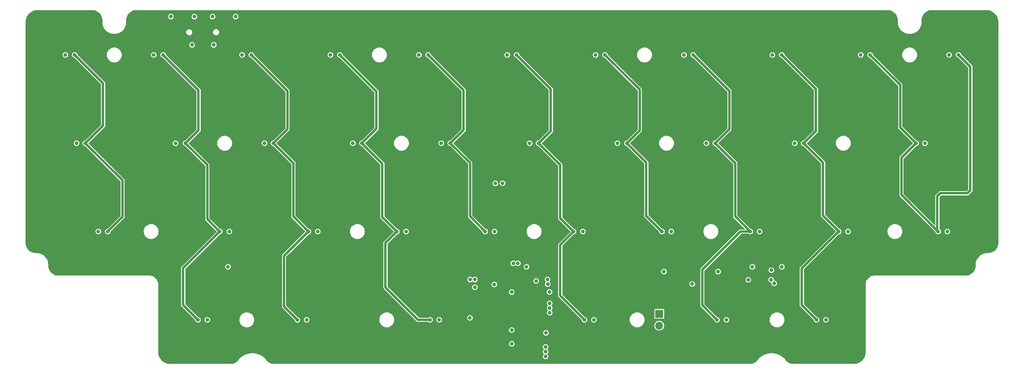
<source format=gbr>
%TF.GenerationSoftware,KiCad,Pcbnew,(7.0.0)*%
%TF.CreationDate,2023-02-16T23:07:06+01:00*%
%TF.ProjectId,travaulta simplified,74726176-6175-46c7-9461-2073696d706c,rev?*%
%TF.SameCoordinates,Original*%
%TF.FileFunction,Copper,L3,Inr*%
%TF.FilePolarity,Positive*%
%FSLAX46Y46*%
G04 Gerber Fmt 4.6, Leading zero omitted, Abs format (unit mm)*
G04 Created by KiCad (PCBNEW (7.0.0)) date 2023-02-16 23:07:06*
%MOMM*%
%LPD*%
G01*
G04 APERTURE LIST*
%TA.AperFunction,ComponentPad*%
%ADD10R,1.700000X1.700000*%
%TD*%
%TA.AperFunction,ComponentPad*%
%ADD11O,1.700000X1.700000*%
%TD*%
%TA.AperFunction,ViaPad*%
%ADD12C,0.800000*%
%TD*%
%TA.AperFunction,Conductor*%
%ADD13C,0.500000*%
%TD*%
G04 APERTURE END LIST*
D10*
%TO.N,VBAT*%
%TO.C,SW38*%
X180974999Y-113024999D03*
D11*
%TO.N,BOOT0*%
X180974999Y-115564999D03*
%TD*%
D12*
%TO.N,GND*%
X74295000Y-91313000D03*
X188214000Y-122174000D03*
X151003000Y-99314000D03*
X248920000Y-88900000D03*
X92710000Y-106934000D03*
X196342000Y-86741000D03*
X97028000Y-101346000D03*
X177165000Y-109855000D03*
X101727000Y-69469000D03*
X106807000Y-107315000D03*
X85217000Y-50546000D03*
X233934000Y-67691000D03*
X87249000Y-80010000D03*
X79375000Y-103759000D03*
X146939000Y-121666000D03*
X47117000Y-76200000D03*
X131445000Y-101854000D03*
X169545000Y-103632000D03*
X196342000Y-84709000D03*
X77430000Y-51094000D03*
X112268000Y-107315000D03*
X232156000Y-86741000D03*
X182499000Y-80010000D03*
X77343000Y-105791000D03*
X76327000Y-67818000D03*
X186055000Y-120904000D03*
X113284000Y-114300000D03*
X215773000Y-67691000D03*
X171831000Y-101981000D03*
X195072000Y-67691000D03*
X144653000Y-76200000D03*
X251079000Y-76200000D03*
X114681000Y-103886000D03*
X82550000Y-86741000D03*
X142113000Y-110617000D03*
X231521000Y-99314000D03*
X160909000Y-107315000D03*
X114554000Y-101727000D03*
X231902000Y-67691000D03*
X118999000Y-65786000D03*
X189357000Y-103759000D03*
X75819000Y-120777000D03*
X137668000Y-65659000D03*
X84582000Y-86741000D03*
X173101000Y-95250000D03*
X141859000Y-80010000D03*
X120904000Y-107315000D03*
X152584000Y-112903000D03*
X144460375Y-118364000D03*
X47371000Y-50800000D03*
X99695000Y-65786000D03*
X210820000Y-103251000D03*
X199263000Y-122174000D03*
X195072000Y-65659000D03*
X231902000Y-65659000D03*
X234950000Y-61087000D03*
X144653000Y-65659000D03*
X139700000Y-57150000D03*
X153035000Y-101981000D03*
X233934000Y-65659000D03*
X139954000Y-65659000D03*
X139192000Y-86741000D03*
X232156000Y-84709000D03*
X66294000Y-86868000D03*
X158750000Y-57150000D03*
X123571000Y-107315000D03*
X215900000Y-57150000D03*
X62103000Y-67691000D03*
X187325000Y-102108000D03*
X213741000Y-67691000D03*
X196850000Y-57150000D03*
X106426000Y-76200000D03*
X153289000Y-120777000D03*
X123190000Y-103886000D03*
X159004000Y-110744000D03*
X198374000Y-86741000D03*
X138303000Y-101981000D03*
X120904000Y-101727000D03*
X158623000Y-67691000D03*
X174625000Y-103632000D03*
X144653000Y-72517000D03*
X125349000Y-80010000D03*
X109855000Y-121666000D03*
X177800000Y-53213000D03*
X213741000Y-65659000D03*
X251079000Y-50800000D03*
X164592000Y-103759000D03*
X101092000Y-84709000D03*
X179197000Y-84709000D03*
X197104000Y-65659000D03*
X82550000Y-84709000D03*
X82169000Y-60960000D03*
X101092000Y-86741000D03*
X101092000Y-101600000D03*
X134874000Y-95250000D03*
X85217000Y-60960000D03*
X103124000Y-84709000D03*
X215265000Y-86741000D03*
X160909000Y-103632000D03*
X60071000Y-67691000D03*
X133985000Y-101727000D03*
X133985000Y-103886000D03*
X51435000Y-95250000D03*
X96774000Y-95250000D03*
X251206000Y-63500000D03*
X101092000Y-103886000D03*
X222758000Y-120650000D03*
X244094000Y-69723000D03*
X201041000Y-121920000D03*
X77343000Y-103759000D03*
X177165000Y-86741000D03*
X121031000Y-69469000D03*
X246761000Y-85725000D03*
X49530000Y-69850000D03*
X139065000Y-107315000D03*
X137287000Y-103886000D03*
X158496000Y-101981000D03*
X112268000Y-103886000D03*
X139954000Y-69469000D03*
X62103000Y-65659000D03*
X87249000Y-72644000D03*
X79883000Y-50546000D03*
X106299000Y-103886000D03*
X101727000Y-65786000D03*
X153924000Y-87757000D03*
X192151000Y-99314000D03*
X145415000Y-114935000D03*
X78359000Y-65786000D03*
X228473000Y-103124000D03*
X66294000Y-84836000D03*
X76327000Y-65786000D03*
X121031000Y-65786000D03*
X120142000Y-84709000D03*
X156591000Y-65659000D03*
X234950000Y-53340000D03*
X151257000Y-120777000D03*
X149098000Y-120777000D03*
X158623000Y-86741000D03*
X95377000Y-101346000D03*
X182499000Y-72390000D03*
X114681000Y-107315000D03*
X210820000Y-105664000D03*
X234188000Y-86741000D03*
X64262000Y-86868000D03*
X141224000Y-84709000D03*
X84582000Y-84709000D03*
X75819000Y-107950000D03*
X209423000Y-102870000D03*
X144399000Y-121793000D03*
X64262000Y-84836000D03*
X212979000Y-105664000D03*
X175895000Y-101981000D03*
X207391000Y-101473000D03*
X94996000Y-114300000D03*
X86741000Y-103759000D03*
X160655000Y-84709000D03*
X115824000Y-99314000D03*
X249174000Y-85725000D03*
X187325000Y-103759000D03*
X122174000Y-86741000D03*
X131445000Y-103886000D03*
X195326000Y-102108000D03*
X209804000Y-108712000D03*
X86741000Y-106299000D03*
X141859000Y-72517000D03*
X91948000Y-116459000D03*
X122174000Y-84709000D03*
X68453000Y-76200000D03*
X215773000Y-65659000D03*
X201676000Y-76200000D03*
X158623000Y-84709000D03*
X91948000Y-119761000D03*
X192024000Y-91313000D03*
X157734000Y-103759000D03*
X120650000Y-53213000D03*
X77851000Y-95250000D03*
X91948000Y-111506000D03*
X79883000Y-68707000D03*
X224282000Y-80137000D03*
X192151000Y-103759000D03*
X215265000Y-84709000D03*
X115824000Y-91313000D03*
X213106000Y-103251000D03*
X175768000Y-67691000D03*
X160655000Y-86741000D03*
X147066000Y-107315000D03*
X179197000Y-86741000D03*
X232918000Y-102743000D03*
X85725000Y-64135000D03*
X120650000Y-60960000D03*
X92710000Y-101600000D03*
X142240000Y-114935000D03*
X171831000Y-103632000D03*
X180086000Y-107442000D03*
X141224000Y-86741000D03*
X177800000Y-65659000D03*
X183388000Y-109855000D03*
X222758000Y-107823000D03*
X144653000Y-67691000D03*
X229235000Y-95250000D03*
X158623000Y-65659000D03*
X85725000Y-65786000D03*
X146685000Y-65659000D03*
X65659000Y-76200000D03*
X147896567Y-109273002D03*
X141986000Y-121793000D03*
X120904000Y-103886000D03*
X101600000Y-57150000D03*
X112522000Y-121666000D03*
X169545000Y-101981000D03*
X103124000Y-86741000D03*
X182118000Y-107442000D03*
X243967000Y-85725000D03*
X82550000Y-48260000D03*
X224282000Y-72390000D03*
X157734000Y-107315000D03*
X125349000Y-72517000D03*
X198374000Y-84709000D03*
X156591000Y-67691000D03*
X225933000Y-103124000D03*
X185166000Y-114300000D03*
X157099000Y-99314000D03*
X98425000Y-103886000D03*
X163576000Y-76200000D03*
X99949000Y-69342000D03*
X153288724Y-110807639D03*
X153924000Y-99314000D03*
X240538000Y-86741000D03*
X74295000Y-99314000D03*
X202946000Y-110490000D03*
X139319000Y-103886000D03*
X98425000Y-107315000D03*
X144653000Y-80010000D03*
X251079000Y-95123000D03*
X148209000Y-101981000D03*
X98806000Y-50800000D03*
X211201000Y-95250000D03*
X235458000Y-103251000D03*
X231521000Y-91186000D03*
X234188000Y-84709000D03*
X146685000Y-72517000D03*
X153924000Y-91313000D03*
X177165000Y-84709000D03*
X101219000Y-107315000D03*
X78359000Y-67818000D03*
X217297000Y-84709000D03*
X146685000Y-80010000D03*
X139192000Y-84709000D03*
X112268000Y-101727000D03*
X189357000Y-102108000D03*
X120142000Y-86741000D03*
X174625000Y-107315000D03*
X186817000Y-107569000D03*
X150550100Y-110815963D03*
X177800000Y-67691000D03*
X143383000Y-107315000D03*
X203962000Y-108331000D03*
X227965000Y-76200000D03*
X203835000Y-114300000D03*
X88773000Y-121920000D03*
X217297000Y-86741000D03*
X246761000Y-76200000D03*
X175768000Y-65659000D03*
X160020000Y-120396000D03*
X146685000Y-67691000D03*
X54356000Y-88900000D03*
X197104000Y-67691000D03*
X177800000Y-60960000D03*
X60071000Y-65659000D03*
X153346000Y-115062000D03*
X87574594Y-51118752D03*
X82931000Y-69723000D03*
X154940000Y-101981000D03*
X177165000Y-119126000D03*
X150425000Y-115062000D03*
%TO.N,VCC*%
X84963000Y-54991000D03*
X80264000Y-54991000D03*
%TO.N,APLEX_OUT_PIN_0*%
X156902500Y-105624500D03*
X140208000Y-105624500D03*
X200152000Y-105695500D03*
X205105000Y-105664000D03*
X140168363Y-113895367D03*
%TO.N,ROW0*%
X243459000Y-57150000D03*
X110109000Y-57150000D03*
X186309000Y-57150000D03*
X145669000Y-84875500D03*
X148209000Y-57150000D03*
X167259000Y-57150000D03*
X224409000Y-57150000D03*
X129159000Y-57150000D03*
X72009000Y-57150000D03*
X52959000Y-57150000D03*
X91059000Y-57150000D03*
X149495497Y-102108000D03*
X205359000Y-57150000D03*
%TO.N,ROW1*%
X55372000Y-76200000D03*
X191135000Y-76200000D03*
X133985000Y-76200000D03*
X147193000Y-84836000D03*
X76708000Y-76200000D03*
X153035000Y-76200000D03*
X210185000Y-76200000D03*
X171958000Y-76200000D03*
X114935000Y-76200000D03*
X150495000Y-102108000D03*
X238252000Y-76200000D03*
X95885000Y-76200000D03*
%TO.N,VBAT*%
X149155000Y-108331000D03*
X149158000Y-116524000D03*
X156556000Y-117129000D03*
X152360500Y-102870000D03*
X88011000Y-102870000D03*
X149189578Y-119489093D03*
X157291782Y-108302925D03*
X201041000Y-102870000D03*
X154432000Y-105918000D03*
%TO.N,COL0*%
X62103000Y-95250000D03*
X54991000Y-57150000D03*
X57277000Y-76200000D03*
%TO.N,COL1*%
X74041000Y-57150000D03*
X81550000Y-114300000D03*
X86233000Y-95250000D03*
X78867000Y-76200000D03*
%TO.N,COL2*%
X93075000Y-57150000D03*
X105362500Y-95250000D03*
X97790000Y-76200000D03*
X102980000Y-114300000D03*
%TO.N,COL3*%
X124412500Y-95250000D03*
X116887500Y-76200000D03*
X131555000Y-114300000D03*
X112125000Y-57150000D03*
%TO.N,COL4*%
X143462500Y-95250000D03*
X135937500Y-76200000D03*
X131175000Y-57150000D03*
%TO.N,COL5*%
X150241000Y-57150000D03*
X162512500Y-95250000D03*
X164846000Y-114300000D03*
X154940000Y-76200000D03*
%TO.N,COL6*%
X169291000Y-57150000D03*
X181991000Y-103886000D03*
X173990000Y-76200000D03*
X181562500Y-95250000D03*
X205124596Y-103594500D03*
%TO.N,COL7*%
X188325000Y-57150000D03*
X200612500Y-95250000D03*
X207391000Y-102870000D03*
X193421000Y-114300000D03*
X193675000Y-103925500D03*
X193040000Y-76200000D03*
%TO.N,COL8*%
X207391000Y-57150000D03*
X214884000Y-114300000D03*
X219662500Y-95250000D03*
X212090000Y-76200000D03*
%TO.N,COL9*%
X241095000Y-95250000D03*
X226441000Y-57150000D03*
X245491000Y-57150000D03*
X236347000Y-76200000D03*
%TO.N,ROW2*%
X164512500Y-95250000D03*
X221662500Y-95250000D03*
X126412500Y-95250000D03*
X243078000Y-95250000D03*
X202612500Y-95250000D03*
X107362500Y-95250000D03*
X145462500Y-95250000D03*
X60071000Y-95250000D03*
X88312500Y-95250000D03*
X183562500Y-95250000D03*
%TO.N,ROW3*%
X104980000Y-114300000D03*
X195453000Y-114300000D03*
X216916000Y-114300000D03*
X141224000Y-107277500D03*
X166878000Y-114300000D03*
X133555000Y-114300000D03*
X83550000Y-114300000D03*
X141224000Y-105625000D03*
%TO.N,Net-(USB1-CC1)*%
X80772000Y-48895000D03*
X75692000Y-48895000D03*
%TO.N,Net-(USB1-CC2)*%
X89662000Y-48895000D03*
X84709000Y-48895000D03*
%TO.N,AMUX_SEL_2*%
X156464000Y-122213500D03*
X157353000Y-110744000D03*
%TO.N,AMUX_SEL_1*%
X157357299Y-111755701D03*
X156468299Y-121162299D03*
%TO.N,AMUX_SEL_0*%
X157353000Y-112776000D03*
X156464000Y-120142000D03*
%TO.N,APLEX_EN_PIN_1*%
X205729384Y-106444481D03*
X188087000Y-106564180D03*
X156939065Y-106623334D03*
X145415000Y-106680000D03*
%TD*%
D13*
%TO.N,COL0*%
X54991000Y-57150000D02*
X61087000Y-63246000D01*
X61087000Y-72390000D02*
X57277000Y-76200000D01*
X65278000Y-92075000D02*
X62103000Y-95250000D01*
X65278000Y-84201000D02*
X65278000Y-92075000D01*
X57277000Y-76200000D02*
X65278000Y-84201000D01*
X61087000Y-63246000D02*
X61087000Y-72390000D01*
%TO.N,COL1*%
X83566000Y-80899000D02*
X83566000Y-92583000D01*
X78359000Y-103124000D02*
X78359000Y-111109000D01*
X78359000Y-111109000D02*
X81550000Y-114300000D01*
X86233000Y-95250000D02*
X78359000Y-103124000D01*
X81661000Y-64770000D02*
X81661000Y-73406000D01*
X74041000Y-57150000D02*
X81661000Y-64770000D01*
X78867000Y-76200000D02*
X83566000Y-80899000D01*
X81661000Y-73406000D02*
X78867000Y-76200000D01*
X83566000Y-92583000D02*
X86233000Y-95250000D01*
%TO.N,COL2*%
X100076000Y-100536500D02*
X100076000Y-111396000D01*
X100838000Y-64913000D02*
X100838000Y-73199500D01*
X97790000Y-76200000D02*
X102108000Y-80518000D01*
X100076000Y-111396000D02*
X102980000Y-114300000D01*
X102108000Y-91995500D02*
X105362500Y-95250000D01*
X102108000Y-80518000D02*
X102108000Y-91995500D01*
X105362500Y-95250000D02*
X100076000Y-100536500D01*
X100838000Y-73199500D02*
X97837500Y-76200000D01*
X93075000Y-57150000D02*
X95178500Y-59253500D01*
X95178500Y-59253500D02*
X100838000Y-64913000D01*
%TO.N,COL3*%
X131555000Y-114300000D02*
X128984500Y-114300000D01*
X128984500Y-114300000D02*
X121959750Y-107275250D01*
X120015000Y-65040000D02*
X120015000Y-73072500D01*
X124412500Y-95250000D02*
X121285000Y-92122500D01*
X124412500Y-95250000D02*
X121959750Y-97702750D01*
X121285000Y-80597500D02*
X116887500Y-76200000D01*
X121285000Y-92122500D02*
X121285000Y-80597500D01*
X121959750Y-97702750D02*
X121959750Y-107275250D01*
X112125000Y-57150000D02*
X120015000Y-65040000D01*
X120015000Y-73072500D02*
X116887500Y-76200000D01*
%TO.N,COL4*%
X138811000Y-73326500D02*
X135937500Y-76200000D01*
X140208000Y-80470500D02*
X140208000Y-91995500D01*
X138811000Y-64786000D02*
X138811000Y-73326500D01*
X135937500Y-76200000D02*
X140208000Y-80470500D01*
X140208000Y-91995500D02*
X143462500Y-95250000D01*
X131175000Y-57150000D02*
X138811000Y-64786000D01*
%TO.N,COL5*%
X154940000Y-76200000D02*
X159639000Y-80899000D01*
X159639000Y-98123500D02*
X162512500Y-95250000D01*
X157607000Y-73580500D02*
X154987500Y-76200000D01*
X150241000Y-57150000D02*
X157607000Y-64516000D01*
X159639000Y-80899000D02*
X159639000Y-92376500D01*
X164846000Y-114300000D02*
X159639000Y-109093000D01*
X157607000Y-64516000D02*
X157607000Y-73580500D01*
X159639000Y-109093000D02*
X159639000Y-98123500D01*
X159639000Y-92376500D02*
X162512500Y-95250000D01*
%TO.N,COL6*%
X176784000Y-64643000D02*
X176784000Y-73453500D01*
X178181000Y-91868500D02*
X181562500Y-95250000D01*
X176784000Y-73453500D02*
X174037500Y-76200000D01*
X169291000Y-57150000D02*
X176784000Y-64643000D01*
X178181000Y-80391000D02*
X178181000Y-91868500D01*
X173990000Y-76200000D02*
X178181000Y-80391000D01*
%TO.N,COL7*%
X188325000Y-57150000D02*
X196088000Y-64913000D01*
X193040000Y-76200000D02*
X197358000Y-80518000D01*
X197358000Y-91995500D02*
X200612500Y-95250000D01*
X190246000Y-111125000D02*
X190246000Y-103505000D01*
X196088000Y-64913000D02*
X196088000Y-73199500D01*
X190246000Y-103505000D02*
X198501000Y-95250000D01*
X193421000Y-114300000D02*
X190246000Y-111125000D01*
X197358000Y-80518000D02*
X197358000Y-91995500D01*
X198501000Y-95250000D02*
X200612500Y-95250000D01*
X196088000Y-73199500D02*
X193087500Y-76200000D01*
%TO.N,COL8*%
X219662500Y-95202500D02*
X216281000Y-91821000D01*
X219662500Y-95250000D02*
X211709000Y-103203500D01*
X219662500Y-95250000D02*
X219662500Y-95202500D01*
X214757000Y-64516000D02*
X214757000Y-73580500D01*
X216281000Y-80391000D02*
X216281000Y-91821000D01*
X214757000Y-73580500D02*
X212137500Y-76200000D01*
X211709000Y-103203500D02*
X211709000Y-111125000D01*
X207391000Y-57150000D02*
X214757000Y-64516000D01*
X212090000Y-76200000D02*
X216281000Y-80391000D01*
X211709000Y-111125000D02*
X214884000Y-114300000D01*
%TO.N,COL9*%
X241554000Y-86995000D02*
X247396000Y-86995000D01*
X240919000Y-87630000D02*
X241554000Y-86995000D01*
X241095000Y-95250000D02*
X240919000Y-95074000D01*
X232918000Y-63627000D02*
X232918000Y-72788000D01*
X241095000Y-95250000D02*
X233172000Y-87327000D01*
X247396000Y-86995000D02*
X248031000Y-86360000D01*
X233172000Y-79375000D02*
X236347000Y-76200000D01*
X232918000Y-72788000D02*
X236330000Y-76200000D01*
X226441000Y-57150000D02*
X232918000Y-63627000D01*
X248031000Y-86360000D02*
X248031000Y-59690000D01*
X240919000Y-95074000D02*
X240919000Y-87630000D01*
X233172000Y-87327000D02*
X233172000Y-79375000D01*
X248031000Y-59690000D02*
X245491000Y-57150000D01*
%TD*%
%TA.AperFunction,Conductor*%
%TO.N,GND*%
G36*
X230200348Y-47475520D02*
G01*
X230298956Y-47481485D01*
X230298956Y-47481499D01*
X230299009Y-47481488D01*
X230471593Y-47492799D01*
X230472909Y-47492963D01*
X230599140Y-47516096D01*
X230599298Y-47516126D01*
X230743441Y-47544797D01*
X230744618Y-47545097D01*
X230872041Y-47584803D01*
X230872119Y-47584829D01*
X231006581Y-47630473D01*
X231007622Y-47630883D01*
X231131044Y-47686431D01*
X231131417Y-47686607D01*
X231138829Y-47690262D01*
X231256886Y-47748482D01*
X231257750Y-47748954D01*
X231323021Y-47788412D01*
X231374440Y-47819496D01*
X231374887Y-47819781D01*
X231490392Y-47896959D01*
X231491108Y-47897477D01*
X231598807Y-47981853D01*
X231599305Y-47982266D01*
X231703474Y-48073620D01*
X231704033Y-48074144D01*
X231800854Y-48170965D01*
X231801378Y-48171524D01*
X231892740Y-48275703D01*
X231893153Y-48276201D01*
X231977513Y-48383879D01*
X231978031Y-48384595D01*
X232055225Y-48500123D01*
X232055510Y-48500570D01*
X232126040Y-48617239D01*
X232126520Y-48618117D01*
X232188395Y-48743588D01*
X232188571Y-48743961D01*
X232244115Y-48867376D01*
X232244525Y-48868417D01*
X232290145Y-49002808D01*
X232290236Y-49003088D01*
X232329896Y-49130363D01*
X232330201Y-49131561D01*
X232358877Y-49275723D01*
X232358910Y-49275897D01*
X232382033Y-49402076D01*
X232382200Y-49403420D01*
X232393519Y-49576116D01*
X232393520Y-49576176D01*
X232393523Y-49576176D01*
X232399479Y-49674636D01*
X232399500Y-49675342D01*
X232399500Y-50074998D01*
X232399499Y-50075000D01*
X232399499Y-50229277D01*
X232399540Y-50229618D01*
X232399541Y-50229627D01*
X232436648Y-50535232D01*
X232436649Y-50535242D01*
X232436691Y-50535581D01*
X232436774Y-50535918D01*
X232436774Y-50535920D01*
X232510533Y-50835169D01*
X232510654Y-50835488D01*
X232510656Y-50835494D01*
X232619821Y-51123340D01*
X232619947Y-51123672D01*
X232763339Y-51396883D01*
X232763540Y-51397174D01*
X232763541Y-51397175D01*
X232938406Y-51650511D01*
X232938618Y-51650817D01*
X232938849Y-51651077D01*
X232938850Y-51651079D01*
X233143001Y-51881518D01*
X233143227Y-51881773D01*
X233374183Y-52086382D01*
X233628118Y-52261661D01*
X233901329Y-52405053D01*
X234189832Y-52514468D01*
X234489419Y-52588309D01*
X234795724Y-52625501D01*
X235103921Y-52625501D01*
X235104277Y-52625501D01*
X235410582Y-52588309D01*
X235710169Y-52514467D01*
X235998672Y-52405052D01*
X236271883Y-52261660D01*
X236525818Y-52086382D01*
X236756774Y-51881773D01*
X236961383Y-51650817D01*
X237136661Y-51396882D01*
X237280053Y-51123671D01*
X237389468Y-50835168D01*
X237463309Y-50535580D01*
X237500501Y-50229276D01*
X237500501Y-50074999D01*
X237500501Y-50074499D01*
X237500501Y-49675359D01*
X237500522Y-49674653D01*
X237502904Y-49635268D01*
X237506487Y-49576047D01*
X237506498Y-49576047D01*
X237506490Y-49575994D01*
X237517802Y-49403400D01*
X237517964Y-49402097D01*
X237541123Y-49275723D01*
X237569801Y-49131549D01*
X237570100Y-49130376D01*
X237609802Y-49002969D01*
X237609826Y-49002897D01*
X237655482Y-48868398D01*
X237655876Y-48867398D01*
X237711451Y-48743915D01*
X237711588Y-48743624D01*
X237773494Y-48618091D01*
X237773940Y-48617275D01*
X237844526Y-48500513D01*
X237844754Y-48500155D01*
X237921975Y-48384585D01*
X237922461Y-48383913D01*
X238006877Y-48276164D01*
X238007239Y-48275728D01*
X238098654Y-48171489D01*
X238099118Y-48170994D01*
X238195994Y-48074119D01*
X238196489Y-48073654D01*
X238300728Y-47982239D01*
X238301164Y-47981877D01*
X238408913Y-47897461D01*
X238409585Y-47896975D01*
X238525155Y-47819754D01*
X238525513Y-47819526D01*
X238642275Y-47748940D01*
X238643091Y-47748494D01*
X238768624Y-47686588D01*
X238768915Y-47686451D01*
X238892398Y-47630876D01*
X238893398Y-47630482D01*
X239027897Y-47584826D01*
X239027969Y-47584802D01*
X239155376Y-47545100D01*
X239156549Y-47544801D01*
X239300756Y-47516116D01*
X239427097Y-47492964D01*
X239428400Y-47492802D01*
X239600994Y-47481490D01*
X239601047Y-47481498D01*
X239601047Y-47481487D01*
X239601077Y-47481484D01*
X239699652Y-47475522D01*
X239700359Y-47475501D01*
X239700500Y-47475501D01*
X251474663Y-47475499D01*
X251475319Y-47475517D01*
X251477479Y-47475638D01*
X251590607Y-47481991D01*
X251772396Y-47492988D01*
X251773597Y-47493126D01*
X251914616Y-47517086D01*
X252070557Y-47545663D01*
X252071665Y-47545923D01*
X252213531Y-47586794D01*
X252213580Y-47586809D01*
X252360589Y-47632619D01*
X252361550Y-47632968D01*
X252499559Y-47690133D01*
X252499838Y-47690253D01*
X252629201Y-47748474D01*
X252638486Y-47752653D01*
X252639343Y-47753082D01*
X252770940Y-47825813D01*
X252771211Y-47825969D01*
X252888642Y-47896959D01*
X252900569Y-47904169D01*
X252901286Y-47904640D01*
X253024248Y-47991886D01*
X253024694Y-47992218D01*
X253143269Y-48085116D01*
X253143849Y-48085602D01*
X253256448Y-48186226D01*
X253256925Y-48186677D01*
X253363320Y-48293072D01*
X253363771Y-48293549D01*
X253464397Y-48406150D01*
X253464883Y-48406730D01*
X253511514Y-48466249D01*
X253557787Y-48525312D01*
X253558091Y-48525720D01*
X253623031Y-48617244D01*
X253645363Y-48648718D01*
X253645834Y-48649435D01*
X253723990Y-48778722D01*
X253724217Y-48779116D01*
X253796918Y-48910661D01*
X253797347Y-48911518D01*
X253859730Y-49050124D01*
X253859870Y-49050449D01*
X253917024Y-49188432D01*
X253917385Y-49189428D01*
X253963159Y-49336319D01*
X253963232Y-49336561D01*
X254004072Y-49478322D01*
X254004337Y-49479452D01*
X254032891Y-49635268D01*
X254032839Y-49635277D01*
X254032919Y-49635417D01*
X254056869Y-49776374D01*
X254057013Y-49777628D01*
X254068025Y-49959690D01*
X254068028Y-49959740D01*
X254074482Y-50074661D01*
X254074500Y-50075317D01*
X254074500Y-97683641D01*
X254074479Y-97684347D01*
X254068518Y-97782897D01*
X254068514Y-97782956D01*
X254057199Y-97955578D01*
X254057032Y-97956922D01*
X254033909Y-98083101D01*
X254033876Y-98083275D01*
X254005201Y-98227437D01*
X254004896Y-98228635D01*
X253965233Y-98355917D01*
X253965142Y-98356197D01*
X253919525Y-98490577D01*
X253919115Y-98491618D01*
X253863568Y-98615040D01*
X253863392Y-98615413D01*
X253801519Y-98740880D01*
X253801039Y-98741758D01*
X253730505Y-98858434D01*
X253730220Y-98858881D01*
X253653035Y-98974396D01*
X253652517Y-98975112D01*
X253568144Y-99082806D01*
X253567731Y-99083304D01*
X253476384Y-99187466D01*
X253475860Y-99188025D01*
X253379025Y-99284860D01*
X253378466Y-99285384D01*
X253274304Y-99376731D01*
X253273806Y-99377144D01*
X253166112Y-99461517D01*
X253165396Y-99462035D01*
X253049881Y-99539220D01*
X253049434Y-99539505D01*
X252932758Y-99610039D01*
X252931880Y-99610519D01*
X252806413Y-99672392D01*
X252806040Y-99672568D01*
X252682618Y-99728115D01*
X252681577Y-99728525D01*
X252547197Y-99774142D01*
X252546917Y-99774233D01*
X252419635Y-99813896D01*
X252418437Y-99814201D01*
X252274275Y-99842876D01*
X252274101Y-99842909D01*
X252147922Y-99866032D01*
X252146578Y-99866199D01*
X251974015Y-99877510D01*
X251973956Y-99877514D01*
X251875347Y-99883479D01*
X251874641Y-99883500D01*
X251734438Y-99883500D01*
X251734375Y-99883487D01*
X251734375Y-99883474D01*
X251734310Y-99883473D01*
X251734306Y-99883473D01*
X251591462Y-99883470D01*
X251591140Y-99883470D01*
X251590826Y-99883505D01*
X251590814Y-99883506D01*
X251306806Y-99915499D01*
X251306803Y-99915499D01*
X251306470Y-99915537D01*
X251306164Y-99915606D01*
X251306145Y-99915610D01*
X251027500Y-99979204D01*
X251027496Y-99979204D01*
X251027181Y-99979277D01*
X251026874Y-99979384D01*
X251026865Y-99979387D01*
X250757094Y-100073779D01*
X250757080Y-100073784D01*
X250756785Y-100073888D01*
X250756497Y-100074026D01*
X250756489Y-100074030D01*
X250498979Y-100198038D01*
X250498972Y-100198041D01*
X250498683Y-100198181D01*
X250498429Y-100198340D01*
X250498410Y-100198351D01*
X250256397Y-100350417D01*
X250256389Y-100350421D01*
X250256121Y-100350591D01*
X250255864Y-100350795D01*
X250255861Y-100350798D01*
X250143103Y-100440720D01*
X250032150Y-100529202D01*
X250031926Y-100529425D01*
X250031917Y-100529434D01*
X249829818Y-100731535D01*
X249829809Y-100731544D01*
X249829586Y-100731768D01*
X249829388Y-100732015D01*
X249829381Y-100732024D01*
X249739784Y-100844378D01*
X249650977Y-100955741D01*
X249650808Y-100956009D01*
X249650803Y-100956017D01*
X249498739Y-101198031D01*
X249498728Y-101198050D01*
X249498569Y-101198304D01*
X249498429Y-101198593D01*
X249498426Y-101198600D01*
X249374421Y-101456111D01*
X249374414Y-101456126D01*
X249374279Y-101456408D01*
X249374175Y-101456704D01*
X249374173Y-101456710D01*
X249279775Y-101726505D01*
X249279774Y-101726510D01*
X249279671Y-101726804D01*
X249279601Y-101727109D01*
X249279600Y-101727114D01*
X249216006Y-102005769D01*
X249216002Y-102005788D01*
X249215933Y-102006094D01*
X249215895Y-102006427D01*
X249215895Y-102006430D01*
X249183904Y-102290438D01*
X249183904Y-102290440D01*
X249183868Y-102290764D01*
X249183868Y-102291086D01*
X249183868Y-102291087D01*
X249183874Y-102433999D01*
X249183874Y-102574639D01*
X249183853Y-102575346D01*
X249177888Y-102673886D01*
X249177884Y-102673945D01*
X249166562Y-102846574D01*
X249166395Y-102847918D01*
X249143267Y-102974091D01*
X249143234Y-102974264D01*
X249114555Y-103118423D01*
X249114250Y-103119621D01*
X249074590Y-103246880D01*
X249074499Y-103247160D01*
X249028869Y-103381568D01*
X249028459Y-103382609D01*
X248972918Y-103506010D01*
X248972742Y-103506383D01*
X248910864Y-103631850D01*
X248910384Y-103632728D01*
X248839851Y-103749401D01*
X248839566Y-103749848D01*
X248762377Y-103865366D01*
X248761859Y-103866082D01*
X248677478Y-103973783D01*
X248677064Y-103974281D01*
X248585738Y-104078417D01*
X248585215Y-104078976D01*
X248488366Y-104175824D01*
X248487807Y-104176348D01*
X248383657Y-104267684D01*
X248383159Y-104268097D01*
X248275454Y-104352478D01*
X248274738Y-104352996D01*
X248159237Y-104430173D01*
X248158790Y-104430458D01*
X248042108Y-104500995D01*
X248041230Y-104501475D01*
X247915767Y-104563349D01*
X247915394Y-104563525D01*
X247791982Y-104619070D01*
X247790941Y-104619480D01*
X247656539Y-104665106D01*
X247656259Y-104665197D01*
X247529001Y-104704855D01*
X247527803Y-104705160D01*
X247383618Y-104733843D01*
X247383444Y-104733876D01*
X247257285Y-104757000D01*
X247255943Y-104757167D01*
X247086426Y-104768297D01*
X247086366Y-104768301D01*
X246984375Y-104774474D01*
X246984367Y-104774352D01*
X246983661Y-104774498D01*
X227299904Y-104774498D01*
X227299896Y-104774500D01*
X227181988Y-104774500D01*
X227181623Y-104774548D01*
X227181608Y-104774549D01*
X226948372Y-104805256D01*
X226948356Y-104805259D01*
X226947985Y-104805308D01*
X226947605Y-104805409D01*
X226947604Y-104805410D01*
X226720386Y-104866293D01*
X226720383Y-104866293D01*
X226720006Y-104866395D01*
X226719643Y-104866545D01*
X226719641Y-104866546D01*
X226502313Y-104956565D01*
X226502304Y-104956569D01*
X226501950Y-104956716D01*
X226501619Y-104956906D01*
X226501609Y-104956912D01*
X226297881Y-105074535D01*
X226297877Y-105074537D01*
X226297549Y-105074727D01*
X226297254Y-105074953D01*
X226297247Y-105074958D01*
X226110602Y-105218175D01*
X226110590Y-105218185D01*
X226110300Y-105218408D01*
X226110036Y-105218671D01*
X226110028Y-105218679D01*
X225943679Y-105385029D01*
X225943671Y-105385037D01*
X225943408Y-105385301D01*
X225943185Y-105385591D01*
X225943175Y-105385603D01*
X225799958Y-105572248D01*
X225799953Y-105572255D01*
X225799727Y-105572550D01*
X225799537Y-105572878D01*
X225799535Y-105572882D01*
X225681912Y-105776610D01*
X225681906Y-105776620D01*
X225681716Y-105776951D01*
X225681569Y-105777305D01*
X225681565Y-105777314D01*
X225591545Y-105994642D01*
X225591394Y-105995007D01*
X225591292Y-105995384D01*
X225591292Y-105995387D01*
X225537917Y-106194586D01*
X225530307Y-106222986D01*
X225530258Y-106223357D01*
X225530255Y-106223373D01*
X225499549Y-106456609D01*
X225499548Y-106456624D01*
X225499500Y-106456989D01*
X225499500Y-106457372D01*
X225499500Y-121224663D01*
X225499482Y-121225319D01*
X225493019Y-121340400D01*
X225493016Y-121340450D01*
X225482012Y-121522369D01*
X225481868Y-121523623D01*
X225457921Y-121664556D01*
X225457894Y-121664705D01*
X225429336Y-121820543D01*
X225429071Y-121821673D01*
X225388224Y-121963458D01*
X225388151Y-121963700D01*
X225342387Y-122110562D01*
X225342026Y-122111558D01*
X225284865Y-122249559D01*
X225284725Y-122249884D01*
X225222350Y-122388474D01*
X225221921Y-122389332D01*
X225149213Y-122520886D01*
X225148986Y-122521279D01*
X225070829Y-122650568D01*
X225070358Y-122651285D01*
X224983106Y-122774255D01*
X224982774Y-122774701D01*
X224889886Y-122893263D01*
X224889400Y-122893843D01*
X224788769Y-123006450D01*
X224788318Y-123006927D01*
X224681925Y-123113320D01*
X224681448Y-123113771D01*
X224568848Y-123214397D01*
X224568268Y-123214883D01*
X224449703Y-123307773D01*
X224449257Y-123308105D01*
X224326278Y-123395363D01*
X224325561Y-123395834D01*
X224196299Y-123473975D01*
X224195906Y-123474202D01*
X224064325Y-123546925D01*
X224063467Y-123547354D01*
X223924884Y-123609724D01*
X223924559Y-123609864D01*
X223786566Y-123667023D01*
X223785570Y-123667384D01*
X223638685Y-123713156D01*
X223638443Y-123713229D01*
X223496674Y-123754071D01*
X223495544Y-123754336D01*
X223339706Y-123782894D01*
X223339557Y-123782921D01*
X223198624Y-123806868D01*
X223197370Y-123807012D01*
X223015501Y-123818013D01*
X223015451Y-123818016D01*
X222900320Y-123824482D01*
X222899664Y-123824500D01*
X209934709Y-123824500D01*
X209934042Y-123824481D01*
X209873331Y-123821014D01*
X209873236Y-123821008D01*
X209669958Y-123807738D01*
X209668726Y-123807592D01*
X209557815Y-123788412D01*
X209557534Y-123788360D01*
X209404662Y-123758052D01*
X209403643Y-123757802D01*
X209287277Y-123723654D01*
X209286833Y-123723513D01*
X209218161Y-123700280D01*
X209147081Y-123676231D01*
X209146278Y-123675926D01*
X209032084Y-123627690D01*
X209031477Y-123627413D01*
X208900756Y-123563172D01*
X208900165Y-123562860D01*
X208792226Y-123501931D01*
X208791494Y-123501482D01*
X208668671Y-123419725D01*
X208668279Y-123419452D01*
X208653195Y-123408498D01*
X208570162Y-123348199D01*
X208569352Y-123347554D01*
X208451954Y-123245037D01*
X208451741Y-123244846D01*
X208419078Y-123214883D01*
X208368785Y-123168748D01*
X208367921Y-123167867D01*
X208234292Y-123016272D01*
X208234229Y-123016199D01*
X208225777Y-123006450D01*
X208193127Y-122968791D01*
X208192718Y-122968291D01*
X208081590Y-122824218D01*
X208081413Y-122823988D01*
X207831191Y-122557231D01*
X207556512Y-122315730D01*
X207556295Y-122315573D01*
X207556287Y-122315567D01*
X207260153Y-122101890D01*
X207260146Y-122101885D01*
X207259914Y-122101718D01*
X207259660Y-122101569D01*
X207259653Y-122101565D01*
X206944398Y-121917323D01*
X206944392Y-121917319D01*
X206944139Y-121917172D01*
X206931587Y-121911374D01*
X206612347Y-121763909D01*
X206612342Y-121763907D01*
X206612104Y-121763797D01*
X206555653Y-121744046D01*
X206267132Y-121643098D01*
X206267116Y-121643093D01*
X206266878Y-121643010D01*
X206053007Y-121590581D01*
X205911910Y-121555992D01*
X205911905Y-121555991D01*
X205911648Y-121555928D01*
X205911386Y-121555890D01*
X205911371Y-121555887D01*
X205549987Y-121503396D01*
X205549969Y-121503394D01*
X205549699Y-121503355D01*
X205549426Y-121503341D01*
X205549407Y-121503340D01*
X205184666Y-121485790D01*
X205184375Y-121485776D01*
X205184084Y-121485790D01*
X204819341Y-121503340D01*
X204819320Y-121503341D01*
X204819050Y-121503355D01*
X204818781Y-121503394D01*
X204818761Y-121503396D01*
X204457377Y-121555887D01*
X204457358Y-121555890D01*
X204457101Y-121555928D01*
X204456847Y-121555990D01*
X204456838Y-121555992D01*
X204102132Y-121642946D01*
X204102126Y-121642947D01*
X204101872Y-121643010D01*
X204101639Y-121643091D01*
X204101617Y-121643098D01*
X203756896Y-121763709D01*
X203756892Y-121763710D01*
X203756645Y-121763797D01*
X203756413Y-121763904D01*
X203756401Y-121763909D01*
X203424875Y-121917049D01*
X203424865Y-121917054D01*
X203424610Y-121917172D01*
X203424365Y-121917315D01*
X203424350Y-121917323D01*
X203109095Y-122101565D01*
X203109078Y-122101575D01*
X203108835Y-122101718D01*
X203108611Y-122101879D01*
X203108595Y-122101890D01*
X202812462Y-122315567D01*
X202812444Y-122315581D01*
X202812238Y-122315730D01*
X202812038Y-122315905D01*
X202812029Y-122315913D01*
X202537771Y-122557044D01*
X202537764Y-122557050D01*
X202537559Y-122557231D01*
X202537372Y-122557429D01*
X202537362Y-122557440D01*
X202287538Y-122823773D01*
X202287531Y-122823780D01*
X202287336Y-122823989D01*
X202287164Y-122824211D01*
X202287158Y-122824219D01*
X202175861Y-122968511D01*
X202175437Y-122969030D01*
X202135571Y-123015006D01*
X202135508Y-123015078D01*
X202000817Y-123167878D01*
X201999949Y-123168763D01*
X201916987Y-123244859D01*
X201916773Y-123245050D01*
X201799405Y-123347534D01*
X201798585Y-123348188D01*
X201700455Y-123419446D01*
X201700063Y-123419719D01*
X201577249Y-123501468D01*
X201576517Y-123501917D01*
X201468579Y-123562843D01*
X201467988Y-123563155D01*
X201337258Y-123627401D01*
X201336651Y-123627678D01*
X201222465Y-123675911D01*
X201221662Y-123676216D01*
X201081899Y-123723506D01*
X201081444Y-123723649D01*
X200965112Y-123757792D01*
X200964093Y-123758043D01*
X200811223Y-123788356D01*
X200810941Y-123788408D01*
X200700025Y-123807594D01*
X200698793Y-123807740D01*
X200493883Y-123821114D01*
X200493789Y-123821120D01*
X200435007Y-123824481D01*
X200434339Y-123824500D01*
X98015961Y-123824500D01*
X98015293Y-123824481D01*
X97954584Y-123821011D01*
X97954489Y-123821005D01*
X97751206Y-123807723D01*
X97749975Y-123807577D01*
X97639080Y-123788395D01*
X97638798Y-123788343D01*
X97485918Y-123758030D01*
X97484899Y-123757780D01*
X97368533Y-123723629D01*
X97368078Y-123723485D01*
X97228329Y-123676201D01*
X97227526Y-123675896D01*
X97113353Y-123627670D01*
X97112746Y-123627393D01*
X96982008Y-123563147D01*
X96981417Y-123562835D01*
X96947241Y-123543545D01*
X96873471Y-123501908D01*
X96872755Y-123501468D01*
X96767864Y-123431652D01*
X96749913Y-123419704D01*
X96749521Y-123419431D01*
X96651417Y-123348195D01*
X96650597Y-123347541D01*
X96605050Y-123307773D01*
X96533161Y-123245005D01*
X96533009Y-123244869D01*
X96488240Y-123203807D01*
X96450045Y-123168774D01*
X96449177Y-123167888D01*
X96315539Y-123016272D01*
X96313123Y-123013530D01*
X96274768Y-122969300D01*
X96274550Y-122969040D01*
X96274537Y-122969024D01*
X96274354Y-122968792D01*
X96268008Y-122960565D01*
X96162663Y-122823989D01*
X95912440Y-122557231D01*
X95637761Y-122315731D01*
X95637544Y-122315574D01*
X95637536Y-122315568D01*
X95496081Y-122213500D01*
X155858318Y-122213500D01*
X155858418Y-122214260D01*
X155878855Y-122369499D01*
X155878856Y-122369503D01*
X155878956Y-122370262D01*
X155879249Y-122370969D01*
X155879250Y-122370973D01*
X155939167Y-122515625D01*
X155939464Y-122516341D01*
X156035718Y-122641782D01*
X156161159Y-122738036D01*
X156307238Y-122798544D01*
X156464000Y-122819182D01*
X156620762Y-122798544D01*
X156766841Y-122738036D01*
X156892282Y-122641782D01*
X156988536Y-122516341D01*
X157049044Y-122370262D01*
X157069682Y-122213500D01*
X157049044Y-122056738D01*
X156988536Y-121910659D01*
X156892282Y-121785218D01*
X156779697Y-121698828D01*
X156775663Y-121693066D01*
X156775663Y-121686030D01*
X156779696Y-121680269D01*
X156896581Y-121590581D01*
X156992835Y-121465140D01*
X157053343Y-121319061D01*
X157073981Y-121162299D01*
X157053343Y-121005537D01*
X156992835Y-120859458D01*
X156896581Y-120734017D01*
X156799834Y-120659781D01*
X156795799Y-120654018D01*
X156795799Y-120646982D01*
X156799834Y-120641219D01*
X156892282Y-120570282D01*
X156988536Y-120444841D01*
X157049044Y-120298762D01*
X157069682Y-120142000D01*
X157049044Y-119985238D01*
X156988536Y-119839159D01*
X156892282Y-119713718D01*
X156766841Y-119617464D01*
X156766127Y-119617168D01*
X156766125Y-119617167D01*
X156621473Y-119557250D01*
X156621469Y-119557249D01*
X156620762Y-119556956D01*
X156620003Y-119556856D01*
X156619999Y-119556855D01*
X156464760Y-119536418D01*
X156464000Y-119536318D01*
X156463240Y-119536418D01*
X156308000Y-119556855D01*
X156307995Y-119556856D01*
X156307238Y-119556956D01*
X156306532Y-119557248D01*
X156306526Y-119557250D01*
X156161874Y-119617167D01*
X156161868Y-119617169D01*
X156161159Y-119617464D01*
X156160545Y-119617934D01*
X156160545Y-119617935D01*
X156036328Y-119713249D01*
X156036323Y-119713253D01*
X156035718Y-119713718D01*
X156035253Y-119714323D01*
X156035249Y-119714328D01*
X155939935Y-119838545D01*
X155939464Y-119839159D01*
X155939169Y-119839868D01*
X155939167Y-119839874D01*
X155879250Y-119984526D01*
X155879248Y-119984532D01*
X155878956Y-119985238D01*
X155878856Y-119985995D01*
X155878855Y-119986000D01*
X155875280Y-120013157D01*
X155858318Y-120142000D01*
X155858418Y-120142760D01*
X155878855Y-120297999D01*
X155878856Y-120298003D01*
X155878956Y-120298762D01*
X155879249Y-120299469D01*
X155879250Y-120299473D01*
X155939167Y-120444125D01*
X155939464Y-120444841D01*
X156035718Y-120570282D01*
X156036328Y-120570750D01*
X156132461Y-120644515D01*
X156136497Y-120650279D01*
X156136498Y-120657315D01*
X156132462Y-120663079D01*
X156040628Y-120733548D01*
X156040017Y-120734017D01*
X156039552Y-120734622D01*
X156039549Y-120734626D01*
X155944234Y-120858844D01*
X155943763Y-120859458D01*
X155943468Y-120860167D01*
X155943466Y-120860173D01*
X155883549Y-121004825D01*
X155883547Y-121004831D01*
X155883255Y-121005537D01*
X155883155Y-121006294D01*
X155883154Y-121006299D01*
X155862717Y-121161539D01*
X155862617Y-121162299D01*
X155862717Y-121163059D01*
X155883154Y-121318298D01*
X155883155Y-121318302D01*
X155883255Y-121319061D01*
X155883548Y-121319768D01*
X155883549Y-121319772D01*
X155904785Y-121371040D01*
X155943763Y-121465140D01*
X156040017Y-121590581D01*
X156108261Y-121642946D01*
X156152599Y-121676968D01*
X156156635Y-121682732D01*
X156156635Y-121689768D01*
X156152600Y-121695530D01*
X156141053Y-121704392D01*
X156063489Y-121763909D01*
X156035718Y-121785218D01*
X156035253Y-121785823D01*
X156035249Y-121785828D01*
X155992581Y-121841435D01*
X155939464Y-121910659D01*
X155939169Y-121911368D01*
X155939167Y-121911374D01*
X155879250Y-122056026D01*
X155879248Y-122056032D01*
X155878956Y-122056738D01*
X155878856Y-122057495D01*
X155878855Y-122057500D01*
X155858835Y-122209572D01*
X155858318Y-122213500D01*
X95496081Y-122213500D01*
X95341403Y-122101891D01*
X95341396Y-122101886D01*
X95341164Y-122101719D01*
X95340910Y-122101570D01*
X95340903Y-122101566D01*
X95025648Y-121917324D01*
X95025642Y-121917320D01*
X95025389Y-121917173D01*
X94861425Y-121841434D01*
X94693597Y-121763910D01*
X94693592Y-121763908D01*
X94693354Y-121763798D01*
X94636960Y-121744067D01*
X94348381Y-121643099D01*
X94348365Y-121643094D01*
X94348127Y-121643011D01*
X94347862Y-121642946D01*
X93993160Y-121555993D01*
X93993155Y-121555992D01*
X93992898Y-121555929D01*
X93992636Y-121555891D01*
X93992621Y-121555888D01*
X93631237Y-121503397D01*
X93631219Y-121503395D01*
X93630949Y-121503356D01*
X93630676Y-121503342D01*
X93630657Y-121503341D01*
X93265916Y-121485791D01*
X93265625Y-121485777D01*
X93265334Y-121485791D01*
X92900592Y-121503341D01*
X92900571Y-121503342D01*
X92900301Y-121503356D01*
X92900032Y-121503395D01*
X92900012Y-121503397D01*
X92538628Y-121555888D01*
X92538609Y-121555891D01*
X92538352Y-121555929D01*
X92538098Y-121555991D01*
X92538089Y-121555993D01*
X92183383Y-121642947D01*
X92183377Y-121642948D01*
X92183123Y-121643011D01*
X92182890Y-121643092D01*
X92182868Y-121643099D01*
X91838147Y-121763710D01*
X91838143Y-121763711D01*
X91837896Y-121763798D01*
X91837664Y-121763905D01*
X91837652Y-121763910D01*
X91506126Y-121917050D01*
X91506116Y-121917055D01*
X91505861Y-121917173D01*
X91505616Y-121917316D01*
X91505601Y-121917324D01*
X91190346Y-122101566D01*
X91190329Y-122101576D01*
X91190086Y-122101719D01*
X91189862Y-122101880D01*
X91189846Y-122101891D01*
X90893713Y-122315568D01*
X90893695Y-122315582D01*
X90893489Y-122315731D01*
X90893289Y-122315906D01*
X90893280Y-122315914D01*
X90619022Y-122557044D01*
X90619015Y-122557050D01*
X90618810Y-122557231D01*
X90618623Y-122557429D01*
X90618613Y-122557440D01*
X90368789Y-122823773D01*
X90368782Y-122823780D01*
X90368587Y-122823989D01*
X90368415Y-122824211D01*
X90368409Y-122824219D01*
X90257112Y-122968511D01*
X90256687Y-122969030D01*
X90216793Y-123015036D01*
X90216731Y-123015108D01*
X90082070Y-123167868D01*
X90081202Y-123168753D01*
X89998217Y-123244869D01*
X89998003Y-123245060D01*
X89880655Y-123347523D01*
X89879835Y-123348177D01*
X89781690Y-123419445D01*
X89781298Y-123419718D01*
X89658503Y-123501453D01*
X89657771Y-123501902D01*
X89549799Y-123562847D01*
X89549208Y-123563158D01*
X89418531Y-123627379D01*
X89417924Y-123627657D01*
X89303698Y-123675907D01*
X89302895Y-123676212D01*
X89163172Y-123723489D01*
X89162717Y-123723632D01*
X89046349Y-123757787D01*
X89045330Y-123758038D01*
X88892496Y-123788346D01*
X88892214Y-123788398D01*
X88781270Y-123807590D01*
X88780038Y-123807736D01*
X88575043Y-123821119D01*
X88574949Y-123821125D01*
X88516277Y-123824481D01*
X88515609Y-123824500D01*
X75550335Y-123824500D01*
X75549679Y-123824482D01*
X75549661Y-123824481D01*
X75542545Y-123824081D01*
X75434548Y-123818016D01*
X75434498Y-123818013D01*
X75252628Y-123807012D01*
X75251374Y-123806868D01*
X75110441Y-123782921D01*
X75110292Y-123782894D01*
X74954454Y-123754336D01*
X74953324Y-123754071D01*
X74811555Y-123713229D01*
X74811313Y-123713156D01*
X74664428Y-123667384D01*
X74663432Y-123667023D01*
X74525439Y-123609864D01*
X74525114Y-123609724D01*
X74386531Y-123547354D01*
X74385673Y-123546925D01*
X74254092Y-123474202D01*
X74253699Y-123473975D01*
X74124437Y-123395834D01*
X74123720Y-123395363D01*
X74000741Y-123308105D01*
X74000295Y-123307773D01*
X73919991Y-123244859D01*
X73881729Y-123214882D01*
X73881150Y-123214397D01*
X73830073Y-123168752D01*
X73768550Y-123113771D01*
X73768073Y-123113320D01*
X73661680Y-123006927D01*
X73661229Y-123006450D01*
X73560598Y-122893843D01*
X73560112Y-122893263D01*
X73506019Y-122824219D01*
X73467213Y-122774687D01*
X73466905Y-122774272D01*
X73379634Y-122651277D01*
X73379175Y-122650578D01*
X73322632Y-122557044D01*
X73301012Y-122521279D01*
X73300785Y-122520886D01*
X73228077Y-122389332D01*
X73227648Y-122388474D01*
X73165250Y-122249831D01*
X73165161Y-122249624D01*
X73107970Y-122111555D01*
X73107611Y-122110562D01*
X73104808Y-122101566D01*
X73061833Y-121963655D01*
X73061774Y-121963458D01*
X73056757Y-121946044D01*
X73020926Y-121821668D01*
X73020662Y-121820543D01*
X73016833Y-121799651D01*
X72992077Y-121664556D01*
X72988431Y-121643098D01*
X72968126Y-121523594D01*
X72967989Y-121522399D01*
X72956988Y-121340536D01*
X72950517Y-121225319D01*
X72950500Y-121224664D01*
X72950500Y-119489093D01*
X148583896Y-119489093D01*
X148583996Y-119489853D01*
X148604433Y-119645092D01*
X148604434Y-119645096D01*
X148604534Y-119645855D01*
X148604827Y-119646562D01*
X148604828Y-119646566D01*
X148632896Y-119714328D01*
X148665042Y-119791934D01*
X148761296Y-119917375D01*
X148886737Y-120013629D01*
X149032816Y-120074137D01*
X149189578Y-120094775D01*
X149346340Y-120074137D01*
X149492419Y-120013629D01*
X149617860Y-119917375D01*
X149714114Y-119791934D01*
X149774622Y-119645855D01*
X149795260Y-119489093D01*
X149774622Y-119332331D01*
X149714114Y-119186252D01*
X149617860Y-119060811D01*
X149492419Y-118964557D01*
X149491705Y-118964261D01*
X149491703Y-118964260D01*
X149347051Y-118904343D01*
X149347047Y-118904342D01*
X149346340Y-118904049D01*
X149345581Y-118903949D01*
X149345577Y-118903948D01*
X149190338Y-118883511D01*
X149189578Y-118883411D01*
X149188818Y-118883511D01*
X149033578Y-118903948D01*
X149033573Y-118903949D01*
X149032816Y-118904049D01*
X149032110Y-118904341D01*
X149032104Y-118904343D01*
X148887452Y-118964260D01*
X148887446Y-118964262D01*
X148886737Y-118964557D01*
X148886123Y-118965027D01*
X148886123Y-118965028D01*
X148761906Y-119060342D01*
X148761901Y-119060346D01*
X148761296Y-119060811D01*
X148760831Y-119061416D01*
X148760827Y-119061421D01*
X148665513Y-119185638D01*
X148665042Y-119186252D01*
X148664747Y-119186961D01*
X148664745Y-119186967D01*
X148604828Y-119331619D01*
X148604826Y-119331625D01*
X148604534Y-119332331D01*
X148604434Y-119333088D01*
X148604433Y-119333093D01*
X148583996Y-119488333D01*
X148583896Y-119489093D01*
X72950500Y-119489093D01*
X72950500Y-116524000D01*
X148552318Y-116524000D01*
X148552418Y-116524760D01*
X148572855Y-116679999D01*
X148572856Y-116680003D01*
X148572956Y-116680762D01*
X148573249Y-116681469D01*
X148573250Y-116681473D01*
X148632927Y-116825545D01*
X148633464Y-116826841D01*
X148729718Y-116952282D01*
X148855159Y-117048536D01*
X149001238Y-117109044D01*
X149134259Y-117126556D01*
X149152819Y-117129000D01*
X149158000Y-117129682D01*
X149163181Y-117129000D01*
X155950318Y-117129000D01*
X155950418Y-117129760D01*
X155970855Y-117284999D01*
X155970856Y-117285003D01*
X155970956Y-117285762D01*
X155971249Y-117286469D01*
X155971250Y-117286473D01*
X156031167Y-117431125D01*
X156031464Y-117431841D01*
X156127718Y-117557282D01*
X156253159Y-117653536D01*
X156399238Y-117714044D01*
X156556000Y-117734682D01*
X156712762Y-117714044D01*
X156858841Y-117653536D01*
X156984282Y-117557282D01*
X157080536Y-117431841D01*
X157141044Y-117285762D01*
X157161682Y-117129000D01*
X157141044Y-116972238D01*
X157080536Y-116826159D01*
X156984282Y-116700718D01*
X156858841Y-116604464D01*
X156858127Y-116604168D01*
X156858125Y-116604167D01*
X156713473Y-116544250D01*
X156713469Y-116544249D01*
X156712762Y-116543956D01*
X156712003Y-116543856D01*
X156711999Y-116543855D01*
X156556760Y-116523418D01*
X156556000Y-116523318D01*
X156555240Y-116523418D01*
X156400000Y-116543855D01*
X156399995Y-116543856D01*
X156399238Y-116543956D01*
X156398532Y-116544248D01*
X156398526Y-116544250D01*
X156253874Y-116604167D01*
X156253868Y-116604169D01*
X156253159Y-116604464D01*
X156252545Y-116604934D01*
X156252545Y-116604935D01*
X156128328Y-116700249D01*
X156128323Y-116700253D01*
X156127718Y-116700718D01*
X156127253Y-116701323D01*
X156127249Y-116701328D01*
X156031935Y-116825545D01*
X156031464Y-116826159D01*
X156031169Y-116826868D01*
X156031167Y-116826874D01*
X155971250Y-116971526D01*
X155971248Y-116971532D01*
X155970956Y-116972238D01*
X155970856Y-116972995D01*
X155970855Y-116973000D01*
X155960973Y-117048064D01*
X155950318Y-117129000D01*
X149163181Y-117129000D01*
X149175757Y-117127344D01*
X149314762Y-117109044D01*
X149460841Y-117048536D01*
X149586282Y-116952282D01*
X149682536Y-116826841D01*
X149743044Y-116680762D01*
X149763682Y-116524000D01*
X149743044Y-116367238D01*
X149682536Y-116221159D01*
X149586282Y-116095718D01*
X149460841Y-115999464D01*
X149460127Y-115999168D01*
X149460125Y-115999167D01*
X149315473Y-115939250D01*
X149315469Y-115939249D01*
X149314762Y-115938956D01*
X149314003Y-115938856D01*
X149313999Y-115938855D01*
X149158760Y-115918418D01*
X149158000Y-115918318D01*
X149157240Y-115918418D01*
X149002000Y-115938855D01*
X149001995Y-115938856D01*
X149001238Y-115938956D01*
X149000532Y-115939248D01*
X149000526Y-115939250D01*
X148855874Y-115999167D01*
X148855868Y-115999169D01*
X148855159Y-115999464D01*
X148854545Y-115999934D01*
X148854545Y-115999935D01*
X148730328Y-116095249D01*
X148730323Y-116095253D01*
X148729718Y-116095718D01*
X148729253Y-116096323D01*
X148729249Y-116096328D01*
X148633935Y-116220545D01*
X148633464Y-116221159D01*
X148633169Y-116221868D01*
X148633167Y-116221874D01*
X148573250Y-116366526D01*
X148573248Y-116366532D01*
X148572956Y-116367238D01*
X148572856Y-116367995D01*
X148572855Y-116368000D01*
X148563023Y-116442685D01*
X148552318Y-116524000D01*
X72950500Y-116524000D01*
X72950500Y-106575002D01*
X72950500Y-106575000D01*
X72950501Y-106575000D01*
X72950501Y-106456989D01*
X72927233Y-106280249D01*
X72919745Y-106223373D01*
X72919744Y-106223372D01*
X72919694Y-106222986D01*
X72858607Y-105995006D01*
X72768285Y-105776950D01*
X72650274Y-105572549D01*
X72570435Y-105468500D01*
X72506825Y-105385602D01*
X72506822Y-105385599D01*
X72506593Y-105385300D01*
X72339700Y-105218408D01*
X72339401Y-105218178D01*
X72339397Y-105218175D01*
X72152752Y-105074958D01*
X72152451Y-105074727D01*
X72051750Y-105016587D01*
X71948390Y-104956911D01*
X71948386Y-104956909D01*
X71948050Y-104956715D01*
X71947688Y-104956565D01*
X71947686Y-104956564D01*
X71839022Y-104911554D01*
X71729995Y-104866394D01*
X71616004Y-104835850D01*
X71502396Y-104805409D01*
X71502394Y-104805408D01*
X71502015Y-104805307D01*
X71501640Y-104805257D01*
X71501627Y-104805255D01*
X71268391Y-104774548D01*
X71268377Y-104774547D01*
X71268012Y-104774499D01*
X71267629Y-104774499D01*
X51466359Y-104774499D01*
X51465653Y-104774478D01*
X51367046Y-104768513D01*
X51366987Y-104768509D01*
X51194419Y-104757198D01*
X51193075Y-104757031D01*
X51066904Y-104733909D01*
X51066730Y-104733876D01*
X50922561Y-104705199D01*
X50921363Y-104704894D01*
X50794086Y-104665233D01*
X50793806Y-104665142D01*
X50659418Y-104619523D01*
X50658377Y-104619113D01*
X50534959Y-104563567D01*
X50534586Y-104563391D01*
X50409122Y-104501520D01*
X50408244Y-104501040D01*
X50291556Y-104430499D01*
X50291109Y-104430214D01*
X50175607Y-104353038D01*
X50174891Y-104352520D01*
X50067195Y-104268146D01*
X50066697Y-104267733D01*
X49962520Y-104176372D01*
X49961961Y-104175848D01*
X49865150Y-104079037D01*
X49864626Y-104078478D01*
X49773265Y-103974301D01*
X49772852Y-103973803D01*
X49688478Y-103866107D01*
X49687960Y-103865391D01*
X49622903Y-103768026D01*
X49610782Y-103749886D01*
X49610499Y-103749442D01*
X49597855Y-103728526D01*
X49539952Y-103632743D01*
X49539484Y-103631888D01*
X49477593Y-103506383D01*
X49477431Y-103506039D01*
X49455958Y-103458328D01*
X49421880Y-103382609D01*
X49421475Y-103381580D01*
X49415500Y-103363978D01*
X49375841Y-103247147D01*
X49375783Y-103246969D01*
X49336100Y-103119621D01*
X49335799Y-103118437D01*
X49321460Y-103046349D01*
X49307116Y-102974240D01*
X49307089Y-102974094D01*
X49283965Y-102847909D01*
X49283801Y-102846592D01*
X49272486Y-102673945D01*
X49266520Y-102575330D01*
X49266500Y-102574625D01*
X49266500Y-102291090D01*
X49266500Y-102291087D01*
X49266500Y-102290766D01*
X49234426Y-102006101D01*
X49170681Y-101726818D01*
X49076068Y-101456427D01*
X48951775Y-101198330D01*
X48951607Y-101198063D01*
X48951604Y-101198057D01*
X48799538Y-100956049D01*
X48799365Y-100955773D01*
X48620757Y-100731805D01*
X48418195Y-100529243D01*
X48194226Y-100350634D01*
X48152550Y-100324447D01*
X47951941Y-100198395D01*
X47951929Y-100198388D01*
X47951669Y-100198225D01*
X47874048Y-100160844D01*
X47693867Y-100074074D01*
X47693866Y-100074073D01*
X47693572Y-100073932D01*
X47693270Y-100073826D01*
X47693262Y-100073823D01*
X47423496Y-99979428D01*
X47423492Y-99979426D01*
X47423181Y-99979318D01*
X47412333Y-99976842D01*
X47144222Y-99915647D01*
X47144206Y-99915644D01*
X47143898Y-99915574D01*
X47143561Y-99915536D01*
X46859558Y-99883536D01*
X46859547Y-99883535D01*
X46859233Y-99883500D01*
X46858909Y-99883500D01*
X46575359Y-99883500D01*
X46574653Y-99883479D01*
X46476042Y-99877514D01*
X46475983Y-99877510D01*
X46303420Y-99866199D01*
X46302076Y-99866032D01*
X46175897Y-99842909D01*
X46175723Y-99842876D01*
X46031561Y-99814201D01*
X46030363Y-99813896D01*
X45903081Y-99774233D01*
X45902801Y-99774142D01*
X45768421Y-99728525D01*
X45767380Y-99728115D01*
X45643958Y-99672568D01*
X45643585Y-99672392D01*
X45518118Y-99610519D01*
X45517240Y-99610039D01*
X45400564Y-99539505D01*
X45400117Y-99539220D01*
X45284602Y-99462035D01*
X45283886Y-99461517D01*
X45176192Y-99377144D01*
X45175694Y-99376731D01*
X45071532Y-99285384D01*
X45070973Y-99284860D01*
X44974138Y-99188025D01*
X44973614Y-99187466D01*
X44882267Y-99083304D01*
X44881854Y-99082806D01*
X44797481Y-98975112D01*
X44796963Y-98974396D01*
X44719778Y-98858881D01*
X44719493Y-98858434D01*
X44648959Y-98741758D01*
X44648484Y-98740890D01*
X44586605Y-98615412D01*
X44586430Y-98615040D01*
X44530883Y-98491618D01*
X44530473Y-98490577D01*
X44484828Y-98356113D01*
X44484805Y-98356043D01*
X44445097Y-98228615D01*
X44444802Y-98227458D01*
X44416111Y-98083217D01*
X44416105Y-98083185D01*
X44392964Y-97956909D01*
X44392800Y-97955592D01*
X44381494Y-97783104D01*
X44375521Y-97684347D01*
X44375500Y-97683641D01*
X44375500Y-95250000D01*
X59465318Y-95250000D01*
X59465418Y-95250760D01*
X59485855Y-95405999D01*
X59485856Y-95406003D01*
X59485956Y-95406762D01*
X59486249Y-95407469D01*
X59486250Y-95407473D01*
X59525052Y-95501148D01*
X59546464Y-95552841D01*
X59642718Y-95678282D01*
X59768159Y-95774536D01*
X59914238Y-95835044D01*
X60034814Y-95850918D01*
X60056142Y-95853726D01*
X60071000Y-95855682D01*
X60227762Y-95835044D01*
X60373841Y-95774536D01*
X60499282Y-95678282D01*
X60595536Y-95552841D01*
X60656044Y-95406762D01*
X60676682Y-95250000D01*
X60656044Y-95093238D01*
X60595536Y-94947159D01*
X60499282Y-94821718D01*
X60490073Y-94814652D01*
X60444297Y-94779527D01*
X60373841Y-94725464D01*
X60373127Y-94725168D01*
X60373125Y-94725167D01*
X60228473Y-94665250D01*
X60228469Y-94665249D01*
X60227762Y-94664956D01*
X60227003Y-94664856D01*
X60226999Y-94664855D01*
X60071760Y-94644418D01*
X60071000Y-94644318D01*
X60070240Y-94644418D01*
X59915000Y-94664855D01*
X59914995Y-94664856D01*
X59914238Y-94664956D01*
X59913532Y-94665248D01*
X59913526Y-94665250D01*
X59768874Y-94725167D01*
X59768868Y-94725169D01*
X59768159Y-94725464D01*
X59767545Y-94725934D01*
X59767545Y-94725935D01*
X59643328Y-94821249D01*
X59643323Y-94821253D01*
X59642718Y-94821718D01*
X59642253Y-94822323D01*
X59642249Y-94822328D01*
X59562978Y-94925637D01*
X59546464Y-94947159D01*
X59546169Y-94947868D01*
X59546167Y-94947874D01*
X59486250Y-95092526D01*
X59486248Y-95092532D01*
X59485956Y-95093238D01*
X59485856Y-95093995D01*
X59485855Y-95094000D01*
X59466407Y-95241726D01*
X59465318Y-95250000D01*
X44375500Y-95250000D01*
X44375500Y-76200000D01*
X54766318Y-76200000D01*
X54766418Y-76200760D01*
X54786855Y-76355999D01*
X54786856Y-76356003D01*
X54786956Y-76356762D01*
X54787249Y-76357469D01*
X54787250Y-76357473D01*
X54826052Y-76451148D01*
X54847464Y-76502841D01*
X54943718Y-76628282D01*
X55069159Y-76724536D01*
X55215238Y-76785044D01*
X55335814Y-76800918D01*
X55357142Y-76803726D01*
X55372000Y-76805682D01*
X55528762Y-76785044D01*
X55674841Y-76724536D01*
X55800282Y-76628282D01*
X55896536Y-76502841D01*
X55957044Y-76356762D01*
X55976962Y-76205471D01*
X55977582Y-76200760D01*
X55977682Y-76200000D01*
X55957044Y-76043238D01*
X55896536Y-75897159D01*
X55800282Y-75771718D01*
X55674841Y-75675464D01*
X55674127Y-75675168D01*
X55674125Y-75675167D01*
X55529473Y-75615250D01*
X55529469Y-75615249D01*
X55528762Y-75614956D01*
X55528003Y-75614856D01*
X55527999Y-75614855D01*
X55372760Y-75594418D01*
X55372000Y-75594318D01*
X55371240Y-75594418D01*
X55216000Y-75614855D01*
X55215995Y-75614856D01*
X55215238Y-75614956D01*
X55214532Y-75615248D01*
X55214526Y-75615250D01*
X55069874Y-75675167D01*
X55069868Y-75675169D01*
X55069159Y-75675464D01*
X55068545Y-75675934D01*
X55068545Y-75675935D01*
X54944328Y-75771249D01*
X54944323Y-75771253D01*
X54943718Y-75771718D01*
X54943253Y-75772323D01*
X54943249Y-75772328D01*
X54847935Y-75896545D01*
X54847464Y-75897159D01*
X54847169Y-75897868D01*
X54847167Y-75897874D01*
X54787250Y-76042526D01*
X54787248Y-76042532D01*
X54786956Y-76043238D01*
X54786856Y-76043995D01*
X54786855Y-76044000D01*
X54767407Y-76191726D01*
X54766318Y-76200000D01*
X44375500Y-76200000D01*
X44375500Y-57150000D01*
X52353318Y-57150000D01*
X52353418Y-57150760D01*
X52373855Y-57305999D01*
X52373856Y-57306003D01*
X52373956Y-57306762D01*
X52374249Y-57307469D01*
X52374250Y-57307473D01*
X52413052Y-57401148D01*
X52434464Y-57452841D01*
X52530718Y-57578282D01*
X52656159Y-57674536D01*
X52802238Y-57735044D01*
X52922814Y-57750918D01*
X52944142Y-57753726D01*
X52959000Y-57755682D01*
X53115762Y-57735044D01*
X53261841Y-57674536D01*
X53387282Y-57578282D01*
X53483536Y-57452841D01*
X53544044Y-57306762D01*
X53564682Y-57150000D01*
X54385318Y-57150000D01*
X54385418Y-57150760D01*
X54405855Y-57305999D01*
X54405856Y-57306003D01*
X54405956Y-57306762D01*
X54406249Y-57307469D01*
X54406250Y-57307473D01*
X54445052Y-57401148D01*
X54466464Y-57452841D01*
X54562718Y-57578282D01*
X54688159Y-57674536D01*
X54834238Y-57735044D01*
X54950877Y-57750399D01*
X54957622Y-57753726D01*
X60633073Y-63429176D01*
X60635609Y-63432972D01*
X60636500Y-63437449D01*
X60636500Y-72198551D01*
X60635609Y-72203028D01*
X60633073Y-72206824D01*
X57243623Y-75596272D01*
X57236877Y-75599599D01*
X57121000Y-75614855D01*
X57120995Y-75614856D01*
X57120238Y-75614956D01*
X57119532Y-75615248D01*
X57119526Y-75615250D01*
X56974874Y-75675167D01*
X56974868Y-75675169D01*
X56974159Y-75675464D01*
X56973545Y-75675934D01*
X56973545Y-75675935D01*
X56849328Y-75771249D01*
X56849323Y-75771253D01*
X56848718Y-75771718D01*
X56848253Y-75772323D01*
X56848249Y-75772328D01*
X56752935Y-75896545D01*
X56752464Y-75897159D01*
X56752169Y-75897868D01*
X56752167Y-75897874D01*
X56692250Y-76042526D01*
X56692248Y-76042532D01*
X56691956Y-76043238D01*
X56691856Y-76043995D01*
X56691855Y-76044000D01*
X56672407Y-76191726D01*
X56671318Y-76200000D01*
X56671418Y-76200760D01*
X56691855Y-76355999D01*
X56691856Y-76356003D01*
X56691956Y-76356762D01*
X56692249Y-76357469D01*
X56692250Y-76357473D01*
X56731052Y-76451148D01*
X56752464Y-76502841D01*
X56848718Y-76628282D01*
X56974159Y-76724536D01*
X57120238Y-76785044D01*
X57236877Y-76800399D01*
X57243622Y-76803726D01*
X64824073Y-84384176D01*
X64826609Y-84387972D01*
X64827500Y-84392449D01*
X64827500Y-91883550D01*
X64826609Y-91888027D01*
X64824073Y-91891823D01*
X62069623Y-94646272D01*
X62062877Y-94649599D01*
X61947000Y-94664855D01*
X61946995Y-94664856D01*
X61946238Y-94664956D01*
X61945532Y-94665248D01*
X61945526Y-94665250D01*
X61800874Y-94725167D01*
X61800868Y-94725169D01*
X61800159Y-94725464D01*
X61799545Y-94725934D01*
X61799545Y-94725935D01*
X61675328Y-94821249D01*
X61675323Y-94821253D01*
X61674718Y-94821718D01*
X61674253Y-94822323D01*
X61674249Y-94822328D01*
X61594978Y-94925637D01*
X61578464Y-94947159D01*
X61578169Y-94947868D01*
X61578167Y-94947874D01*
X61518250Y-95092526D01*
X61518248Y-95092532D01*
X61517956Y-95093238D01*
X61517856Y-95093995D01*
X61517855Y-95094000D01*
X61498407Y-95241726D01*
X61497318Y-95250000D01*
X61497418Y-95250760D01*
X61517855Y-95405999D01*
X61517856Y-95406003D01*
X61517956Y-95406762D01*
X61518249Y-95407469D01*
X61518250Y-95407473D01*
X61557052Y-95501148D01*
X61578464Y-95552841D01*
X61674718Y-95678282D01*
X61800159Y-95774536D01*
X61946238Y-95835044D01*
X62066814Y-95850918D01*
X62088142Y-95853726D01*
X62103000Y-95855682D01*
X62259762Y-95835044D01*
X62405841Y-95774536D01*
X62531282Y-95678282D01*
X62627536Y-95552841D01*
X62688044Y-95406762D01*
X62703399Y-95290120D01*
X62706725Y-95283377D01*
X62740102Y-95250000D01*
X69832051Y-95250000D01*
X69832087Y-95250457D01*
X69844444Y-95407473D01*
X69851817Y-95501148D01*
X69851922Y-95501588D01*
X69851923Y-95501590D01*
X69900499Y-95703927D01*
X69910627Y-95746111D01*
X69910801Y-95746531D01*
X69910803Y-95746537D01*
X70006856Y-95978431D01*
X70006859Y-95978438D01*
X70007034Y-95978859D01*
X70138664Y-96193659D01*
X70302276Y-96385224D01*
X70493841Y-96548836D01*
X70708641Y-96680466D01*
X70941389Y-96776873D01*
X71186352Y-96835683D01*
X71374618Y-96850500D01*
X71500154Y-96850500D01*
X71500382Y-96850500D01*
X71688648Y-96835683D01*
X71933611Y-96776873D01*
X72166359Y-96680466D01*
X72381159Y-96548836D01*
X72572724Y-96385224D01*
X72736336Y-96193659D01*
X72867966Y-95978859D01*
X72964373Y-95746111D01*
X73023183Y-95501148D01*
X73042949Y-95250000D01*
X73023183Y-94998852D01*
X72964373Y-94753889D01*
X72867966Y-94521141D01*
X72736336Y-94306341D01*
X72572724Y-94114776D01*
X72572381Y-94114483D01*
X72381499Y-93951454D01*
X72381495Y-93951451D01*
X72381159Y-93951164D01*
X72166359Y-93819534D01*
X72165938Y-93819359D01*
X72165931Y-93819356D01*
X71934037Y-93723303D01*
X71934031Y-93723301D01*
X71933611Y-93723127D01*
X71933167Y-93723020D01*
X71933166Y-93723020D01*
X71689090Y-93664423D01*
X71689088Y-93664422D01*
X71688648Y-93664317D01*
X71688195Y-93664281D01*
X71688193Y-93664281D01*
X71500608Y-93649517D01*
X71500588Y-93649516D01*
X71500382Y-93649500D01*
X71374618Y-93649500D01*
X71374411Y-93649516D01*
X71374391Y-93649517D01*
X71186806Y-93664281D01*
X71186802Y-93664281D01*
X71186352Y-93664317D01*
X71185913Y-93664422D01*
X71185909Y-93664423D01*
X70941833Y-93723020D01*
X70941828Y-93723021D01*
X70941389Y-93723127D01*
X70940971Y-93723299D01*
X70940962Y-93723303D01*
X70709068Y-93819356D01*
X70709056Y-93819362D01*
X70708641Y-93819534D01*
X70708256Y-93819769D01*
X70708248Y-93819774D01*
X70494225Y-93950928D01*
X70494218Y-93950932D01*
X70493841Y-93951164D01*
X70493509Y-93951446D01*
X70493500Y-93951454D01*
X70302618Y-94114483D01*
X70302611Y-94114489D01*
X70302276Y-94114776D01*
X70301989Y-94115111D01*
X70301983Y-94115118D01*
X70138954Y-94306000D01*
X70138946Y-94306009D01*
X70138664Y-94306341D01*
X70138432Y-94306718D01*
X70138428Y-94306725D01*
X70007274Y-94520748D01*
X70007269Y-94520756D01*
X70007034Y-94521141D01*
X70006862Y-94521556D01*
X70006856Y-94521568D01*
X69910803Y-94753462D01*
X69910799Y-94753471D01*
X69910627Y-94753889D01*
X69910521Y-94754328D01*
X69910520Y-94754333D01*
X69857669Y-94974475D01*
X69851817Y-94998852D01*
X69851781Y-94999302D01*
X69851781Y-94999306D01*
X69834571Y-95217977D01*
X69832051Y-95250000D01*
X62740102Y-95250000D01*
X65578199Y-92411902D01*
X65579158Y-92411044D01*
X65611970Y-92384879D01*
X65645383Y-92335869D01*
X65645575Y-92335598D01*
X65680793Y-92287882D01*
X65683121Y-92281226D01*
X65684498Y-92278500D01*
X65688472Y-92272673D01*
X65705950Y-92216005D01*
X65706080Y-92215612D01*
X65725646Y-92159699D01*
X65725909Y-92152648D01*
X65726419Y-92149645D01*
X65728500Y-92142902D01*
X65728500Y-92083649D01*
X65728508Y-92083212D01*
X65728936Y-92071777D01*
X65730724Y-92023990D01*
X65728899Y-92017179D01*
X65728500Y-92014151D01*
X65728500Y-84226954D01*
X65728574Y-84225644D01*
X65733270Y-84183965D01*
X65722245Y-84125701D01*
X65722176Y-84125288D01*
X65713478Y-84067578D01*
X65713348Y-84066713D01*
X65710289Y-84060361D01*
X65709335Y-84057461D01*
X65708187Y-84051390D01*
X65708186Y-84051389D01*
X65708024Y-84050529D01*
X65680303Y-83998079D01*
X65680140Y-83997755D01*
X65654425Y-83944358D01*
X65649625Y-83939184D01*
X65647862Y-83936699D01*
X65644566Y-83930463D01*
X65602677Y-83888574D01*
X65602374Y-83888260D01*
X65562055Y-83844806D01*
X65555946Y-83841278D01*
X65553522Y-83839419D01*
X57922375Y-76208272D01*
X57918948Y-76200000D01*
X76102318Y-76200000D01*
X76102418Y-76200760D01*
X76122855Y-76355999D01*
X76122856Y-76356003D01*
X76122956Y-76356762D01*
X76123249Y-76357469D01*
X76123250Y-76357473D01*
X76162052Y-76451148D01*
X76183464Y-76502841D01*
X76279718Y-76628282D01*
X76405159Y-76724536D01*
X76551238Y-76785044D01*
X76671814Y-76800918D01*
X76693142Y-76803726D01*
X76708000Y-76805682D01*
X76864762Y-76785044D01*
X77010841Y-76724536D01*
X77136282Y-76628282D01*
X77232536Y-76502841D01*
X77293044Y-76356762D01*
X77312962Y-76205471D01*
X77313582Y-76200760D01*
X77313682Y-76200000D01*
X77293044Y-76043238D01*
X77232536Y-75897159D01*
X77136282Y-75771718D01*
X77010841Y-75675464D01*
X77010127Y-75675168D01*
X77010125Y-75675167D01*
X76865473Y-75615250D01*
X76865469Y-75615249D01*
X76864762Y-75614956D01*
X76864003Y-75614856D01*
X76863999Y-75614855D01*
X76708760Y-75594418D01*
X76708000Y-75594318D01*
X76707240Y-75594418D01*
X76552000Y-75614855D01*
X76551995Y-75614856D01*
X76551238Y-75614956D01*
X76550532Y-75615248D01*
X76550526Y-75615250D01*
X76405874Y-75675167D01*
X76405868Y-75675169D01*
X76405159Y-75675464D01*
X76404545Y-75675934D01*
X76404545Y-75675935D01*
X76280328Y-75771249D01*
X76280323Y-75771253D01*
X76279718Y-75771718D01*
X76279253Y-75772323D01*
X76279249Y-75772328D01*
X76183935Y-75896545D01*
X76183464Y-75897159D01*
X76183169Y-75897868D01*
X76183167Y-75897874D01*
X76123250Y-76042526D01*
X76123248Y-76042532D01*
X76122956Y-76043238D01*
X76122856Y-76043995D01*
X76122855Y-76044000D01*
X76103407Y-76191726D01*
X76102318Y-76200000D01*
X57918948Y-76200000D01*
X57918948Y-76199999D01*
X57922373Y-76191729D01*
X61387199Y-72726902D01*
X61388158Y-72726044D01*
X61420970Y-72699879D01*
X61454383Y-72650869D01*
X61454575Y-72650598D01*
X61489793Y-72602882D01*
X61492121Y-72596226D01*
X61493498Y-72593500D01*
X61497472Y-72587673D01*
X61514950Y-72531005D01*
X61515080Y-72530612D01*
X61534646Y-72474699D01*
X61534909Y-72467647D01*
X61535419Y-72464644D01*
X61537500Y-72457902D01*
X61537500Y-72398665D01*
X61537508Y-72398227D01*
X61539692Y-72339864D01*
X61539725Y-72338990D01*
X61537899Y-72332175D01*
X61537500Y-72329147D01*
X61537500Y-63271954D01*
X61537574Y-63270644D01*
X61538163Y-63265419D01*
X61542270Y-63228965D01*
X61531245Y-63170698D01*
X61531176Y-63170285D01*
X61522478Y-63112578D01*
X61522348Y-63111713D01*
X61519289Y-63105361D01*
X61518335Y-63102461D01*
X61517187Y-63096389D01*
X61517186Y-63096388D01*
X61517024Y-63095528D01*
X61489297Y-63043068D01*
X61489134Y-63042744D01*
X61463425Y-62989358D01*
X61458626Y-62984185D01*
X61456863Y-62981700D01*
X61453566Y-62975462D01*
X61411664Y-62933560D01*
X61411361Y-62933246D01*
X61371055Y-62889806D01*
X61364944Y-62886277D01*
X61362524Y-62884420D01*
X55628103Y-57150000D01*
X61894551Y-57150000D01*
X61894587Y-57150457D01*
X61906944Y-57307473D01*
X61914317Y-57401148D01*
X61973127Y-57646111D01*
X61973301Y-57646531D01*
X61973303Y-57646537D01*
X62069356Y-57878431D01*
X62069359Y-57878438D01*
X62069534Y-57878859D01*
X62201164Y-58093659D01*
X62364776Y-58285224D01*
X62556341Y-58448836D01*
X62771141Y-58580466D01*
X63003889Y-58676873D01*
X63248852Y-58735683D01*
X63437118Y-58750500D01*
X63562654Y-58750500D01*
X63562882Y-58750500D01*
X63751148Y-58735683D01*
X63996111Y-58676873D01*
X64228859Y-58580466D01*
X64443659Y-58448836D01*
X64635224Y-58285224D01*
X64798836Y-58093659D01*
X64930466Y-57878859D01*
X65026873Y-57646111D01*
X65085683Y-57401148D01*
X65105449Y-57150000D01*
X71403318Y-57150000D01*
X71403418Y-57150760D01*
X71423855Y-57305999D01*
X71423856Y-57306003D01*
X71423956Y-57306762D01*
X71424249Y-57307469D01*
X71424250Y-57307473D01*
X71463052Y-57401148D01*
X71484464Y-57452841D01*
X71580718Y-57578282D01*
X71706159Y-57674536D01*
X71852238Y-57735044D01*
X71972814Y-57750918D01*
X71994142Y-57753726D01*
X72009000Y-57755682D01*
X72165762Y-57735044D01*
X72311841Y-57674536D01*
X72437282Y-57578282D01*
X72533536Y-57452841D01*
X72594044Y-57306762D01*
X72614682Y-57150000D01*
X73435318Y-57150000D01*
X73435418Y-57150760D01*
X73455855Y-57305999D01*
X73455856Y-57306003D01*
X73455956Y-57306762D01*
X73456249Y-57307469D01*
X73456250Y-57307473D01*
X73495052Y-57401148D01*
X73516464Y-57452841D01*
X73612718Y-57578282D01*
X73738159Y-57674536D01*
X73884238Y-57735044D01*
X74000877Y-57750399D01*
X74007622Y-57753726D01*
X81207073Y-64953177D01*
X81210500Y-64961450D01*
X81210500Y-73214551D01*
X81209609Y-73219028D01*
X81207073Y-73222824D01*
X78833623Y-75596272D01*
X78826877Y-75599599D01*
X78711000Y-75614855D01*
X78710995Y-75614856D01*
X78710238Y-75614956D01*
X78709532Y-75615248D01*
X78709526Y-75615250D01*
X78564874Y-75675167D01*
X78564868Y-75675169D01*
X78564159Y-75675464D01*
X78563545Y-75675934D01*
X78563545Y-75675935D01*
X78439328Y-75771249D01*
X78439323Y-75771253D01*
X78438718Y-75771718D01*
X78438253Y-75772323D01*
X78438249Y-75772328D01*
X78342935Y-75896545D01*
X78342464Y-75897159D01*
X78342169Y-75897868D01*
X78342167Y-75897874D01*
X78282250Y-76042526D01*
X78282248Y-76042532D01*
X78281956Y-76043238D01*
X78281856Y-76043995D01*
X78281855Y-76044000D01*
X78262407Y-76191726D01*
X78261318Y-76200000D01*
X78261418Y-76200760D01*
X78281855Y-76355999D01*
X78281856Y-76356003D01*
X78281956Y-76356762D01*
X78282249Y-76357469D01*
X78282250Y-76357473D01*
X78321052Y-76451148D01*
X78342464Y-76502841D01*
X78438718Y-76628282D01*
X78564159Y-76724536D01*
X78710238Y-76785044D01*
X78826877Y-76800399D01*
X78833622Y-76803726D01*
X83112073Y-81082176D01*
X83114609Y-81085972D01*
X83115500Y-81090449D01*
X83115500Y-92557046D01*
X83115426Y-92558356D01*
X83110828Y-92599160D01*
X83110828Y-92599163D01*
X83110730Y-92600035D01*
X83110892Y-92600896D01*
X83110893Y-92600898D01*
X83121748Y-92658270D01*
X83121821Y-92658701D01*
X83126403Y-92689099D01*
X83130652Y-92717287D01*
X83131030Y-92718072D01*
X83131032Y-92718078D01*
X83133710Y-92723638D01*
X83134665Y-92726539D01*
X83135977Y-92733472D01*
X83136385Y-92734245D01*
X83136386Y-92734246D01*
X83163679Y-92785886D01*
X83163876Y-92786277D01*
X83189194Y-92838852D01*
X83189195Y-92838854D01*
X83189575Y-92839642D01*
X83194371Y-92844812D01*
X83196134Y-92847296D01*
X83199434Y-92853538D01*
X83200050Y-92854154D01*
X83200051Y-92854155D01*
X83241332Y-92895436D01*
X83241636Y-92895751D01*
X83281945Y-92939194D01*
X83282701Y-92939630D01*
X83282703Y-92939632D01*
X83288052Y-92942720D01*
X83290476Y-92944580D01*
X85587623Y-95241727D01*
X85590651Y-95246972D01*
X85590651Y-95253028D01*
X85587623Y-95258273D01*
X78058803Y-102787092D01*
X78057825Y-102787966D01*
X78025716Y-102813573D01*
X78025712Y-102813576D01*
X78025030Y-102814121D01*
X78024537Y-102814843D01*
X78024535Y-102814846D01*
X77991646Y-102863084D01*
X77991393Y-102863441D01*
X77956727Y-102910412D01*
X77956724Y-102910416D01*
X77956207Y-102911118D01*
X77955918Y-102911942D01*
X77955916Y-102911947D01*
X77953878Y-102917772D01*
X77952505Y-102920492D01*
X77948528Y-102926327D01*
X77948270Y-102927162D01*
X77948269Y-102927165D01*
X77931053Y-102982978D01*
X77930916Y-102983393D01*
X77911643Y-103038474D01*
X77911354Y-103039301D01*
X77911321Y-103040171D01*
X77911321Y-103040173D01*
X77911089Y-103046349D01*
X77910578Y-103049355D01*
X77908758Y-103055256D01*
X77908756Y-103055266D01*
X77908500Y-103056098D01*
X77908500Y-103056977D01*
X77908500Y-103115351D01*
X77908492Y-103115788D01*
X77906308Y-103174135D01*
X77906308Y-103174139D01*
X77906276Y-103175010D01*
X77906501Y-103175851D01*
X77906502Y-103175856D01*
X77908101Y-103181821D01*
X77908500Y-103184849D01*
X77908500Y-111083046D01*
X77908426Y-111084356D01*
X77903828Y-111125160D01*
X77903828Y-111125163D01*
X77903730Y-111126035D01*
X77903892Y-111126896D01*
X77903893Y-111126898D01*
X77914748Y-111184270D01*
X77914821Y-111184701D01*
X77923521Y-111242420D01*
X77923652Y-111243287D01*
X77924030Y-111244072D01*
X77924032Y-111244078D01*
X77926710Y-111249638D01*
X77927665Y-111252539D01*
X77928977Y-111259472D01*
X77929385Y-111260245D01*
X77929386Y-111260246D01*
X77956679Y-111311886D01*
X77956876Y-111312277D01*
X77982194Y-111364852D01*
X77982195Y-111364854D01*
X77982575Y-111365642D01*
X77987371Y-111370812D01*
X77989134Y-111373296D01*
X77992434Y-111379538D01*
X77993050Y-111380154D01*
X77993051Y-111380155D01*
X78034333Y-111421437D01*
X78034637Y-111421752D01*
X78049189Y-111437436D01*
X78074945Y-111465194D01*
X78075701Y-111465630D01*
X78075703Y-111465632D01*
X78081052Y-111468720D01*
X78083476Y-111470580D01*
X80946272Y-114333376D01*
X80949599Y-114340122D01*
X80964855Y-114455999D01*
X80964856Y-114456002D01*
X80964956Y-114456762D01*
X80965249Y-114457469D01*
X80965250Y-114457473D01*
X81024773Y-114601173D01*
X81025464Y-114602841D01*
X81121718Y-114728282D01*
X81247159Y-114824536D01*
X81393238Y-114885044D01*
X81550000Y-114905682D01*
X81706762Y-114885044D01*
X81852841Y-114824536D01*
X81978282Y-114728282D01*
X82074536Y-114602841D01*
X82135044Y-114456762D01*
X82155682Y-114300000D01*
X82944318Y-114300000D01*
X82944418Y-114300760D01*
X82964855Y-114455999D01*
X82964856Y-114456003D01*
X82964956Y-114456762D01*
X82965249Y-114457469D01*
X82965250Y-114457473D01*
X83024773Y-114601173D01*
X83025464Y-114602841D01*
X83121718Y-114728282D01*
X83247159Y-114824536D01*
X83393238Y-114885044D01*
X83550000Y-114905682D01*
X83706762Y-114885044D01*
X83852841Y-114824536D01*
X83978282Y-114728282D01*
X84074536Y-114602841D01*
X84135044Y-114456762D01*
X84155682Y-114300000D01*
X90469551Y-114300000D01*
X90469587Y-114300457D01*
X90487624Y-114529643D01*
X90489317Y-114551148D01*
X90489422Y-114551588D01*
X90489423Y-114551590D01*
X90537656Y-114752498D01*
X90548127Y-114796111D01*
X90548301Y-114796531D01*
X90548303Y-114796537D01*
X90644356Y-115028431D01*
X90644359Y-115028438D01*
X90644534Y-115028859D01*
X90644772Y-115029248D01*
X90644774Y-115029251D01*
X90725879Y-115161602D01*
X90776164Y-115243659D01*
X90939776Y-115435224D01*
X91131341Y-115598836D01*
X91346141Y-115730466D01*
X91578889Y-115826873D01*
X91823852Y-115885683D01*
X92012118Y-115900500D01*
X92137654Y-115900500D01*
X92137882Y-115900500D01*
X92326148Y-115885683D01*
X92571111Y-115826873D01*
X92803859Y-115730466D01*
X93018659Y-115598836D01*
X93210224Y-115435224D01*
X93373836Y-115243659D01*
X93505466Y-115028859D01*
X93601873Y-114796111D01*
X93660683Y-114551148D01*
X93680449Y-114300000D01*
X93660683Y-114048852D01*
X93601873Y-113803889D01*
X93505466Y-113571141D01*
X93373836Y-113356341D01*
X93316906Y-113289685D01*
X93210516Y-113165118D01*
X93210224Y-113164776D01*
X93018659Y-113001164D01*
X92908198Y-112933473D01*
X92804251Y-112869774D01*
X92804248Y-112869772D01*
X92803859Y-112869534D01*
X92803438Y-112869359D01*
X92803431Y-112869356D01*
X92571537Y-112773303D01*
X92571531Y-112773301D01*
X92571111Y-112773127D01*
X92570667Y-112773020D01*
X92570666Y-112773020D01*
X92326590Y-112714423D01*
X92326588Y-112714422D01*
X92326148Y-112714317D01*
X92325695Y-112714281D01*
X92325693Y-112714281D01*
X92138108Y-112699517D01*
X92138088Y-112699516D01*
X92137882Y-112699500D01*
X92012118Y-112699500D01*
X92011911Y-112699516D01*
X92011891Y-112699517D01*
X91824306Y-112714281D01*
X91824302Y-112714281D01*
X91823852Y-112714317D01*
X91823413Y-112714422D01*
X91823409Y-112714423D01*
X91579333Y-112773020D01*
X91579328Y-112773021D01*
X91578889Y-112773127D01*
X91578471Y-112773299D01*
X91578462Y-112773303D01*
X91346568Y-112869356D01*
X91346556Y-112869362D01*
X91346141Y-112869534D01*
X91345756Y-112869769D01*
X91345748Y-112869774D01*
X91131725Y-113000928D01*
X91131718Y-113000932D01*
X91131341Y-113001164D01*
X91131009Y-113001446D01*
X91131000Y-113001454D01*
X90940118Y-113164483D01*
X90940111Y-113164489D01*
X90939776Y-113164776D01*
X90939489Y-113165111D01*
X90939483Y-113165118D01*
X90776454Y-113356000D01*
X90776446Y-113356009D01*
X90776164Y-113356341D01*
X90775932Y-113356718D01*
X90775928Y-113356725D01*
X90644774Y-113570748D01*
X90644769Y-113570756D01*
X90644534Y-113571141D01*
X90644362Y-113571556D01*
X90644356Y-113571568D01*
X90548303Y-113803462D01*
X90548299Y-113803471D01*
X90548127Y-113803889D01*
X90548021Y-113804328D01*
X90548020Y-113804333D01*
X90489423Y-114048409D01*
X90489317Y-114048852D01*
X90489281Y-114049302D01*
X90489281Y-114049306D01*
X90477619Y-114197492D01*
X90469551Y-114300000D01*
X84155682Y-114300000D01*
X84135044Y-114143238D01*
X84074536Y-113997159D01*
X83978282Y-113871718D01*
X83852841Y-113775464D01*
X83852127Y-113775168D01*
X83852125Y-113775167D01*
X83707473Y-113715250D01*
X83707469Y-113715249D01*
X83706762Y-113714956D01*
X83706003Y-113714856D01*
X83705999Y-113714855D01*
X83550760Y-113694418D01*
X83550000Y-113694318D01*
X83549240Y-113694418D01*
X83394000Y-113714855D01*
X83393995Y-113714856D01*
X83393238Y-113714956D01*
X83392532Y-113715248D01*
X83392526Y-113715250D01*
X83247874Y-113775167D01*
X83247868Y-113775169D01*
X83247159Y-113775464D01*
X83246545Y-113775934D01*
X83246545Y-113775935D01*
X83122328Y-113871249D01*
X83122323Y-113871253D01*
X83121718Y-113871718D01*
X83121253Y-113872323D01*
X83121249Y-113872328D01*
X83102988Y-113896127D01*
X83025464Y-113997159D01*
X83025169Y-113997868D01*
X83025167Y-113997874D01*
X82965250Y-114142526D01*
X82965248Y-114142532D01*
X82964956Y-114143238D01*
X82964856Y-114143995D01*
X82964855Y-114144000D01*
X82957813Y-114197492D01*
X82944318Y-114300000D01*
X82155682Y-114300000D01*
X82135044Y-114143238D01*
X82074536Y-113997159D01*
X81978282Y-113871718D01*
X81852841Y-113775464D01*
X81852127Y-113775168D01*
X81852125Y-113775167D01*
X81707473Y-113715250D01*
X81707469Y-113715249D01*
X81706762Y-113714956D01*
X81706003Y-113714856D01*
X81705999Y-113714855D01*
X81590121Y-113699599D01*
X81583375Y-113696272D01*
X78812927Y-110925824D01*
X78809500Y-110917551D01*
X78809500Y-103315450D01*
X78812927Y-103307177D01*
X79250104Y-102870000D01*
X87405318Y-102870000D01*
X87405418Y-102870760D01*
X87425855Y-103025999D01*
X87425856Y-103026003D01*
X87425956Y-103026762D01*
X87426249Y-103027469D01*
X87426250Y-103027473D01*
X87486167Y-103172125D01*
X87486464Y-103172841D01*
X87556680Y-103264349D01*
X87569010Y-103280418D01*
X87582718Y-103298282D01*
X87708159Y-103394536D01*
X87854238Y-103455044D01*
X88011000Y-103475682D01*
X88167762Y-103455044D01*
X88313841Y-103394536D01*
X88439282Y-103298282D01*
X88535536Y-103172841D01*
X88596044Y-103026762D01*
X88616682Y-102870000D01*
X88615818Y-102863441D01*
X88596144Y-102714000D01*
X88596044Y-102713238D01*
X88535536Y-102567159D01*
X88439282Y-102441718D01*
X88429222Y-102433999D01*
X88398109Y-102410125D01*
X88313841Y-102345464D01*
X88313127Y-102345168D01*
X88313125Y-102345167D01*
X88168473Y-102285250D01*
X88168469Y-102285249D01*
X88167762Y-102284956D01*
X88167003Y-102284856D01*
X88166999Y-102284855D01*
X88011760Y-102264418D01*
X88011000Y-102264318D01*
X88010240Y-102264418D01*
X87855000Y-102284855D01*
X87854995Y-102284856D01*
X87854238Y-102284956D01*
X87853532Y-102285248D01*
X87853526Y-102285250D01*
X87708874Y-102345167D01*
X87708868Y-102345169D01*
X87708159Y-102345464D01*
X87707545Y-102345934D01*
X87707545Y-102345935D01*
X87583328Y-102441249D01*
X87583323Y-102441253D01*
X87582718Y-102441718D01*
X87582253Y-102442323D01*
X87582249Y-102442328D01*
X87486935Y-102566545D01*
X87486464Y-102567159D01*
X87486169Y-102567868D01*
X87486167Y-102567874D01*
X87426250Y-102712526D01*
X87426248Y-102712532D01*
X87425956Y-102713238D01*
X87425856Y-102713995D01*
X87425855Y-102714000D01*
X87405767Y-102866592D01*
X87405318Y-102870000D01*
X79250104Y-102870000D01*
X80012864Y-102107240D01*
X86266376Y-95853725D01*
X86273119Y-95850399D01*
X86389762Y-95835044D01*
X86535841Y-95774536D01*
X86661282Y-95678282D01*
X86757536Y-95552841D01*
X86818044Y-95406762D01*
X86838682Y-95250000D01*
X87706818Y-95250000D01*
X87706918Y-95250760D01*
X87727355Y-95405999D01*
X87727356Y-95406003D01*
X87727456Y-95406762D01*
X87727749Y-95407469D01*
X87727750Y-95407473D01*
X87766552Y-95501148D01*
X87787964Y-95552841D01*
X87884218Y-95678282D01*
X88009659Y-95774536D01*
X88155738Y-95835044D01*
X88276314Y-95850918D01*
X88297642Y-95853726D01*
X88312500Y-95855682D01*
X88469262Y-95835044D01*
X88615341Y-95774536D01*
X88740782Y-95678282D01*
X88837036Y-95552841D01*
X88897544Y-95406762D01*
X88918182Y-95250000D01*
X88897544Y-95093238D01*
X88837036Y-94947159D01*
X88740782Y-94821718D01*
X88731573Y-94814652D01*
X88685797Y-94779527D01*
X88615341Y-94725464D01*
X88614627Y-94725168D01*
X88614625Y-94725167D01*
X88469973Y-94665250D01*
X88469969Y-94665249D01*
X88469262Y-94664956D01*
X88468503Y-94664856D01*
X88468499Y-94664855D01*
X88313260Y-94644418D01*
X88312500Y-94644318D01*
X88311740Y-94644418D01*
X88156500Y-94664855D01*
X88156495Y-94664856D01*
X88155738Y-94664956D01*
X88155032Y-94665248D01*
X88155026Y-94665250D01*
X88010374Y-94725167D01*
X88010368Y-94725169D01*
X88009659Y-94725464D01*
X88009045Y-94725934D01*
X88009045Y-94725935D01*
X87884828Y-94821249D01*
X87884823Y-94821253D01*
X87884218Y-94821718D01*
X87883753Y-94822323D01*
X87883749Y-94822328D01*
X87804478Y-94925637D01*
X87787964Y-94947159D01*
X87787669Y-94947868D01*
X87787667Y-94947874D01*
X87727750Y-95092526D01*
X87727748Y-95092532D01*
X87727456Y-95093238D01*
X87727356Y-95093995D01*
X87727355Y-95094000D01*
X87707907Y-95241726D01*
X87706818Y-95250000D01*
X86838682Y-95250000D01*
X86818044Y-95093238D01*
X86757536Y-94947159D01*
X86661282Y-94821718D01*
X86652073Y-94814652D01*
X86606297Y-94779527D01*
X86535841Y-94725464D01*
X86535127Y-94725168D01*
X86535125Y-94725167D01*
X86390473Y-94665250D01*
X86390469Y-94665249D01*
X86389762Y-94664956D01*
X86389003Y-94664856D01*
X86388999Y-94664855D01*
X86273121Y-94649599D01*
X86266375Y-94646272D01*
X84019927Y-92399824D01*
X84016500Y-92391551D01*
X84016500Y-80924954D01*
X84016574Y-80923644D01*
X84021270Y-80881965D01*
X84010245Y-80823701D01*
X84010176Y-80823288D01*
X84005000Y-80788949D01*
X84001348Y-80764713D01*
X83998289Y-80758361D01*
X83997335Y-80755461D01*
X83996187Y-80749390D01*
X83996186Y-80749389D01*
X83996024Y-80748529D01*
X83968303Y-80696079D01*
X83968140Y-80695755D01*
X83942425Y-80642358D01*
X83937625Y-80637184D01*
X83935862Y-80634699D01*
X83932566Y-80628463D01*
X83890677Y-80586574D01*
X83890374Y-80586260D01*
X83882684Y-80577972D01*
X83850055Y-80542806D01*
X83843946Y-80539278D01*
X83841522Y-80537419D01*
X79512375Y-76208272D01*
X79508948Y-76200000D01*
X85707051Y-76200000D01*
X85707087Y-76200457D01*
X85719444Y-76357473D01*
X85726817Y-76451148D01*
X85785627Y-76696111D01*
X85785801Y-76696531D01*
X85785803Y-76696537D01*
X85881856Y-76928431D01*
X85881859Y-76928438D01*
X85882034Y-76928859D01*
X86013664Y-77143659D01*
X86177276Y-77335224D01*
X86368841Y-77498836D01*
X86583641Y-77630466D01*
X86816389Y-77726873D01*
X87061352Y-77785683D01*
X87249618Y-77800500D01*
X87375154Y-77800500D01*
X87375382Y-77800500D01*
X87563648Y-77785683D01*
X87808611Y-77726873D01*
X88041359Y-77630466D01*
X88256159Y-77498836D01*
X88447724Y-77335224D01*
X88611336Y-77143659D01*
X88742966Y-76928859D01*
X88839373Y-76696111D01*
X88898183Y-76451148D01*
X88917949Y-76200000D01*
X95279318Y-76200000D01*
X95279418Y-76200760D01*
X95299855Y-76355999D01*
X95299856Y-76356003D01*
X95299956Y-76356762D01*
X95300249Y-76357469D01*
X95300250Y-76357473D01*
X95339052Y-76451148D01*
X95360464Y-76502841D01*
X95456718Y-76628282D01*
X95582159Y-76724536D01*
X95728238Y-76785044D01*
X95848814Y-76800918D01*
X95870142Y-76803726D01*
X95885000Y-76805682D01*
X96041762Y-76785044D01*
X96187841Y-76724536D01*
X96313282Y-76628282D01*
X96409536Y-76502841D01*
X96470044Y-76356762D01*
X96489962Y-76205471D01*
X96490582Y-76200760D01*
X96490682Y-76200000D01*
X96470044Y-76043238D01*
X96409536Y-75897159D01*
X96313282Y-75771718D01*
X96187841Y-75675464D01*
X96187127Y-75675168D01*
X96187125Y-75675167D01*
X96042473Y-75615250D01*
X96042469Y-75615249D01*
X96041762Y-75614956D01*
X96041003Y-75614856D01*
X96040999Y-75614855D01*
X95885760Y-75594418D01*
X95885000Y-75594318D01*
X95884240Y-75594418D01*
X95729000Y-75614855D01*
X95728995Y-75614856D01*
X95728238Y-75614956D01*
X95727532Y-75615248D01*
X95727526Y-75615250D01*
X95582874Y-75675167D01*
X95582868Y-75675169D01*
X95582159Y-75675464D01*
X95581545Y-75675934D01*
X95581545Y-75675935D01*
X95457328Y-75771249D01*
X95457323Y-75771253D01*
X95456718Y-75771718D01*
X95456253Y-75772323D01*
X95456249Y-75772328D01*
X95360935Y-75896545D01*
X95360464Y-75897159D01*
X95360169Y-75897868D01*
X95360167Y-75897874D01*
X95300250Y-76042526D01*
X95300248Y-76042532D01*
X95299956Y-76043238D01*
X95299856Y-76043995D01*
X95299855Y-76044000D01*
X95280407Y-76191726D01*
X95279318Y-76200000D01*
X88917949Y-76200000D01*
X88898183Y-75948852D01*
X88839373Y-75703889D01*
X88742966Y-75471141D01*
X88611336Y-75256341D01*
X88447724Y-75064776D01*
X88256159Y-74901164D01*
X88041359Y-74769534D01*
X88040938Y-74769359D01*
X88040931Y-74769356D01*
X87809037Y-74673303D01*
X87809031Y-74673301D01*
X87808611Y-74673127D01*
X87808167Y-74673020D01*
X87808166Y-74673020D01*
X87564090Y-74614423D01*
X87564088Y-74614422D01*
X87563648Y-74614317D01*
X87563195Y-74614281D01*
X87563193Y-74614281D01*
X87375608Y-74599517D01*
X87375588Y-74599516D01*
X87375382Y-74599500D01*
X87249618Y-74599500D01*
X87249411Y-74599516D01*
X87249391Y-74599517D01*
X87061806Y-74614281D01*
X87061802Y-74614281D01*
X87061352Y-74614317D01*
X87060913Y-74614422D01*
X87060909Y-74614423D01*
X86816833Y-74673020D01*
X86816828Y-74673021D01*
X86816389Y-74673127D01*
X86815971Y-74673299D01*
X86815962Y-74673303D01*
X86584068Y-74769356D01*
X86584056Y-74769362D01*
X86583641Y-74769534D01*
X86583256Y-74769769D01*
X86583248Y-74769774D01*
X86369225Y-74900928D01*
X86369218Y-74900932D01*
X86368841Y-74901164D01*
X86368509Y-74901446D01*
X86368500Y-74901454D01*
X86177618Y-75064483D01*
X86177611Y-75064489D01*
X86177276Y-75064776D01*
X86176989Y-75065111D01*
X86176983Y-75065118D01*
X86013954Y-75256000D01*
X86013946Y-75256009D01*
X86013664Y-75256341D01*
X86013432Y-75256718D01*
X86013428Y-75256725D01*
X85882274Y-75470748D01*
X85882269Y-75470756D01*
X85882034Y-75471141D01*
X85881862Y-75471556D01*
X85881856Y-75471568D01*
X85785803Y-75703462D01*
X85785799Y-75703471D01*
X85785627Y-75703889D01*
X85785521Y-75704328D01*
X85785520Y-75704333D01*
X85726923Y-75948409D01*
X85726817Y-75948852D01*
X85726781Y-75949302D01*
X85726781Y-75949306D01*
X85709233Y-76172265D01*
X85707051Y-76200000D01*
X79508948Y-76200000D01*
X79508948Y-76199999D01*
X79512373Y-76191729D01*
X81961199Y-73742902D01*
X81962158Y-73742044D01*
X81994970Y-73715879D01*
X82028383Y-73666869D01*
X82028575Y-73666598D01*
X82063793Y-73618882D01*
X82066121Y-73612226D01*
X82067498Y-73609500D01*
X82071472Y-73603673D01*
X82088950Y-73547005D01*
X82089080Y-73546612D01*
X82108646Y-73490699D01*
X82108909Y-73483647D01*
X82109419Y-73480644D01*
X82111500Y-73473902D01*
X82111500Y-73414665D01*
X82111508Y-73414227D01*
X82112450Y-73389051D01*
X82113725Y-73354990D01*
X82111899Y-73348175D01*
X82111500Y-73345147D01*
X82111500Y-64795954D01*
X82111574Y-64794644D01*
X82116270Y-64752965D01*
X82105246Y-64694709D01*
X82105177Y-64694297D01*
X82103064Y-64680279D01*
X82096348Y-64635713D01*
X82093287Y-64629359D01*
X82092333Y-64626457D01*
X82091186Y-64620391D01*
X82091023Y-64619528D01*
X82063307Y-64567089D01*
X82063144Y-64566765D01*
X82037425Y-64513358D01*
X82032620Y-64508180D01*
X82030861Y-64505700D01*
X82027565Y-64499462D01*
X81985677Y-64457574D01*
X81985374Y-64457260D01*
X81945055Y-64413806D01*
X81938946Y-64410278D01*
X81936522Y-64408419D01*
X74678103Y-57150000D01*
X90453318Y-57150000D01*
X90453418Y-57150760D01*
X90473855Y-57305999D01*
X90473856Y-57306003D01*
X90473956Y-57306762D01*
X90474249Y-57307469D01*
X90474250Y-57307473D01*
X90513052Y-57401148D01*
X90534464Y-57452841D01*
X90630718Y-57578282D01*
X90756159Y-57674536D01*
X90902238Y-57735044D01*
X91022814Y-57750918D01*
X91044142Y-57753726D01*
X91059000Y-57755682D01*
X91215762Y-57735044D01*
X91361841Y-57674536D01*
X91487282Y-57578282D01*
X91583536Y-57452841D01*
X91644044Y-57306762D01*
X91664682Y-57150000D01*
X92469318Y-57150000D01*
X92469418Y-57150760D01*
X92489855Y-57305999D01*
X92489856Y-57306003D01*
X92489956Y-57306762D01*
X92490249Y-57307469D01*
X92490250Y-57307473D01*
X92529052Y-57401148D01*
X92550464Y-57452841D01*
X92646718Y-57578282D01*
X92772159Y-57674536D01*
X92918238Y-57735044D01*
X93034877Y-57750399D01*
X93041622Y-57753726D01*
X94811932Y-59524035D01*
X94811934Y-59524038D01*
X100384073Y-65096176D01*
X100386609Y-65099972D01*
X100387500Y-65104449D01*
X100387500Y-73008051D01*
X100386609Y-73012528D01*
X100384073Y-73016324D01*
X97808287Y-75592108D01*
X97803775Y-75594914D01*
X97798487Y-75595435D01*
X97790760Y-75594418D01*
X97790000Y-75594318D01*
X97789240Y-75594418D01*
X97634000Y-75614855D01*
X97633995Y-75614856D01*
X97633238Y-75614956D01*
X97632532Y-75615248D01*
X97632526Y-75615250D01*
X97487874Y-75675167D01*
X97487868Y-75675169D01*
X97487159Y-75675464D01*
X97486545Y-75675934D01*
X97486545Y-75675935D01*
X97362328Y-75771249D01*
X97362323Y-75771253D01*
X97361718Y-75771718D01*
X97361253Y-75772323D01*
X97361249Y-75772328D01*
X97265935Y-75896545D01*
X97265464Y-75897159D01*
X97265169Y-75897868D01*
X97265167Y-75897874D01*
X97205250Y-76042526D01*
X97205248Y-76042532D01*
X97204956Y-76043238D01*
X97204856Y-76043995D01*
X97204855Y-76044000D01*
X97185407Y-76191726D01*
X97184318Y-76200000D01*
X97184418Y-76200760D01*
X97204855Y-76355999D01*
X97204856Y-76356003D01*
X97204956Y-76356762D01*
X97205249Y-76357469D01*
X97205250Y-76357473D01*
X97244052Y-76451148D01*
X97265464Y-76502841D01*
X97361718Y-76628282D01*
X97487159Y-76724536D01*
X97633238Y-76785044D01*
X97749877Y-76800399D01*
X97756622Y-76803726D01*
X101654073Y-80701176D01*
X101656609Y-80704972D01*
X101657500Y-80709449D01*
X101657500Y-91969546D01*
X101657426Y-91970856D01*
X101652828Y-92011660D01*
X101652828Y-92011663D01*
X101652730Y-92012535D01*
X101652892Y-92013396D01*
X101652893Y-92013398D01*
X101663748Y-92070770D01*
X101663821Y-92071201D01*
X101671952Y-92125142D01*
X101672652Y-92129787D01*
X101673030Y-92130572D01*
X101673032Y-92130578D01*
X101675710Y-92136138D01*
X101676665Y-92139038D01*
X101677977Y-92145972D01*
X101678385Y-92146745D01*
X101678386Y-92146746D01*
X101680694Y-92151113D01*
X101703003Y-92193324D01*
X101705679Y-92198386D01*
X101705876Y-92198777D01*
X101731194Y-92251352D01*
X101731195Y-92251354D01*
X101731575Y-92252142D01*
X101736371Y-92257312D01*
X101738134Y-92259796D01*
X101741434Y-92266038D01*
X101742051Y-92266655D01*
X101783332Y-92307936D01*
X101783636Y-92308251D01*
X101823945Y-92351694D01*
X101824701Y-92352130D01*
X101824703Y-92352132D01*
X101830052Y-92355220D01*
X101832476Y-92357080D01*
X104717122Y-95241726D01*
X104720549Y-95249999D01*
X104717122Y-95258272D01*
X99775803Y-100199592D01*
X99774825Y-100200466D01*
X99742716Y-100226073D01*
X99742712Y-100226076D01*
X99742030Y-100226621D01*
X99741537Y-100227343D01*
X99741535Y-100227346D01*
X99708646Y-100275584D01*
X99708393Y-100275941D01*
X99673727Y-100322912D01*
X99673724Y-100322916D01*
X99673207Y-100323618D01*
X99672918Y-100324442D01*
X99672916Y-100324447D01*
X99670878Y-100330272D01*
X99669505Y-100332992D01*
X99665528Y-100338827D01*
X99665270Y-100339662D01*
X99665269Y-100339665D01*
X99648053Y-100395478D01*
X99647916Y-100395893D01*
X99628354Y-100451801D01*
X99628321Y-100452671D01*
X99628321Y-100452673D01*
X99628089Y-100458849D01*
X99627578Y-100461855D01*
X99625758Y-100467756D01*
X99625756Y-100467766D01*
X99625500Y-100468598D01*
X99625500Y-100469477D01*
X99625500Y-100527851D01*
X99625492Y-100528288D01*
X99623308Y-100586635D01*
X99623308Y-100586639D01*
X99623276Y-100587510D01*
X99623501Y-100588351D01*
X99623502Y-100588356D01*
X99625101Y-100594321D01*
X99625500Y-100597349D01*
X99625500Y-111370046D01*
X99625426Y-111371356D01*
X99620828Y-111412160D01*
X99620828Y-111412163D01*
X99620730Y-111413035D01*
X99620892Y-111413896D01*
X99620893Y-111413898D01*
X99631748Y-111471270D01*
X99631821Y-111471701D01*
X99634064Y-111486580D01*
X99640652Y-111530287D01*
X99641030Y-111531072D01*
X99641032Y-111531078D01*
X99643710Y-111536638D01*
X99644665Y-111539539D01*
X99645977Y-111546472D01*
X99673330Y-111598227D01*
X99673679Y-111598886D01*
X99673876Y-111599277D01*
X99699194Y-111651852D01*
X99699195Y-111651854D01*
X99699575Y-111652642D01*
X99704371Y-111657812D01*
X99706134Y-111660296D01*
X99709434Y-111666538D01*
X99710050Y-111667154D01*
X99710051Y-111667155D01*
X99751332Y-111708436D01*
X99751636Y-111708751D01*
X99791945Y-111752194D01*
X99792701Y-111752630D01*
X99792703Y-111752632D01*
X99798052Y-111755720D01*
X99800476Y-111757580D01*
X102376272Y-114333375D01*
X102379599Y-114340121D01*
X102394855Y-114455999D01*
X102394856Y-114456003D01*
X102394956Y-114456762D01*
X102395249Y-114457469D01*
X102395250Y-114457473D01*
X102454773Y-114601173D01*
X102455464Y-114602841D01*
X102551718Y-114728282D01*
X102677159Y-114824536D01*
X102823238Y-114885044D01*
X102980000Y-114905682D01*
X103136762Y-114885044D01*
X103282841Y-114824536D01*
X103408282Y-114728282D01*
X103504536Y-114602841D01*
X103565044Y-114456762D01*
X103585682Y-114300000D01*
X104374318Y-114300000D01*
X104374418Y-114300760D01*
X104394855Y-114455999D01*
X104394856Y-114456003D01*
X104394956Y-114456762D01*
X104395249Y-114457469D01*
X104395250Y-114457473D01*
X104454773Y-114601173D01*
X104455464Y-114602841D01*
X104551718Y-114728282D01*
X104677159Y-114824536D01*
X104823238Y-114885044D01*
X104980000Y-114905682D01*
X105136762Y-114885044D01*
X105282841Y-114824536D01*
X105408282Y-114728282D01*
X105504536Y-114602841D01*
X105565044Y-114456762D01*
X105585682Y-114300000D01*
X120632051Y-114300000D01*
X120632087Y-114300457D01*
X120650124Y-114529643D01*
X120651817Y-114551148D01*
X120651922Y-114551588D01*
X120651923Y-114551590D01*
X120700156Y-114752498D01*
X120710627Y-114796111D01*
X120710801Y-114796531D01*
X120710803Y-114796537D01*
X120806856Y-115028431D01*
X120806859Y-115028438D01*
X120807034Y-115028859D01*
X120807272Y-115029248D01*
X120807274Y-115029251D01*
X120888379Y-115161602D01*
X120938664Y-115243659D01*
X121102276Y-115435224D01*
X121293841Y-115598836D01*
X121508641Y-115730466D01*
X121741389Y-115826873D01*
X121986352Y-115885683D01*
X122174618Y-115900500D01*
X122300154Y-115900500D01*
X122300382Y-115900500D01*
X122488648Y-115885683D01*
X122733611Y-115826873D01*
X122966359Y-115730466D01*
X123181159Y-115598836D01*
X123372724Y-115435224D01*
X123536336Y-115243659D01*
X123667966Y-115028859D01*
X123764373Y-114796111D01*
X123823183Y-114551148D01*
X123842949Y-114300000D01*
X123823183Y-114048852D01*
X123764373Y-113803889D01*
X123667966Y-113571141D01*
X123536336Y-113356341D01*
X123479406Y-113289685D01*
X123373016Y-113165118D01*
X123372724Y-113164776D01*
X123181159Y-113001164D01*
X123070698Y-112933473D01*
X122966751Y-112869774D01*
X122966748Y-112869772D01*
X122966359Y-112869534D01*
X122965938Y-112869359D01*
X122965931Y-112869356D01*
X122734037Y-112773303D01*
X122734031Y-112773301D01*
X122733611Y-112773127D01*
X122733167Y-112773020D01*
X122733166Y-112773020D01*
X122489090Y-112714423D01*
X122489088Y-112714422D01*
X122488648Y-112714317D01*
X122488195Y-112714281D01*
X122488193Y-112714281D01*
X122300608Y-112699517D01*
X122300588Y-112699516D01*
X122300382Y-112699500D01*
X122174618Y-112699500D01*
X122174411Y-112699516D01*
X122174391Y-112699517D01*
X121986806Y-112714281D01*
X121986802Y-112714281D01*
X121986352Y-112714317D01*
X121985913Y-112714422D01*
X121985909Y-112714423D01*
X121741833Y-112773020D01*
X121741828Y-112773021D01*
X121741389Y-112773127D01*
X121740971Y-112773299D01*
X121740962Y-112773303D01*
X121509068Y-112869356D01*
X121509056Y-112869362D01*
X121508641Y-112869534D01*
X121508256Y-112869769D01*
X121508248Y-112869774D01*
X121294225Y-113000928D01*
X121294218Y-113000932D01*
X121293841Y-113001164D01*
X121293509Y-113001446D01*
X121293500Y-113001454D01*
X121102618Y-113164483D01*
X121102611Y-113164489D01*
X121102276Y-113164776D01*
X121101989Y-113165111D01*
X121101983Y-113165118D01*
X120938954Y-113356000D01*
X120938946Y-113356009D01*
X120938664Y-113356341D01*
X120938432Y-113356718D01*
X120938428Y-113356725D01*
X120807274Y-113570748D01*
X120807269Y-113570756D01*
X120807034Y-113571141D01*
X120806862Y-113571556D01*
X120806856Y-113571568D01*
X120710803Y-113803462D01*
X120710799Y-113803471D01*
X120710627Y-113803889D01*
X120710521Y-113804328D01*
X120710520Y-113804333D01*
X120651923Y-114048409D01*
X120651817Y-114048852D01*
X120651781Y-114049302D01*
X120651781Y-114049306D01*
X120640119Y-114197492D01*
X120632051Y-114300000D01*
X105585682Y-114300000D01*
X105565044Y-114143238D01*
X105504536Y-113997159D01*
X105408282Y-113871718D01*
X105282841Y-113775464D01*
X105282127Y-113775168D01*
X105282125Y-113775167D01*
X105137473Y-113715250D01*
X105137469Y-113715249D01*
X105136762Y-113714956D01*
X105136003Y-113714856D01*
X105135999Y-113714855D01*
X104980760Y-113694418D01*
X104980000Y-113694318D01*
X104979240Y-113694418D01*
X104824000Y-113714855D01*
X104823995Y-113714856D01*
X104823238Y-113714956D01*
X104822532Y-113715248D01*
X104822526Y-113715250D01*
X104677874Y-113775167D01*
X104677868Y-113775169D01*
X104677159Y-113775464D01*
X104676545Y-113775934D01*
X104676545Y-113775935D01*
X104552328Y-113871249D01*
X104552323Y-113871253D01*
X104551718Y-113871718D01*
X104551253Y-113872323D01*
X104551249Y-113872328D01*
X104532988Y-113896127D01*
X104455464Y-113997159D01*
X104455169Y-113997868D01*
X104455167Y-113997874D01*
X104395250Y-114142526D01*
X104395248Y-114142532D01*
X104394956Y-114143238D01*
X104394856Y-114143995D01*
X104394855Y-114144000D01*
X104387813Y-114197492D01*
X104374318Y-114300000D01*
X103585682Y-114300000D01*
X103565044Y-114143238D01*
X103504536Y-113997159D01*
X103408282Y-113871718D01*
X103282841Y-113775464D01*
X103282127Y-113775168D01*
X103282125Y-113775167D01*
X103137473Y-113715250D01*
X103137469Y-113715249D01*
X103136762Y-113714956D01*
X103136003Y-113714856D01*
X103135999Y-113714855D01*
X103020121Y-113699599D01*
X103013375Y-113696272D01*
X100529927Y-111212824D01*
X100526500Y-111204551D01*
X100526500Y-100727950D01*
X100529927Y-100719677D01*
X101334105Y-99915499D01*
X105395876Y-95853725D01*
X105402619Y-95850399D01*
X105519262Y-95835044D01*
X105665341Y-95774536D01*
X105790782Y-95678282D01*
X105887036Y-95552841D01*
X105947544Y-95406762D01*
X105968182Y-95250000D01*
X106756818Y-95250000D01*
X106756918Y-95250760D01*
X106777355Y-95405999D01*
X106777356Y-95406003D01*
X106777456Y-95406762D01*
X106777749Y-95407469D01*
X106777750Y-95407473D01*
X106816552Y-95501148D01*
X106837964Y-95552841D01*
X106934218Y-95678282D01*
X107059659Y-95774536D01*
X107205738Y-95835044D01*
X107326314Y-95850918D01*
X107347642Y-95853726D01*
X107362500Y-95855682D01*
X107519262Y-95835044D01*
X107665341Y-95774536D01*
X107790782Y-95678282D01*
X107887036Y-95552841D01*
X107947544Y-95406762D01*
X107968182Y-95250000D01*
X114282051Y-95250000D01*
X114282087Y-95250457D01*
X114294444Y-95407473D01*
X114301817Y-95501148D01*
X114301922Y-95501588D01*
X114301923Y-95501590D01*
X114350499Y-95703927D01*
X114360627Y-95746111D01*
X114360801Y-95746531D01*
X114360803Y-95746537D01*
X114456856Y-95978431D01*
X114456859Y-95978438D01*
X114457034Y-95978859D01*
X114588664Y-96193659D01*
X114752276Y-96385224D01*
X114943841Y-96548836D01*
X115158641Y-96680466D01*
X115391389Y-96776873D01*
X115636352Y-96835683D01*
X115824618Y-96850500D01*
X115950154Y-96850500D01*
X115950382Y-96850500D01*
X116138648Y-96835683D01*
X116383611Y-96776873D01*
X116616359Y-96680466D01*
X116831159Y-96548836D01*
X117022724Y-96385224D01*
X117186336Y-96193659D01*
X117317966Y-95978859D01*
X117414373Y-95746111D01*
X117473183Y-95501148D01*
X117492949Y-95250000D01*
X117473183Y-94998852D01*
X117414373Y-94753889D01*
X117317966Y-94521141D01*
X117186336Y-94306341D01*
X117022724Y-94114776D01*
X117022381Y-94114483D01*
X116831499Y-93951454D01*
X116831495Y-93951451D01*
X116831159Y-93951164D01*
X116616359Y-93819534D01*
X116615938Y-93819359D01*
X116615931Y-93819356D01*
X116384037Y-93723303D01*
X116384031Y-93723301D01*
X116383611Y-93723127D01*
X116383167Y-93723020D01*
X116383166Y-93723020D01*
X116139090Y-93664423D01*
X116139088Y-93664422D01*
X116138648Y-93664317D01*
X116138195Y-93664281D01*
X116138193Y-93664281D01*
X115950608Y-93649517D01*
X115950588Y-93649516D01*
X115950382Y-93649500D01*
X115824618Y-93649500D01*
X115824411Y-93649516D01*
X115824391Y-93649517D01*
X115636806Y-93664281D01*
X115636802Y-93664281D01*
X115636352Y-93664317D01*
X115635913Y-93664422D01*
X115635909Y-93664423D01*
X115391833Y-93723020D01*
X115391828Y-93723021D01*
X115391389Y-93723127D01*
X115390971Y-93723299D01*
X115390962Y-93723303D01*
X115159068Y-93819356D01*
X115159056Y-93819362D01*
X115158641Y-93819534D01*
X115158256Y-93819769D01*
X115158248Y-93819774D01*
X114944225Y-93950928D01*
X114944218Y-93950932D01*
X114943841Y-93951164D01*
X114943509Y-93951446D01*
X114943500Y-93951454D01*
X114752618Y-94114483D01*
X114752611Y-94114489D01*
X114752276Y-94114776D01*
X114751989Y-94115111D01*
X114751983Y-94115118D01*
X114588954Y-94306000D01*
X114588946Y-94306009D01*
X114588664Y-94306341D01*
X114588432Y-94306718D01*
X114588428Y-94306725D01*
X114457274Y-94520748D01*
X114457269Y-94520756D01*
X114457034Y-94521141D01*
X114456862Y-94521556D01*
X114456856Y-94521568D01*
X114360803Y-94753462D01*
X114360799Y-94753471D01*
X114360627Y-94753889D01*
X114360521Y-94754328D01*
X114360520Y-94754333D01*
X114307669Y-94974475D01*
X114301817Y-94998852D01*
X114301781Y-94999302D01*
X114301781Y-94999306D01*
X114284571Y-95217977D01*
X114282051Y-95250000D01*
X107968182Y-95250000D01*
X107947544Y-95093238D01*
X107887036Y-94947159D01*
X107790782Y-94821718D01*
X107781573Y-94814652D01*
X107735797Y-94779527D01*
X107665341Y-94725464D01*
X107664627Y-94725168D01*
X107664625Y-94725167D01*
X107519973Y-94665250D01*
X107519969Y-94665249D01*
X107519262Y-94664956D01*
X107518503Y-94664856D01*
X107518499Y-94664855D01*
X107363260Y-94644418D01*
X107362500Y-94644318D01*
X107361740Y-94644418D01*
X107206500Y-94664855D01*
X107206495Y-94664856D01*
X107205738Y-94664956D01*
X107205032Y-94665248D01*
X107205026Y-94665250D01*
X107060374Y-94725167D01*
X107060368Y-94725169D01*
X107059659Y-94725464D01*
X107059045Y-94725934D01*
X107059045Y-94725935D01*
X106934828Y-94821249D01*
X106934823Y-94821253D01*
X106934218Y-94821718D01*
X106933753Y-94822323D01*
X106933749Y-94822328D01*
X106854478Y-94925637D01*
X106837964Y-94947159D01*
X106837669Y-94947868D01*
X106837667Y-94947874D01*
X106777750Y-95092526D01*
X106777748Y-95092532D01*
X106777456Y-95093238D01*
X106777356Y-95093995D01*
X106777355Y-95094000D01*
X106757907Y-95241726D01*
X106756818Y-95250000D01*
X105968182Y-95250000D01*
X105947544Y-95093238D01*
X105887036Y-94947159D01*
X105790782Y-94821718D01*
X105781573Y-94814652D01*
X105735797Y-94779527D01*
X105665341Y-94725464D01*
X105664627Y-94725168D01*
X105664625Y-94725167D01*
X105519973Y-94665250D01*
X105519969Y-94665249D01*
X105519262Y-94664956D01*
X105518502Y-94664856D01*
X105518499Y-94664855D01*
X105402622Y-94649599D01*
X105395876Y-94646272D01*
X102561927Y-91812324D01*
X102559391Y-91808528D01*
X102558500Y-91804051D01*
X102558500Y-80543954D01*
X102558574Y-80542644D01*
X102560874Y-80522228D01*
X102563270Y-80500965D01*
X102552246Y-80442709D01*
X102552177Y-80442297D01*
X102548357Y-80416954D01*
X102543348Y-80383713D01*
X102540287Y-80377359D01*
X102539333Y-80374457D01*
X102538186Y-80368391D01*
X102538023Y-80367528D01*
X102510307Y-80315089D01*
X102510144Y-80314765D01*
X102484425Y-80261358D01*
X102479620Y-80256180D01*
X102477861Y-80253700D01*
X102474565Y-80247462D01*
X102432677Y-80205574D01*
X102432374Y-80205260D01*
X102416463Y-80188112D01*
X102392055Y-80161806D01*
X102385946Y-80158278D01*
X102383522Y-80156419D01*
X98459125Y-76232022D01*
X98455698Y-76223749D01*
X98459123Y-76215479D01*
X98474602Y-76200000D01*
X114329318Y-76200000D01*
X114329418Y-76200760D01*
X114349855Y-76355999D01*
X114349856Y-76356003D01*
X114349956Y-76356762D01*
X114350249Y-76357469D01*
X114350250Y-76357473D01*
X114389052Y-76451148D01*
X114410464Y-76502841D01*
X114506718Y-76628282D01*
X114632159Y-76724536D01*
X114778238Y-76785044D01*
X114898814Y-76800918D01*
X114920142Y-76803726D01*
X114935000Y-76805682D01*
X115091762Y-76785044D01*
X115237841Y-76724536D01*
X115363282Y-76628282D01*
X115459536Y-76502841D01*
X115520044Y-76356762D01*
X115539962Y-76205471D01*
X115540582Y-76200760D01*
X115540682Y-76200000D01*
X115520044Y-76043238D01*
X115459536Y-75897159D01*
X115363282Y-75771718D01*
X115237841Y-75675464D01*
X115237127Y-75675168D01*
X115237125Y-75675167D01*
X115092473Y-75615250D01*
X115092469Y-75615249D01*
X115091762Y-75614956D01*
X115091003Y-75614856D01*
X115090999Y-75614855D01*
X114935760Y-75594418D01*
X114935000Y-75594318D01*
X114934240Y-75594418D01*
X114779000Y-75614855D01*
X114778995Y-75614856D01*
X114778238Y-75614956D01*
X114777532Y-75615248D01*
X114777526Y-75615250D01*
X114632874Y-75675167D01*
X114632868Y-75675169D01*
X114632159Y-75675464D01*
X114631545Y-75675934D01*
X114631545Y-75675935D01*
X114507328Y-75771249D01*
X114507323Y-75771253D01*
X114506718Y-75771718D01*
X114506253Y-75772323D01*
X114506249Y-75772328D01*
X114410935Y-75896545D01*
X114410464Y-75897159D01*
X114410169Y-75897868D01*
X114410167Y-75897874D01*
X114350250Y-76042526D01*
X114350248Y-76042532D01*
X114349956Y-76043238D01*
X114349856Y-76043995D01*
X114349855Y-76044000D01*
X114330407Y-76191726D01*
X114329318Y-76200000D01*
X98474602Y-76200000D01*
X101138199Y-73536402D01*
X101139158Y-73535544D01*
X101171970Y-73509379D01*
X101205383Y-73460369D01*
X101205575Y-73460098D01*
X101240793Y-73412382D01*
X101243121Y-73405726D01*
X101244498Y-73403000D01*
X101245424Y-73401642D01*
X101248472Y-73397173D01*
X101265950Y-73340505D01*
X101266080Y-73340112D01*
X101285646Y-73284199D01*
X101285909Y-73277147D01*
X101286419Y-73274144D01*
X101288500Y-73267402D01*
X101288500Y-73208165D01*
X101288508Y-73207727D01*
X101290692Y-73149364D01*
X101290725Y-73148490D01*
X101288899Y-73141675D01*
X101288500Y-73138647D01*
X101288500Y-64938954D01*
X101288574Y-64937644D01*
X101292074Y-64906578D01*
X101293270Y-64895965D01*
X101282245Y-64837701D01*
X101282176Y-64837288D01*
X101282149Y-64837112D01*
X101273348Y-64778713D01*
X101270289Y-64772361D01*
X101269335Y-64769463D01*
X101268024Y-64762529D01*
X101240303Y-64710079D01*
X101240140Y-64709755D01*
X101214425Y-64656358D01*
X101209625Y-64651184D01*
X101207861Y-64648697D01*
X101204566Y-64642463D01*
X101162664Y-64600561D01*
X101162374Y-64600260D01*
X101146462Y-64583111D01*
X101122055Y-64556806D01*
X101121293Y-64556366D01*
X101115945Y-64553278D01*
X101113522Y-64551419D01*
X95473180Y-58911077D01*
X95473178Y-58911074D01*
X93712103Y-57150000D01*
X109503318Y-57150000D01*
X109503418Y-57150760D01*
X109523855Y-57305999D01*
X109523856Y-57306003D01*
X109523956Y-57306762D01*
X109524249Y-57307469D01*
X109524250Y-57307473D01*
X109563052Y-57401148D01*
X109584464Y-57452841D01*
X109680718Y-57578282D01*
X109806159Y-57674536D01*
X109952238Y-57735044D01*
X110072814Y-57750918D01*
X110094142Y-57753726D01*
X110109000Y-57755682D01*
X110265762Y-57735044D01*
X110411841Y-57674536D01*
X110537282Y-57578282D01*
X110633536Y-57452841D01*
X110694044Y-57306762D01*
X110714682Y-57150000D01*
X111519318Y-57150000D01*
X111519418Y-57150760D01*
X111539855Y-57305999D01*
X111539856Y-57306003D01*
X111539956Y-57306762D01*
X111540249Y-57307469D01*
X111540250Y-57307473D01*
X111579052Y-57401148D01*
X111600464Y-57452841D01*
X111696718Y-57578282D01*
X111822159Y-57674536D01*
X111968238Y-57735044D01*
X112084877Y-57750399D01*
X112091622Y-57753726D01*
X119561073Y-65223176D01*
X119563609Y-65226972D01*
X119564500Y-65231449D01*
X119564500Y-72881050D01*
X119563609Y-72885527D01*
X119561073Y-72889323D01*
X116854123Y-75596272D01*
X116847377Y-75599599D01*
X116731500Y-75614855D01*
X116731495Y-75614856D01*
X116730738Y-75614956D01*
X116730032Y-75615248D01*
X116730026Y-75615250D01*
X116585374Y-75675167D01*
X116585368Y-75675169D01*
X116584659Y-75675464D01*
X116584045Y-75675934D01*
X116584045Y-75675935D01*
X116459828Y-75771249D01*
X116459823Y-75771253D01*
X116459218Y-75771718D01*
X116458753Y-75772323D01*
X116458749Y-75772328D01*
X116363435Y-75896545D01*
X116362964Y-75897159D01*
X116362669Y-75897868D01*
X116362667Y-75897874D01*
X116302750Y-76042526D01*
X116302748Y-76042532D01*
X116302456Y-76043238D01*
X116302356Y-76043995D01*
X116302355Y-76044000D01*
X116282907Y-76191726D01*
X116281818Y-76200000D01*
X116281918Y-76200760D01*
X116302355Y-76355999D01*
X116302356Y-76356003D01*
X116302456Y-76356762D01*
X116302749Y-76357469D01*
X116302750Y-76357473D01*
X116341552Y-76451148D01*
X116362964Y-76502841D01*
X116459218Y-76628282D01*
X116584659Y-76724536D01*
X116730738Y-76785044D01*
X116847377Y-76800399D01*
X116854122Y-76803726D01*
X120831073Y-80780676D01*
X120833609Y-80784472D01*
X120834500Y-80788949D01*
X120834500Y-92096546D01*
X120834426Y-92097856D01*
X120829828Y-92138660D01*
X120829828Y-92138663D01*
X120829730Y-92139535D01*
X120829892Y-92140396D01*
X120829893Y-92140398D01*
X120840748Y-92197770D01*
X120840821Y-92198201D01*
X120848952Y-92252142D01*
X120849652Y-92256787D01*
X120850030Y-92257572D01*
X120850032Y-92257578D01*
X120852710Y-92263138D01*
X120853665Y-92266038D01*
X120854977Y-92272972D01*
X120855385Y-92273745D01*
X120855386Y-92273746D01*
X120882679Y-92325386D01*
X120882869Y-92325764D01*
X120891302Y-92343274D01*
X120908194Y-92378352D01*
X120908195Y-92378354D01*
X120908575Y-92379142D01*
X120913371Y-92384312D01*
X120915134Y-92386796D01*
X120918434Y-92393038D01*
X120919050Y-92393654D01*
X120919051Y-92393655D01*
X120960332Y-92434936D01*
X120960636Y-92435251D01*
X121000945Y-92478694D01*
X121001701Y-92479130D01*
X121001703Y-92479132D01*
X121007052Y-92482220D01*
X121009476Y-92484080D01*
X123767123Y-95241727D01*
X123770151Y-95246972D01*
X123770151Y-95253028D01*
X123767123Y-95258273D01*
X121659553Y-97365842D01*
X121658575Y-97366716D01*
X121626466Y-97392323D01*
X121626462Y-97392326D01*
X121625780Y-97392871D01*
X121625287Y-97393593D01*
X121625285Y-97393596D01*
X121592396Y-97441834D01*
X121592143Y-97442191D01*
X121557477Y-97489162D01*
X121557474Y-97489166D01*
X121556957Y-97489868D01*
X121556668Y-97490692D01*
X121556666Y-97490697D01*
X121554628Y-97496522D01*
X121553255Y-97499242D01*
X121549278Y-97505077D01*
X121549020Y-97505912D01*
X121549019Y-97505915D01*
X121531803Y-97561728D01*
X121531666Y-97562143D01*
X121512104Y-97618051D01*
X121512071Y-97618921D01*
X121512071Y-97618923D01*
X121511839Y-97625099D01*
X121511328Y-97628105D01*
X121509508Y-97634006D01*
X121509506Y-97634016D01*
X121509250Y-97634848D01*
X121509250Y-97635727D01*
X121509250Y-97694101D01*
X121509242Y-97694538D01*
X121507058Y-97752885D01*
X121507058Y-97752889D01*
X121507026Y-97753760D01*
X121507251Y-97754601D01*
X121507252Y-97754606D01*
X121508851Y-97760571D01*
X121509250Y-97763599D01*
X121509250Y-107249296D01*
X121509176Y-107250606D01*
X121504578Y-107291410D01*
X121504578Y-107291413D01*
X121504480Y-107292285D01*
X121504642Y-107293146D01*
X121504643Y-107293148D01*
X121515498Y-107350520D01*
X121515571Y-107350951D01*
X121524402Y-107409537D01*
X121524780Y-107410322D01*
X121524782Y-107410328D01*
X121527460Y-107415888D01*
X121528415Y-107418789D01*
X121529727Y-107425722D01*
X121530135Y-107426495D01*
X121530136Y-107426496D01*
X121557429Y-107478136D01*
X121557626Y-107478527D01*
X121582944Y-107531102D01*
X121582945Y-107531104D01*
X121583325Y-107531892D01*
X121588121Y-107537062D01*
X121589884Y-107539546D01*
X121593184Y-107545788D01*
X121593800Y-107546404D01*
X121593801Y-107546405D01*
X121635083Y-107587687D01*
X121635387Y-107588002D01*
X121675695Y-107631444D01*
X121676451Y-107631880D01*
X121676453Y-107631882D01*
X121681802Y-107634970D01*
X121684226Y-107636830D01*
X128647592Y-114600195D01*
X128648466Y-114601173D01*
X128674621Y-114633970D01*
X128723602Y-114667365D01*
X128723925Y-114667593D01*
X128771618Y-114702793D01*
X128772440Y-114703080D01*
X128772443Y-114703082D01*
X128775642Y-114704200D01*
X128778271Y-114705120D01*
X128780997Y-114706497D01*
X128786827Y-114710472D01*
X128842588Y-114727671D01*
X128843470Y-114727943D01*
X128843879Y-114728077D01*
X128899801Y-114747646D01*
X128906850Y-114747909D01*
X128909855Y-114748420D01*
X128916598Y-114750500D01*
X128975835Y-114750500D01*
X128976272Y-114750507D01*
X129035510Y-114752725D01*
X129042324Y-114750899D01*
X129045353Y-114750500D01*
X131151702Y-114750500D01*
X131158824Y-114752918D01*
X131252159Y-114824536D01*
X131398238Y-114885044D01*
X131555000Y-114905682D01*
X131711762Y-114885044D01*
X131857841Y-114824536D01*
X131983282Y-114728282D01*
X132079536Y-114602841D01*
X132140044Y-114456762D01*
X132160682Y-114300000D01*
X132949318Y-114300000D01*
X132949418Y-114300760D01*
X132969855Y-114455999D01*
X132969856Y-114456003D01*
X132969956Y-114456762D01*
X132970249Y-114457469D01*
X132970250Y-114457473D01*
X133029773Y-114601173D01*
X133030464Y-114602841D01*
X133126718Y-114728282D01*
X133252159Y-114824536D01*
X133398238Y-114885044D01*
X133555000Y-114905682D01*
X133711762Y-114885044D01*
X133857841Y-114824536D01*
X133983282Y-114728282D01*
X134079536Y-114602841D01*
X134140044Y-114456762D01*
X134160682Y-114300000D01*
X134140044Y-114143238D01*
X134079536Y-113997159D01*
X134001428Y-113895367D01*
X139562681Y-113895367D01*
X139562781Y-113896127D01*
X139583218Y-114051366D01*
X139583219Y-114051370D01*
X139583319Y-114052129D01*
X139583612Y-114052836D01*
X139583613Y-114052840D01*
X139621373Y-114144000D01*
X139643827Y-114198208D01*
X139740081Y-114323649D01*
X139865522Y-114419903D01*
X140011601Y-114480411D01*
X140168363Y-114501049D01*
X140325125Y-114480411D01*
X140471204Y-114419903D01*
X140596645Y-114323649D01*
X140692899Y-114198208D01*
X140753407Y-114052129D01*
X140774045Y-113895367D01*
X140753407Y-113738605D01*
X140692899Y-113592526D01*
X140596645Y-113467085D01*
X140471204Y-113370831D01*
X140470490Y-113370535D01*
X140470488Y-113370534D01*
X140325836Y-113310617D01*
X140325832Y-113310616D01*
X140325125Y-113310323D01*
X140324366Y-113310223D01*
X140324362Y-113310222D01*
X140169123Y-113289785D01*
X140168363Y-113289685D01*
X140167603Y-113289785D01*
X140012363Y-113310222D01*
X140012358Y-113310223D01*
X140011601Y-113310323D01*
X140010895Y-113310615D01*
X140010889Y-113310617D01*
X139866237Y-113370534D01*
X139866231Y-113370536D01*
X139865522Y-113370831D01*
X139864908Y-113371301D01*
X139864908Y-113371302D01*
X139740691Y-113466616D01*
X139740686Y-113466620D01*
X139740081Y-113467085D01*
X139739616Y-113467690D01*
X139739612Y-113467695D01*
X139644298Y-113591912D01*
X139643827Y-113592526D01*
X139643532Y-113593235D01*
X139643530Y-113593241D01*
X139583613Y-113737893D01*
X139583611Y-113737899D01*
X139583319Y-113738605D01*
X139583219Y-113739362D01*
X139583218Y-113739367D01*
X139569038Y-113847082D01*
X139562681Y-113895367D01*
X134001428Y-113895367D01*
X133983282Y-113871718D01*
X133857841Y-113775464D01*
X133857127Y-113775168D01*
X133857125Y-113775167D01*
X133712473Y-113715250D01*
X133712469Y-113715249D01*
X133711762Y-113714956D01*
X133711003Y-113714856D01*
X133710999Y-113714855D01*
X133555760Y-113694418D01*
X133555000Y-113694318D01*
X133554240Y-113694418D01*
X133399000Y-113714855D01*
X133398995Y-113714856D01*
X133398238Y-113714956D01*
X133397532Y-113715248D01*
X133397526Y-113715250D01*
X133252874Y-113775167D01*
X133252868Y-113775169D01*
X133252159Y-113775464D01*
X133251545Y-113775934D01*
X133251545Y-113775935D01*
X133127328Y-113871249D01*
X133127323Y-113871253D01*
X133126718Y-113871718D01*
X133126253Y-113872323D01*
X133126249Y-113872328D01*
X133107988Y-113896127D01*
X133030464Y-113997159D01*
X133030169Y-113997868D01*
X133030167Y-113997874D01*
X132970250Y-114142526D01*
X132970248Y-114142532D01*
X132969956Y-114143238D01*
X132969856Y-114143995D01*
X132969855Y-114144000D01*
X132962813Y-114197492D01*
X132949318Y-114300000D01*
X132160682Y-114300000D01*
X132140044Y-114143238D01*
X132079536Y-113997159D01*
X131983282Y-113871718D01*
X131857841Y-113775464D01*
X131857127Y-113775168D01*
X131857125Y-113775167D01*
X131712473Y-113715250D01*
X131712469Y-113715249D01*
X131711762Y-113714956D01*
X131711003Y-113714856D01*
X131710999Y-113714855D01*
X131555760Y-113694418D01*
X131555000Y-113694318D01*
X131554240Y-113694418D01*
X131399000Y-113714855D01*
X131398995Y-113714856D01*
X131398238Y-113714956D01*
X131397532Y-113715248D01*
X131397526Y-113715250D01*
X131252874Y-113775167D01*
X131252868Y-113775169D01*
X131252159Y-113775464D01*
X131251545Y-113775934D01*
X131251545Y-113775935D01*
X131158824Y-113847082D01*
X131151702Y-113849500D01*
X129175949Y-113849500D01*
X129167676Y-113846073D01*
X128097603Y-112776000D01*
X156747318Y-112776000D01*
X156747418Y-112776760D01*
X156767855Y-112931999D01*
X156767856Y-112932003D01*
X156767956Y-112932762D01*
X156768249Y-112933469D01*
X156768250Y-112933473D01*
X156796191Y-113000928D01*
X156828464Y-113078841D01*
X156924718Y-113204282D01*
X157050159Y-113300536D01*
X157196238Y-113361044D01*
X157353000Y-113381682D01*
X157509762Y-113361044D01*
X157655841Y-113300536D01*
X157781282Y-113204282D01*
X157877536Y-113078841D01*
X157938044Y-112932762D01*
X157958682Y-112776000D01*
X157938044Y-112619238D01*
X157877536Y-112473159D01*
X157781282Y-112347718D01*
X157738277Y-112314719D01*
X157688835Y-112276780D01*
X157684799Y-112271016D01*
X157684800Y-112263980D01*
X157688834Y-112258217D01*
X157785581Y-112183983D01*
X157881835Y-112058542D01*
X157942343Y-111912463D01*
X157962981Y-111755701D01*
X157942343Y-111598939D01*
X157881835Y-111452860D01*
X157785581Y-111327419D01*
X157694436Y-111257481D01*
X157690401Y-111251719D01*
X157690401Y-111244683D01*
X157694436Y-111238920D01*
X157781282Y-111172282D01*
X157877536Y-111046841D01*
X157938044Y-110900762D01*
X157958682Y-110744000D01*
X157938044Y-110587238D01*
X157877536Y-110441159D01*
X157781282Y-110315718D01*
X157655841Y-110219464D01*
X157655127Y-110219168D01*
X157655125Y-110219167D01*
X157510473Y-110159250D01*
X157510469Y-110159249D01*
X157509762Y-110158956D01*
X157509003Y-110158856D01*
X157508999Y-110158855D01*
X157353760Y-110138418D01*
X157353000Y-110138318D01*
X157352240Y-110138418D01*
X157197000Y-110158855D01*
X157196995Y-110158856D01*
X157196238Y-110158956D01*
X157195532Y-110159248D01*
X157195526Y-110159250D01*
X157050874Y-110219167D01*
X157050868Y-110219169D01*
X157050159Y-110219464D01*
X157049545Y-110219934D01*
X157049545Y-110219935D01*
X156925328Y-110315249D01*
X156925323Y-110315253D01*
X156924718Y-110315718D01*
X156924253Y-110316323D01*
X156924249Y-110316328D01*
X156828935Y-110440545D01*
X156828464Y-110441159D01*
X156828169Y-110441868D01*
X156828167Y-110441874D01*
X156768250Y-110586526D01*
X156768248Y-110586532D01*
X156767956Y-110587238D01*
X156767856Y-110587995D01*
X156767855Y-110588000D01*
X156747418Y-110743240D01*
X156747318Y-110744000D01*
X156747418Y-110744760D01*
X156767855Y-110899999D01*
X156767856Y-110900003D01*
X156767956Y-110900762D01*
X156768249Y-110901469D01*
X156768250Y-110901473D01*
X156784964Y-110941824D01*
X156828464Y-111046841D01*
X156924718Y-111172282D01*
X156925328Y-111172750D01*
X157015859Y-111242216D01*
X157019895Y-111247980D01*
X157019896Y-111255016D01*
X157015860Y-111260780D01*
X156949017Y-111312072D01*
X156929017Y-111327419D01*
X156928552Y-111328024D01*
X156928549Y-111328028D01*
X156833234Y-111452246D01*
X156832763Y-111452860D01*
X156832468Y-111453569D01*
X156832466Y-111453575D01*
X156772549Y-111598227D01*
X156772547Y-111598233D01*
X156772255Y-111598939D01*
X156772155Y-111599696D01*
X156772154Y-111599701D01*
X156757818Y-111708599D01*
X156751617Y-111755701D01*
X156751717Y-111756461D01*
X156772154Y-111911700D01*
X156772155Y-111911704D01*
X156772255Y-111912463D01*
X156772548Y-111913170D01*
X156772549Y-111913174D01*
X156832466Y-112057826D01*
X156832763Y-112058542D01*
X156929017Y-112183983D01*
X156991802Y-112232159D01*
X157021462Y-112254919D01*
X157025497Y-112260683D01*
X157025497Y-112267719D01*
X157021462Y-112273483D01*
X156925325Y-112347252D01*
X156924718Y-112347718D01*
X156924253Y-112348323D01*
X156924250Y-112348327D01*
X156828935Y-112472545D01*
X156828464Y-112473159D01*
X156828169Y-112473868D01*
X156828167Y-112473874D01*
X156768250Y-112618526D01*
X156768248Y-112618532D01*
X156767956Y-112619238D01*
X156767856Y-112619995D01*
X156767855Y-112620000D01*
X156747710Y-112773020D01*
X156747318Y-112776000D01*
X128097603Y-112776000D01*
X123652603Y-108331000D01*
X148549318Y-108331000D01*
X148549418Y-108331760D01*
X148569855Y-108486999D01*
X148569856Y-108487003D01*
X148569956Y-108487762D01*
X148570249Y-108488469D01*
X148570250Y-108488473D01*
X148630167Y-108633125D01*
X148630464Y-108633841D01*
X148726718Y-108759282D01*
X148852159Y-108855536D01*
X148998238Y-108916044D01*
X149155000Y-108936682D01*
X149311762Y-108916044D01*
X149457841Y-108855536D01*
X149583282Y-108759282D01*
X149679536Y-108633841D01*
X149740044Y-108487762D01*
X149760682Y-108331000D01*
X149756986Y-108302925D01*
X156686100Y-108302925D01*
X156686200Y-108303685D01*
X156706637Y-108458924D01*
X156706638Y-108458928D01*
X156706738Y-108459687D01*
X156707031Y-108460394D01*
X156707032Y-108460398D01*
X156766949Y-108605050D01*
X156767246Y-108605766D01*
X156863500Y-108731207D01*
X156988941Y-108827461D01*
X157135020Y-108887969D01*
X157291782Y-108908607D01*
X157448544Y-108887969D01*
X157594623Y-108827461D01*
X157720064Y-108731207D01*
X157816318Y-108605766D01*
X157876826Y-108459687D01*
X157897464Y-108302925D01*
X157876826Y-108146163D01*
X157816318Y-108000084D01*
X157720064Y-107874643D01*
X157594623Y-107778389D01*
X157593909Y-107778093D01*
X157593907Y-107778092D01*
X157449255Y-107718175D01*
X157449251Y-107718174D01*
X157448544Y-107717881D01*
X157447785Y-107717781D01*
X157447781Y-107717780D01*
X157292542Y-107697343D01*
X157291782Y-107697243D01*
X157291022Y-107697343D01*
X157135782Y-107717780D01*
X157135777Y-107717781D01*
X157135020Y-107717881D01*
X157134314Y-107718173D01*
X157134308Y-107718175D01*
X156989656Y-107778092D01*
X156989650Y-107778094D01*
X156988941Y-107778389D01*
X156988327Y-107778859D01*
X156988327Y-107778860D01*
X156864110Y-107874174D01*
X156864105Y-107874178D01*
X156863500Y-107874643D01*
X156863035Y-107875248D01*
X156863031Y-107875253D01*
X156841957Y-107902718D01*
X156767246Y-108000084D01*
X156766951Y-108000793D01*
X156766949Y-108000799D01*
X156707032Y-108145451D01*
X156707030Y-108145457D01*
X156706738Y-108146163D01*
X156706638Y-108146920D01*
X156706637Y-108146925D01*
X156686200Y-108302165D01*
X156686100Y-108302925D01*
X149756986Y-108302925D01*
X149740044Y-108174238D01*
X149679536Y-108028159D01*
X149583282Y-107902718D01*
X149457841Y-107806464D01*
X149457127Y-107806168D01*
X149457125Y-107806167D01*
X149312473Y-107746250D01*
X149312469Y-107746249D01*
X149311762Y-107745956D01*
X149311003Y-107745856D01*
X149310999Y-107745855D01*
X149155760Y-107725418D01*
X149155000Y-107725318D01*
X149154240Y-107725418D01*
X148999000Y-107745855D01*
X148998995Y-107745856D01*
X148998238Y-107745956D01*
X148997532Y-107746248D01*
X148997526Y-107746250D01*
X148852874Y-107806167D01*
X148852868Y-107806169D01*
X148852159Y-107806464D01*
X148851545Y-107806934D01*
X148851545Y-107806935D01*
X148727328Y-107902249D01*
X148727323Y-107902253D01*
X148726718Y-107902718D01*
X148726253Y-107903323D01*
X148726249Y-107903328D01*
X148651458Y-108000799D01*
X148630464Y-108028159D01*
X148630169Y-108028868D01*
X148630167Y-108028874D01*
X148570250Y-108173526D01*
X148570248Y-108173532D01*
X148569956Y-108174238D01*
X148569856Y-108174995D01*
X148569855Y-108175000D01*
X148553114Y-108302165D01*
X148549318Y-108331000D01*
X123652603Y-108331000D01*
X122599103Y-107277500D01*
X140618318Y-107277500D01*
X140618418Y-107278260D01*
X140638855Y-107433499D01*
X140638856Y-107433503D01*
X140638956Y-107434262D01*
X140639249Y-107434969D01*
X140639250Y-107434973D01*
X140685407Y-107546405D01*
X140699464Y-107580341D01*
X140775510Y-107679447D01*
X140789242Y-107697343D01*
X140795718Y-107705782D01*
X140921159Y-107802036D01*
X141067238Y-107862544D01*
X141224000Y-107883182D01*
X141380762Y-107862544D01*
X141526841Y-107802036D01*
X141652282Y-107705782D01*
X141748536Y-107580341D01*
X141809044Y-107434262D01*
X141829682Y-107277500D01*
X141809044Y-107120738D01*
X141748536Y-106974659D01*
X141652282Y-106849218D01*
X141526841Y-106752964D01*
X141526127Y-106752668D01*
X141526125Y-106752667D01*
X141381473Y-106692750D01*
X141381469Y-106692749D01*
X141380762Y-106692456D01*
X141380003Y-106692356D01*
X141379999Y-106692355D01*
X141286151Y-106680000D01*
X144809318Y-106680000D01*
X144809418Y-106680760D01*
X144829855Y-106835999D01*
X144829856Y-106836003D01*
X144829956Y-106836762D01*
X144830249Y-106837469D01*
X144830250Y-106837473D01*
X144887371Y-106975374D01*
X144890464Y-106982841D01*
X144926286Y-107029525D01*
X144971704Y-107088716D01*
X144986718Y-107108282D01*
X145112159Y-107204536D01*
X145258238Y-107265044D01*
X145415000Y-107285682D01*
X145571762Y-107265044D01*
X145717841Y-107204536D01*
X145843282Y-107108282D01*
X145939536Y-106982841D01*
X146000044Y-106836762D01*
X146020682Y-106680000D01*
X146000044Y-106523238D01*
X145939536Y-106377159D01*
X145843282Y-106251718D01*
X145839927Y-106249144D01*
X145801378Y-106219564D01*
X145717841Y-106155464D01*
X145717127Y-106155168D01*
X145717125Y-106155167D01*
X145572473Y-106095250D01*
X145572469Y-106095249D01*
X145571762Y-106094956D01*
X145571003Y-106094856D01*
X145570999Y-106094855D01*
X145415760Y-106074418D01*
X145415000Y-106074318D01*
X145414240Y-106074418D01*
X145259000Y-106094855D01*
X145258995Y-106094856D01*
X145258238Y-106094956D01*
X145257532Y-106095248D01*
X145257526Y-106095250D01*
X145112874Y-106155167D01*
X145112868Y-106155169D01*
X145112159Y-106155464D01*
X145111545Y-106155934D01*
X145111545Y-106155935D01*
X144987328Y-106251249D01*
X144987323Y-106251253D01*
X144986718Y-106251718D01*
X144986253Y-106252323D01*
X144986249Y-106252328D01*
X144890935Y-106376545D01*
X144890464Y-106377159D01*
X144890169Y-106377868D01*
X144890167Y-106377874D01*
X144830250Y-106522526D01*
X144830248Y-106522532D01*
X144829956Y-106523238D01*
X144829856Y-106523995D01*
X144829855Y-106524000D01*
X144819593Y-106601954D01*
X144809318Y-106680000D01*
X141286151Y-106680000D01*
X141224760Y-106671918D01*
X141224000Y-106671818D01*
X141223240Y-106671918D01*
X141068000Y-106692355D01*
X141067995Y-106692356D01*
X141067238Y-106692456D01*
X141066532Y-106692748D01*
X141066526Y-106692750D01*
X140921874Y-106752667D01*
X140921868Y-106752669D01*
X140921159Y-106752964D01*
X140920545Y-106753434D01*
X140920545Y-106753435D01*
X140796328Y-106848749D01*
X140796323Y-106848753D01*
X140795718Y-106849218D01*
X140795253Y-106849823D01*
X140795249Y-106849828D01*
X140704155Y-106968545D01*
X140699464Y-106974659D01*
X140699169Y-106975368D01*
X140699167Y-106975374D01*
X140639250Y-107120026D01*
X140639248Y-107120032D01*
X140638956Y-107120738D01*
X140638856Y-107121495D01*
X140638855Y-107121500D01*
X140619997Y-107264749D01*
X140618318Y-107277500D01*
X122599103Y-107277500D01*
X122413677Y-107092074D01*
X122410250Y-107083801D01*
X122410250Y-105624500D01*
X139602318Y-105624500D01*
X139602418Y-105625260D01*
X139622855Y-105780499D01*
X139622856Y-105780503D01*
X139622956Y-105781262D01*
X139623249Y-105781969D01*
X139623250Y-105781973D01*
X139683167Y-105926625D01*
X139683464Y-105927341D01*
X139779718Y-106052782D01*
X139905159Y-106149036D01*
X140051238Y-106209544D01*
X140208000Y-106230182D01*
X140364762Y-106209544D01*
X140510841Y-106149036D01*
X140636282Y-106052782D01*
X140706527Y-105961236D01*
X140712290Y-105957201D01*
X140719326Y-105957201D01*
X140725089Y-105961236D01*
X140754031Y-105998954D01*
X140794865Y-106052171D01*
X140795718Y-106053282D01*
X140921159Y-106149536D01*
X141067238Y-106210044D01*
X141200259Y-106227556D01*
X141219442Y-106230082D01*
X141224000Y-106230682D01*
X141228558Y-106230082D01*
X141241757Y-106228344D01*
X141380762Y-106210044D01*
X141526841Y-106149536D01*
X141652282Y-106053282D01*
X141748536Y-105927841D01*
X141752612Y-105918000D01*
X153826318Y-105918000D01*
X153826418Y-105918760D01*
X153846855Y-106073999D01*
X153846856Y-106074003D01*
X153846956Y-106074762D01*
X153847249Y-106075469D01*
X153847250Y-106075473D01*
X153907167Y-106220125D01*
X153907464Y-106220841D01*
X154003718Y-106346282D01*
X154129159Y-106442536D01*
X154275238Y-106503044D01*
X154432000Y-106523682D01*
X154588762Y-106503044D01*
X154734841Y-106442536D01*
X154860282Y-106346282D01*
X154956536Y-106220841D01*
X155017044Y-106074762D01*
X155037682Y-105918000D01*
X155017044Y-105761238D01*
X154960405Y-105624500D01*
X156296818Y-105624500D01*
X156296918Y-105625260D01*
X156317355Y-105780499D01*
X156317356Y-105780503D01*
X156317456Y-105781262D01*
X156317749Y-105781969D01*
X156317750Y-105781973D01*
X156377667Y-105926625D01*
X156377964Y-105927341D01*
X156474218Y-106052782D01*
X156573109Y-106128663D01*
X156577144Y-106134426D01*
X156577145Y-106141462D01*
X156573109Y-106147226D01*
X156518889Y-106188832D01*
X156510783Y-106195052D01*
X156510318Y-106195657D01*
X156510315Y-106195661D01*
X156429347Y-106301182D01*
X156414529Y-106320493D01*
X156414234Y-106321202D01*
X156414232Y-106321208D01*
X156354315Y-106465860D01*
X156354313Y-106465866D01*
X156354021Y-106466572D01*
X156353921Y-106467329D01*
X156353920Y-106467334D01*
X156339746Y-106575000D01*
X156333383Y-106623334D01*
X156333483Y-106624094D01*
X156353920Y-106779333D01*
X156353921Y-106779337D01*
X156354021Y-106780096D01*
X156354314Y-106780803D01*
X156354315Y-106780807D01*
X156414232Y-106925459D01*
X156414529Y-106926175D01*
X156510783Y-107051616D01*
X156636224Y-107147870D01*
X156782303Y-107208378D01*
X156939065Y-107229016D01*
X157095827Y-107208378D01*
X157241906Y-107147870D01*
X157367347Y-107051616D01*
X157463601Y-106926175D01*
X157524109Y-106780096D01*
X157544747Y-106623334D01*
X157524109Y-106466572D01*
X157463601Y-106320493D01*
X157367347Y-106195052D01*
X157308415Y-106149832D01*
X157268455Y-106119169D01*
X157264419Y-106113405D01*
X157264420Y-106106369D01*
X157268454Y-106100606D01*
X157330782Y-106052782D01*
X157427036Y-105927341D01*
X157487544Y-105781262D01*
X157508182Y-105624500D01*
X157487544Y-105467738D01*
X157427036Y-105321659D01*
X157330782Y-105196218D01*
X157205341Y-105099964D01*
X157204627Y-105099668D01*
X157204625Y-105099667D01*
X157059973Y-105039750D01*
X157059969Y-105039749D01*
X157059262Y-105039456D01*
X157058503Y-105039356D01*
X157058499Y-105039355D01*
X156903260Y-105018918D01*
X156902500Y-105018818D01*
X156901740Y-105018918D01*
X156746500Y-105039355D01*
X156746495Y-105039356D01*
X156745738Y-105039456D01*
X156745032Y-105039748D01*
X156745026Y-105039750D01*
X156600374Y-105099667D01*
X156600368Y-105099669D01*
X156599659Y-105099964D01*
X156599045Y-105100434D01*
X156599045Y-105100435D01*
X156474828Y-105195749D01*
X156474823Y-105195753D01*
X156474218Y-105196218D01*
X156473753Y-105196823D01*
X156473749Y-105196828D01*
X156385055Y-105312418D01*
X156377964Y-105321659D01*
X156377669Y-105322368D01*
X156377667Y-105322374D01*
X156317750Y-105467026D01*
X156317748Y-105467032D01*
X156317456Y-105467738D01*
X156317356Y-105468495D01*
X156317355Y-105468500D01*
X156298129Y-105614545D01*
X156296818Y-105624500D01*
X154960405Y-105624500D01*
X154956536Y-105615159D01*
X154860282Y-105489718D01*
X154734841Y-105393464D01*
X154734127Y-105393168D01*
X154734125Y-105393167D01*
X154589473Y-105333250D01*
X154589469Y-105333249D01*
X154588762Y-105332956D01*
X154588003Y-105332856D01*
X154587999Y-105332855D01*
X154432760Y-105312418D01*
X154432000Y-105312318D01*
X154431240Y-105312418D01*
X154276000Y-105332855D01*
X154275995Y-105332856D01*
X154275238Y-105332956D01*
X154274532Y-105333248D01*
X154274526Y-105333250D01*
X154129874Y-105393167D01*
X154129868Y-105393169D01*
X154129159Y-105393464D01*
X154128545Y-105393934D01*
X154128545Y-105393935D01*
X154004328Y-105489249D01*
X154004323Y-105489253D01*
X154003718Y-105489718D01*
X154003253Y-105490323D01*
X154003249Y-105490328D01*
X153940159Y-105572550D01*
X153907464Y-105615159D01*
X153907169Y-105615868D01*
X153907167Y-105615874D01*
X153847250Y-105760526D01*
X153847248Y-105760532D01*
X153846956Y-105761238D01*
X153846856Y-105761995D01*
X153846855Y-105762000D01*
X153834879Y-105852973D01*
X153826318Y-105918000D01*
X141752612Y-105918000D01*
X141809044Y-105781762D01*
X141829682Y-105625000D01*
X141809044Y-105468238D01*
X141748536Y-105322159D01*
X141652282Y-105196718D01*
X141651630Y-105196218D01*
X141618332Y-105170667D01*
X141526841Y-105100464D01*
X141526127Y-105100168D01*
X141526125Y-105100167D01*
X141381473Y-105040250D01*
X141381469Y-105040249D01*
X141380762Y-105039956D01*
X141380003Y-105039856D01*
X141379999Y-105039855D01*
X141224760Y-105019418D01*
X141224000Y-105019318D01*
X141223240Y-105019418D01*
X141068000Y-105039855D01*
X141067995Y-105039856D01*
X141067238Y-105039956D01*
X141066532Y-105040248D01*
X141066526Y-105040250D01*
X140921874Y-105100167D01*
X140921868Y-105100169D01*
X140921159Y-105100464D01*
X140920545Y-105100934D01*
X140920545Y-105100935D01*
X140796327Y-105196250D01*
X140796323Y-105196253D01*
X140795718Y-105196718D01*
X140795252Y-105197324D01*
X140795252Y-105197325D01*
X140725472Y-105288262D01*
X140719708Y-105292298D01*
X140712672Y-105292297D01*
X140706909Y-105288262D01*
X140636282Y-105196218D01*
X140510841Y-105099964D01*
X140510127Y-105099668D01*
X140510125Y-105099667D01*
X140365473Y-105039750D01*
X140365469Y-105039749D01*
X140364762Y-105039456D01*
X140364003Y-105039356D01*
X140363999Y-105039355D01*
X140208760Y-105018918D01*
X140208000Y-105018818D01*
X140207240Y-105018918D01*
X140052000Y-105039355D01*
X140051995Y-105039356D01*
X140051238Y-105039456D01*
X140050532Y-105039748D01*
X140050526Y-105039750D01*
X139905874Y-105099667D01*
X139905868Y-105099669D01*
X139905159Y-105099964D01*
X139904545Y-105100434D01*
X139904545Y-105100435D01*
X139780328Y-105195749D01*
X139780323Y-105195753D01*
X139779718Y-105196218D01*
X139779253Y-105196823D01*
X139779249Y-105196828D01*
X139690555Y-105312418D01*
X139683464Y-105321659D01*
X139683169Y-105322368D01*
X139683167Y-105322374D01*
X139623250Y-105467026D01*
X139623248Y-105467032D01*
X139622956Y-105467738D01*
X139622856Y-105468495D01*
X139622855Y-105468500D01*
X139603629Y-105614545D01*
X139602318Y-105624500D01*
X122410250Y-105624500D01*
X122410250Y-102870000D01*
X151754818Y-102870000D01*
X151754918Y-102870760D01*
X151775355Y-103025999D01*
X151775356Y-103026003D01*
X151775456Y-103026762D01*
X151775749Y-103027469D01*
X151775750Y-103027473D01*
X151835667Y-103172125D01*
X151835964Y-103172841D01*
X151906180Y-103264349D01*
X151918510Y-103280418D01*
X151932218Y-103298282D01*
X152057659Y-103394536D01*
X152203738Y-103455044D01*
X152360500Y-103475682D01*
X152517262Y-103455044D01*
X152663341Y-103394536D01*
X152788782Y-103298282D01*
X152885036Y-103172841D01*
X152945544Y-103026762D01*
X152966182Y-102870000D01*
X152965318Y-102863441D01*
X152945644Y-102714000D01*
X152945544Y-102713238D01*
X152885036Y-102567159D01*
X152788782Y-102441718D01*
X152778722Y-102433999D01*
X152747609Y-102410125D01*
X152663341Y-102345464D01*
X152662627Y-102345168D01*
X152662625Y-102345167D01*
X152517973Y-102285250D01*
X152517969Y-102285249D01*
X152517262Y-102284956D01*
X152516503Y-102284856D01*
X152516499Y-102284855D01*
X152361260Y-102264418D01*
X152360500Y-102264318D01*
X152359740Y-102264418D01*
X152204500Y-102284855D01*
X152204495Y-102284856D01*
X152203738Y-102284956D01*
X152203032Y-102285248D01*
X152203026Y-102285250D01*
X152058374Y-102345167D01*
X152058368Y-102345169D01*
X152057659Y-102345464D01*
X152057045Y-102345934D01*
X152057045Y-102345935D01*
X151932828Y-102441249D01*
X151932823Y-102441253D01*
X151932218Y-102441718D01*
X151931753Y-102442323D01*
X151931749Y-102442328D01*
X151836435Y-102566545D01*
X151835964Y-102567159D01*
X151835669Y-102567868D01*
X151835667Y-102567874D01*
X151775750Y-102712526D01*
X151775748Y-102712532D01*
X151775456Y-102713238D01*
X151775356Y-102713995D01*
X151775355Y-102714000D01*
X151755267Y-102866592D01*
X151754818Y-102870000D01*
X122410250Y-102870000D01*
X122410250Y-102108000D01*
X148889815Y-102108000D01*
X148889915Y-102108760D01*
X148910352Y-102263999D01*
X148910353Y-102264003D01*
X148910453Y-102264762D01*
X148910746Y-102265469D01*
X148910747Y-102265473D01*
X148944076Y-102345935D01*
X148970961Y-102410841D01*
X149067215Y-102536282D01*
X149192656Y-102632536D01*
X149338735Y-102693044D01*
X149495497Y-102713682D01*
X149652259Y-102693044D01*
X149798338Y-102632536D01*
X149923779Y-102536282D01*
X149985967Y-102455235D01*
X149991730Y-102451200D01*
X149998766Y-102451200D01*
X150004529Y-102455235D01*
X150066718Y-102536282D01*
X150192159Y-102632536D01*
X150338238Y-102693044D01*
X150495000Y-102713682D01*
X150651762Y-102693044D01*
X150797841Y-102632536D01*
X150923282Y-102536282D01*
X151019536Y-102410841D01*
X151080044Y-102264762D01*
X151100682Y-102108000D01*
X151080044Y-101951238D01*
X151019536Y-101805159D01*
X150923282Y-101679718D01*
X150797841Y-101583464D01*
X150797127Y-101583168D01*
X150797125Y-101583167D01*
X150652473Y-101523250D01*
X150652469Y-101523249D01*
X150651762Y-101522956D01*
X150651003Y-101522856D01*
X150650999Y-101522855D01*
X150495760Y-101502418D01*
X150495000Y-101502318D01*
X150494240Y-101502418D01*
X150339000Y-101522855D01*
X150338995Y-101522856D01*
X150338238Y-101522956D01*
X150337532Y-101523248D01*
X150337526Y-101523250D01*
X150192874Y-101583167D01*
X150192868Y-101583169D01*
X150192159Y-101583464D01*
X150191545Y-101583934D01*
X150191545Y-101583935D01*
X150067327Y-101679250D01*
X150067323Y-101679253D01*
X150066718Y-101679718D01*
X150066252Y-101680324D01*
X150066252Y-101680325D01*
X150004529Y-101760762D01*
X149998765Y-101764798D01*
X149991729Y-101764797D01*
X149985965Y-101760761D01*
X149924247Y-101680328D01*
X149923779Y-101679718D01*
X149798338Y-101583464D01*
X149797624Y-101583168D01*
X149797622Y-101583167D01*
X149652970Y-101523250D01*
X149652966Y-101523249D01*
X149652259Y-101522956D01*
X149651500Y-101522856D01*
X149651496Y-101522855D01*
X149496257Y-101502418D01*
X149495497Y-101502318D01*
X149494737Y-101502418D01*
X149339497Y-101522855D01*
X149339492Y-101522856D01*
X149338735Y-101522956D01*
X149338029Y-101523248D01*
X149338023Y-101523250D01*
X149193371Y-101583167D01*
X149193365Y-101583169D01*
X149192656Y-101583464D01*
X149192042Y-101583934D01*
X149192042Y-101583935D01*
X149067825Y-101679249D01*
X149067820Y-101679253D01*
X149067215Y-101679718D01*
X149066750Y-101680323D01*
X149066746Y-101680328D01*
X148971432Y-101804545D01*
X148970961Y-101805159D01*
X148970666Y-101805868D01*
X148970664Y-101805874D01*
X148910747Y-101950526D01*
X148910745Y-101950532D01*
X148910453Y-101951238D01*
X148910353Y-101951995D01*
X148910352Y-101952000D01*
X148889915Y-102107240D01*
X148889815Y-102108000D01*
X122410250Y-102108000D01*
X122410250Y-97894200D01*
X122413677Y-97885927D01*
X122737876Y-97561728D01*
X124445876Y-95853725D01*
X124452619Y-95850399D01*
X124569262Y-95835044D01*
X124715341Y-95774536D01*
X124840782Y-95678282D01*
X124937036Y-95552841D01*
X124997544Y-95406762D01*
X125018182Y-95250000D01*
X125806818Y-95250000D01*
X125806918Y-95250760D01*
X125827355Y-95405999D01*
X125827356Y-95406003D01*
X125827456Y-95406762D01*
X125827749Y-95407469D01*
X125827750Y-95407473D01*
X125866552Y-95501148D01*
X125887964Y-95552841D01*
X125984218Y-95678282D01*
X126109659Y-95774536D01*
X126255738Y-95835044D01*
X126376314Y-95850918D01*
X126397642Y-95853726D01*
X126412500Y-95855682D01*
X126569262Y-95835044D01*
X126715341Y-95774536D01*
X126840782Y-95678282D01*
X126937036Y-95552841D01*
X126997544Y-95406762D01*
X127018182Y-95250000D01*
X126997544Y-95093238D01*
X126937036Y-94947159D01*
X126840782Y-94821718D01*
X126831573Y-94814652D01*
X126785797Y-94779527D01*
X126715341Y-94725464D01*
X126714627Y-94725168D01*
X126714625Y-94725167D01*
X126569973Y-94665250D01*
X126569969Y-94665249D01*
X126569262Y-94664956D01*
X126568503Y-94664856D01*
X126568499Y-94664855D01*
X126413260Y-94644418D01*
X126412500Y-94644318D01*
X126411740Y-94644418D01*
X126256500Y-94664855D01*
X126256495Y-94664856D01*
X126255738Y-94664956D01*
X126255032Y-94665248D01*
X126255026Y-94665250D01*
X126110374Y-94725167D01*
X126110368Y-94725169D01*
X126109659Y-94725464D01*
X126109045Y-94725934D01*
X126109045Y-94725935D01*
X125984828Y-94821249D01*
X125984823Y-94821253D01*
X125984218Y-94821718D01*
X125983753Y-94822323D01*
X125983749Y-94822328D01*
X125904478Y-94925637D01*
X125887964Y-94947159D01*
X125887669Y-94947868D01*
X125887667Y-94947874D01*
X125827750Y-95092526D01*
X125827748Y-95092532D01*
X125827456Y-95093238D01*
X125827356Y-95093995D01*
X125827355Y-95094000D01*
X125807907Y-95241726D01*
X125806818Y-95250000D01*
X125018182Y-95250000D01*
X124997544Y-95093238D01*
X124937036Y-94947159D01*
X124840782Y-94821718D01*
X124831573Y-94814652D01*
X124785797Y-94779527D01*
X124715341Y-94725464D01*
X124714627Y-94725168D01*
X124714625Y-94725167D01*
X124569973Y-94665250D01*
X124569969Y-94665249D01*
X124569262Y-94664956D01*
X124568502Y-94664856D01*
X124568499Y-94664855D01*
X124452622Y-94649599D01*
X124445876Y-94646272D01*
X121738927Y-91939324D01*
X121736391Y-91935528D01*
X121735500Y-91931051D01*
X121735500Y-80623454D01*
X121735574Y-80622144D01*
X121740270Y-80580465D01*
X121729246Y-80522209D01*
X121729177Y-80521797D01*
X121726037Y-80500965D01*
X121720348Y-80463213D01*
X121717287Y-80456859D01*
X121716333Y-80453957D01*
X121715186Y-80447891D01*
X121715023Y-80447028D01*
X121712522Y-80442297D01*
X121708943Y-80435526D01*
X121687307Y-80394589D01*
X121687144Y-80394265D01*
X121661425Y-80340858D01*
X121656620Y-80335680D01*
X121654861Y-80333200D01*
X121651565Y-80326962D01*
X121609677Y-80285074D01*
X121609374Y-80284760D01*
X121593463Y-80267612D01*
X121569055Y-80241306D01*
X121562946Y-80237778D01*
X121560522Y-80235919D01*
X117532875Y-76208272D01*
X117529448Y-76200000D01*
X123807051Y-76200000D01*
X123807087Y-76200457D01*
X123819444Y-76357473D01*
X123826817Y-76451148D01*
X123885627Y-76696111D01*
X123885801Y-76696531D01*
X123885803Y-76696537D01*
X123981856Y-76928431D01*
X123981859Y-76928438D01*
X123982034Y-76928859D01*
X124113664Y-77143659D01*
X124277276Y-77335224D01*
X124468841Y-77498836D01*
X124683641Y-77630466D01*
X124916389Y-77726873D01*
X125161352Y-77785683D01*
X125349618Y-77800500D01*
X125475154Y-77800500D01*
X125475382Y-77800500D01*
X125663648Y-77785683D01*
X125908611Y-77726873D01*
X126141359Y-77630466D01*
X126356159Y-77498836D01*
X126547724Y-77335224D01*
X126711336Y-77143659D01*
X126842966Y-76928859D01*
X126939373Y-76696111D01*
X126998183Y-76451148D01*
X127017949Y-76200000D01*
X133379318Y-76200000D01*
X133379418Y-76200760D01*
X133399855Y-76355999D01*
X133399856Y-76356003D01*
X133399956Y-76356762D01*
X133400249Y-76357469D01*
X133400250Y-76357473D01*
X133439052Y-76451148D01*
X133460464Y-76502841D01*
X133556718Y-76628282D01*
X133682159Y-76724536D01*
X133828238Y-76785044D01*
X133948814Y-76800918D01*
X133970142Y-76803726D01*
X133985000Y-76805682D01*
X134141762Y-76785044D01*
X134287841Y-76724536D01*
X134413282Y-76628282D01*
X134509536Y-76502841D01*
X134570044Y-76356762D01*
X134589962Y-76205471D01*
X134590582Y-76200760D01*
X134590682Y-76200000D01*
X134570044Y-76043238D01*
X134509536Y-75897159D01*
X134413282Y-75771718D01*
X134287841Y-75675464D01*
X134287127Y-75675168D01*
X134287125Y-75675167D01*
X134142473Y-75615250D01*
X134142469Y-75615249D01*
X134141762Y-75614956D01*
X134141003Y-75614856D01*
X134140999Y-75614855D01*
X133985760Y-75594418D01*
X133985000Y-75594318D01*
X133984240Y-75594418D01*
X133829000Y-75614855D01*
X133828995Y-75614856D01*
X133828238Y-75614956D01*
X133827532Y-75615248D01*
X133827526Y-75615250D01*
X133682874Y-75675167D01*
X133682868Y-75675169D01*
X133682159Y-75675464D01*
X133681545Y-75675934D01*
X133681545Y-75675935D01*
X133557328Y-75771249D01*
X133557323Y-75771253D01*
X133556718Y-75771718D01*
X133556253Y-75772323D01*
X133556249Y-75772328D01*
X133460935Y-75896545D01*
X133460464Y-75897159D01*
X133460169Y-75897868D01*
X133460167Y-75897874D01*
X133400250Y-76042526D01*
X133400248Y-76042532D01*
X133399956Y-76043238D01*
X133399856Y-76043995D01*
X133399855Y-76044000D01*
X133380407Y-76191726D01*
X133379318Y-76200000D01*
X127017949Y-76200000D01*
X126998183Y-75948852D01*
X126939373Y-75703889D01*
X126842966Y-75471141D01*
X126711336Y-75256341D01*
X126547724Y-75064776D01*
X126356159Y-74901164D01*
X126141359Y-74769534D01*
X126140938Y-74769359D01*
X126140931Y-74769356D01*
X125909037Y-74673303D01*
X125909031Y-74673301D01*
X125908611Y-74673127D01*
X125908167Y-74673020D01*
X125908166Y-74673020D01*
X125664090Y-74614423D01*
X125664088Y-74614422D01*
X125663648Y-74614317D01*
X125663195Y-74614281D01*
X125663193Y-74614281D01*
X125475608Y-74599517D01*
X125475588Y-74599516D01*
X125475382Y-74599500D01*
X125349618Y-74599500D01*
X125349411Y-74599516D01*
X125349391Y-74599517D01*
X125161806Y-74614281D01*
X125161802Y-74614281D01*
X125161352Y-74614317D01*
X125160913Y-74614422D01*
X125160909Y-74614423D01*
X124916833Y-74673020D01*
X124916828Y-74673021D01*
X124916389Y-74673127D01*
X124915971Y-74673299D01*
X124915962Y-74673303D01*
X124684068Y-74769356D01*
X124684056Y-74769362D01*
X124683641Y-74769534D01*
X124683256Y-74769769D01*
X124683248Y-74769774D01*
X124469225Y-74900928D01*
X124469218Y-74900932D01*
X124468841Y-74901164D01*
X124468509Y-74901446D01*
X124468500Y-74901454D01*
X124277618Y-75064483D01*
X124277611Y-75064489D01*
X124277276Y-75064776D01*
X124276989Y-75065111D01*
X124276983Y-75065118D01*
X124113954Y-75256000D01*
X124113946Y-75256009D01*
X124113664Y-75256341D01*
X124113432Y-75256718D01*
X124113428Y-75256725D01*
X123982274Y-75470748D01*
X123982269Y-75470756D01*
X123982034Y-75471141D01*
X123981862Y-75471556D01*
X123981856Y-75471568D01*
X123885803Y-75703462D01*
X123885799Y-75703471D01*
X123885627Y-75703889D01*
X123885521Y-75704328D01*
X123885520Y-75704333D01*
X123826923Y-75948409D01*
X123826817Y-75948852D01*
X123826781Y-75949302D01*
X123826781Y-75949306D01*
X123809233Y-76172265D01*
X123807051Y-76200000D01*
X117529448Y-76200000D01*
X117529448Y-76199999D01*
X117532873Y-76191729D01*
X120315199Y-73409402D01*
X120316158Y-73408544D01*
X120348970Y-73382379D01*
X120382383Y-73333369D01*
X120382575Y-73333098D01*
X120417793Y-73285382D01*
X120420121Y-73278726D01*
X120421498Y-73276000D01*
X120422424Y-73274642D01*
X120425472Y-73270173D01*
X120442950Y-73213505D01*
X120443080Y-73213112D01*
X120462646Y-73157199D01*
X120462909Y-73150148D01*
X120463419Y-73147145D01*
X120465500Y-73140402D01*
X120465500Y-73081149D01*
X120465508Y-73080712D01*
X120466338Y-73058538D01*
X120467724Y-73021490D01*
X120465899Y-73014679D01*
X120465500Y-73011651D01*
X120465500Y-65065954D01*
X120465574Y-65064644D01*
X120470270Y-65022965D01*
X120459246Y-64964709D01*
X120459177Y-64964297D01*
X120455357Y-64938954D01*
X120450348Y-64905713D01*
X120447287Y-64899359D01*
X120446333Y-64896457D01*
X120445186Y-64890391D01*
X120445023Y-64889528D01*
X120417320Y-64837112D01*
X120417123Y-64836721D01*
X120391805Y-64784148D01*
X120391425Y-64783358D01*
X120386626Y-64778185D01*
X120384863Y-64775700D01*
X120381566Y-64769462D01*
X120339664Y-64727560D01*
X120339361Y-64727246D01*
X120323452Y-64710100D01*
X120299055Y-64683806D01*
X120292944Y-64680277D01*
X120290524Y-64678420D01*
X112762103Y-57150000D01*
X119044551Y-57150000D01*
X119044587Y-57150457D01*
X119056944Y-57307473D01*
X119064317Y-57401148D01*
X119123127Y-57646111D01*
X119123301Y-57646531D01*
X119123303Y-57646537D01*
X119219356Y-57878431D01*
X119219359Y-57878438D01*
X119219534Y-57878859D01*
X119351164Y-58093659D01*
X119514776Y-58285224D01*
X119706341Y-58448836D01*
X119921141Y-58580466D01*
X120153889Y-58676873D01*
X120398852Y-58735683D01*
X120587118Y-58750500D01*
X120712654Y-58750500D01*
X120712882Y-58750500D01*
X120901148Y-58735683D01*
X121146111Y-58676873D01*
X121378859Y-58580466D01*
X121593659Y-58448836D01*
X121785224Y-58285224D01*
X121948836Y-58093659D01*
X122080466Y-57878859D01*
X122176873Y-57646111D01*
X122235683Y-57401148D01*
X122255449Y-57150000D01*
X128553318Y-57150000D01*
X128553418Y-57150760D01*
X128573855Y-57305999D01*
X128573856Y-57306003D01*
X128573956Y-57306762D01*
X128574249Y-57307469D01*
X128574250Y-57307473D01*
X128613052Y-57401148D01*
X128634464Y-57452841D01*
X128730718Y-57578282D01*
X128856159Y-57674536D01*
X129002238Y-57735044D01*
X129122814Y-57750918D01*
X129144142Y-57753726D01*
X129159000Y-57755682D01*
X129315762Y-57735044D01*
X129461841Y-57674536D01*
X129587282Y-57578282D01*
X129683536Y-57452841D01*
X129744044Y-57306762D01*
X129764682Y-57150000D01*
X130569318Y-57150000D01*
X130569418Y-57150760D01*
X130589855Y-57305999D01*
X130589856Y-57306003D01*
X130589956Y-57306762D01*
X130590249Y-57307469D01*
X130590250Y-57307473D01*
X130629052Y-57401148D01*
X130650464Y-57452841D01*
X130746718Y-57578282D01*
X130872159Y-57674536D01*
X131018238Y-57735044D01*
X131134877Y-57750399D01*
X131141622Y-57753726D01*
X138357073Y-64969176D01*
X138359609Y-64972972D01*
X138360500Y-64977449D01*
X138360500Y-73135051D01*
X138359609Y-73139528D01*
X138357073Y-73143324D01*
X135904123Y-75596272D01*
X135897377Y-75599599D01*
X135781500Y-75614855D01*
X135781495Y-75614856D01*
X135780738Y-75614956D01*
X135780032Y-75615248D01*
X135780026Y-75615250D01*
X135635374Y-75675167D01*
X135635368Y-75675169D01*
X135634659Y-75675464D01*
X135634045Y-75675934D01*
X135634045Y-75675935D01*
X135509828Y-75771249D01*
X135509823Y-75771253D01*
X135509218Y-75771718D01*
X135508753Y-75772323D01*
X135508749Y-75772328D01*
X135413435Y-75896545D01*
X135412964Y-75897159D01*
X135412669Y-75897868D01*
X135412667Y-75897874D01*
X135352750Y-76042526D01*
X135352748Y-76042532D01*
X135352456Y-76043238D01*
X135352356Y-76043995D01*
X135352355Y-76044000D01*
X135332907Y-76191726D01*
X135331818Y-76200000D01*
X135331918Y-76200760D01*
X135352355Y-76355999D01*
X135352356Y-76356003D01*
X135352456Y-76356762D01*
X135352749Y-76357469D01*
X135352750Y-76357473D01*
X135391552Y-76451148D01*
X135412964Y-76502841D01*
X135509218Y-76628282D01*
X135634659Y-76724536D01*
X135780738Y-76785044D01*
X135897377Y-76800399D01*
X135904122Y-76803726D01*
X139754073Y-80653676D01*
X139756609Y-80657472D01*
X139757500Y-80661949D01*
X139757500Y-91969546D01*
X139757426Y-91970856D01*
X139752828Y-92011660D01*
X139752828Y-92011663D01*
X139752730Y-92012535D01*
X139752892Y-92013396D01*
X139752893Y-92013398D01*
X139763748Y-92070770D01*
X139763821Y-92071201D01*
X139771952Y-92125142D01*
X139772652Y-92129787D01*
X139773030Y-92130572D01*
X139773032Y-92130578D01*
X139775710Y-92136138D01*
X139776665Y-92139038D01*
X139777977Y-92145972D01*
X139778385Y-92146745D01*
X139778386Y-92146746D01*
X139780694Y-92151113D01*
X139803003Y-92193324D01*
X139805679Y-92198386D01*
X139805876Y-92198777D01*
X139831194Y-92251352D01*
X139831195Y-92251354D01*
X139831575Y-92252142D01*
X139836371Y-92257312D01*
X139838134Y-92259796D01*
X139841434Y-92266038D01*
X139842051Y-92266655D01*
X139883332Y-92307936D01*
X139883636Y-92308251D01*
X139923945Y-92351694D01*
X139924701Y-92352130D01*
X139924703Y-92352132D01*
X139930052Y-92355220D01*
X139932476Y-92357080D01*
X142858772Y-95283375D01*
X142862099Y-95290121D01*
X142877355Y-95405999D01*
X142877356Y-95406003D01*
X142877456Y-95406762D01*
X142877749Y-95407469D01*
X142877750Y-95407473D01*
X142916552Y-95501148D01*
X142937964Y-95552841D01*
X143034218Y-95678282D01*
X143159659Y-95774536D01*
X143305738Y-95835044D01*
X143426314Y-95850918D01*
X143447642Y-95853726D01*
X143462500Y-95855682D01*
X143619262Y-95835044D01*
X143765341Y-95774536D01*
X143890782Y-95678282D01*
X143987036Y-95552841D01*
X144047544Y-95406762D01*
X144068182Y-95250000D01*
X144856818Y-95250000D01*
X144856918Y-95250760D01*
X144877355Y-95405999D01*
X144877356Y-95406003D01*
X144877456Y-95406762D01*
X144877749Y-95407469D01*
X144877750Y-95407473D01*
X144916552Y-95501148D01*
X144937964Y-95552841D01*
X145034218Y-95678282D01*
X145159659Y-95774536D01*
X145305738Y-95835044D01*
X145426314Y-95850918D01*
X145447642Y-95853726D01*
X145462500Y-95855682D01*
X145619262Y-95835044D01*
X145765341Y-95774536D01*
X145890782Y-95678282D01*
X145987036Y-95552841D01*
X146047544Y-95406762D01*
X146068182Y-95250000D01*
X152382051Y-95250000D01*
X152382087Y-95250457D01*
X152394444Y-95407473D01*
X152401817Y-95501148D01*
X152401922Y-95501588D01*
X152401923Y-95501590D01*
X152450499Y-95703927D01*
X152460627Y-95746111D01*
X152460801Y-95746531D01*
X152460803Y-95746537D01*
X152556856Y-95978431D01*
X152556859Y-95978438D01*
X152557034Y-95978859D01*
X152688664Y-96193659D01*
X152852276Y-96385224D01*
X153043841Y-96548836D01*
X153258641Y-96680466D01*
X153491389Y-96776873D01*
X153736352Y-96835683D01*
X153924618Y-96850500D01*
X154050154Y-96850500D01*
X154050382Y-96850500D01*
X154238648Y-96835683D01*
X154483611Y-96776873D01*
X154716359Y-96680466D01*
X154931159Y-96548836D01*
X155122724Y-96385224D01*
X155286336Y-96193659D01*
X155417966Y-95978859D01*
X155514373Y-95746111D01*
X155573183Y-95501148D01*
X155592949Y-95250000D01*
X155573183Y-94998852D01*
X155514373Y-94753889D01*
X155417966Y-94521141D01*
X155286336Y-94306341D01*
X155122724Y-94114776D01*
X155122381Y-94114483D01*
X154931499Y-93951454D01*
X154931495Y-93951451D01*
X154931159Y-93951164D01*
X154716359Y-93819534D01*
X154715938Y-93819359D01*
X154715931Y-93819356D01*
X154484037Y-93723303D01*
X154484031Y-93723301D01*
X154483611Y-93723127D01*
X154483167Y-93723020D01*
X154483166Y-93723020D01*
X154239090Y-93664423D01*
X154239088Y-93664422D01*
X154238648Y-93664317D01*
X154238195Y-93664281D01*
X154238193Y-93664281D01*
X154050608Y-93649517D01*
X154050588Y-93649516D01*
X154050382Y-93649500D01*
X153924618Y-93649500D01*
X153924411Y-93649516D01*
X153924391Y-93649517D01*
X153736806Y-93664281D01*
X153736802Y-93664281D01*
X153736352Y-93664317D01*
X153735913Y-93664422D01*
X153735909Y-93664423D01*
X153491833Y-93723020D01*
X153491828Y-93723021D01*
X153491389Y-93723127D01*
X153490971Y-93723299D01*
X153490962Y-93723303D01*
X153259068Y-93819356D01*
X153259056Y-93819362D01*
X153258641Y-93819534D01*
X153258256Y-93819769D01*
X153258248Y-93819774D01*
X153044225Y-93950928D01*
X153044218Y-93950932D01*
X153043841Y-93951164D01*
X153043509Y-93951446D01*
X153043500Y-93951454D01*
X152852618Y-94114483D01*
X152852611Y-94114489D01*
X152852276Y-94114776D01*
X152851989Y-94115111D01*
X152851983Y-94115118D01*
X152688954Y-94306000D01*
X152688946Y-94306009D01*
X152688664Y-94306341D01*
X152688432Y-94306718D01*
X152688428Y-94306725D01*
X152557274Y-94520748D01*
X152557269Y-94520756D01*
X152557034Y-94521141D01*
X152556862Y-94521556D01*
X152556856Y-94521568D01*
X152460803Y-94753462D01*
X152460799Y-94753471D01*
X152460627Y-94753889D01*
X152460521Y-94754328D01*
X152460520Y-94754333D01*
X152407669Y-94974475D01*
X152401817Y-94998852D01*
X152401781Y-94999302D01*
X152401781Y-94999306D01*
X152384571Y-95217977D01*
X152382051Y-95250000D01*
X146068182Y-95250000D01*
X146047544Y-95093238D01*
X145987036Y-94947159D01*
X145890782Y-94821718D01*
X145881573Y-94814652D01*
X145835797Y-94779527D01*
X145765341Y-94725464D01*
X145764627Y-94725168D01*
X145764625Y-94725167D01*
X145619973Y-94665250D01*
X145619969Y-94665249D01*
X145619262Y-94664956D01*
X145618503Y-94664856D01*
X145618499Y-94664855D01*
X145463260Y-94644418D01*
X145462500Y-94644318D01*
X145461740Y-94644418D01*
X145306500Y-94664855D01*
X145306495Y-94664856D01*
X145305738Y-94664956D01*
X145305032Y-94665248D01*
X145305026Y-94665250D01*
X145160374Y-94725167D01*
X145160368Y-94725169D01*
X145159659Y-94725464D01*
X145159045Y-94725934D01*
X145159045Y-94725935D01*
X145034828Y-94821249D01*
X145034823Y-94821253D01*
X145034218Y-94821718D01*
X145033753Y-94822323D01*
X145033749Y-94822328D01*
X144954478Y-94925637D01*
X144937964Y-94947159D01*
X144937669Y-94947868D01*
X144937667Y-94947874D01*
X144877750Y-95092526D01*
X144877748Y-95092532D01*
X144877456Y-95093238D01*
X144877356Y-95093995D01*
X144877355Y-95094000D01*
X144857907Y-95241726D01*
X144856818Y-95250000D01*
X144068182Y-95250000D01*
X144047544Y-95093238D01*
X143987036Y-94947159D01*
X143890782Y-94821718D01*
X143881573Y-94814652D01*
X143835797Y-94779527D01*
X143765341Y-94725464D01*
X143764627Y-94725168D01*
X143764625Y-94725167D01*
X143619973Y-94665250D01*
X143619969Y-94665249D01*
X143619262Y-94664956D01*
X143618502Y-94664856D01*
X143618499Y-94664855D01*
X143502622Y-94649599D01*
X143495876Y-94646272D01*
X140661927Y-91812324D01*
X140659391Y-91808528D01*
X140658500Y-91804051D01*
X140658500Y-84875500D01*
X145063318Y-84875500D01*
X145063418Y-84876260D01*
X145083855Y-85031499D01*
X145083856Y-85031503D01*
X145083956Y-85032262D01*
X145084249Y-85032969D01*
X145084250Y-85032973D01*
X145128356Y-85139454D01*
X145144464Y-85178341D01*
X145240718Y-85303782D01*
X145366159Y-85400036D01*
X145512238Y-85460544D01*
X145669000Y-85481182D01*
X145825762Y-85460544D01*
X145971841Y-85400036D01*
X146097282Y-85303782D01*
X146193536Y-85178341D01*
X146254044Y-85032262D01*
X146274682Y-84875500D01*
X146269482Y-84836000D01*
X146587318Y-84836000D01*
X146587418Y-84836760D01*
X146607855Y-84991999D01*
X146607856Y-84992003D01*
X146607956Y-84992762D01*
X146608249Y-84993469D01*
X146608250Y-84993473D01*
X146668167Y-85138125D01*
X146668464Y-85138841D01*
X146764718Y-85264282D01*
X146890159Y-85360536D01*
X147036238Y-85421044D01*
X147193000Y-85441682D01*
X147349762Y-85421044D01*
X147495841Y-85360536D01*
X147621282Y-85264282D01*
X147717536Y-85138841D01*
X147778044Y-84992762D01*
X147798682Y-84836000D01*
X147778044Y-84679238D01*
X147717536Y-84533159D01*
X147621282Y-84407718D01*
X147495841Y-84311464D01*
X147495127Y-84311168D01*
X147495125Y-84311167D01*
X147350473Y-84251250D01*
X147350469Y-84251249D01*
X147349762Y-84250956D01*
X147349003Y-84250856D01*
X147348999Y-84250855D01*
X147193760Y-84230418D01*
X147193000Y-84230318D01*
X147192240Y-84230418D01*
X147037000Y-84250855D01*
X147036995Y-84250856D01*
X147036238Y-84250956D01*
X147035532Y-84251248D01*
X147035526Y-84251250D01*
X146890874Y-84311167D01*
X146890868Y-84311169D01*
X146890159Y-84311464D01*
X146889545Y-84311934D01*
X146889545Y-84311935D01*
X146765328Y-84407249D01*
X146765323Y-84407253D01*
X146764718Y-84407718D01*
X146764253Y-84408323D01*
X146764249Y-84408328D01*
X146668935Y-84532545D01*
X146668464Y-84533159D01*
X146668169Y-84533868D01*
X146668167Y-84533874D01*
X146608250Y-84678526D01*
X146608248Y-84678532D01*
X146607956Y-84679238D01*
X146607856Y-84679995D01*
X146607855Y-84680000D01*
X146602655Y-84719500D01*
X146587318Y-84836000D01*
X146269482Y-84836000D01*
X146254044Y-84718738D01*
X146193536Y-84572659D01*
X146097282Y-84447218D01*
X145971841Y-84350964D01*
X145971127Y-84350668D01*
X145971125Y-84350667D01*
X145826473Y-84290750D01*
X145826469Y-84290749D01*
X145825762Y-84290456D01*
X145825003Y-84290356D01*
X145824999Y-84290355D01*
X145669760Y-84269918D01*
X145669000Y-84269818D01*
X145668240Y-84269918D01*
X145513000Y-84290355D01*
X145512995Y-84290356D01*
X145512238Y-84290456D01*
X145511532Y-84290748D01*
X145511526Y-84290750D01*
X145366874Y-84350667D01*
X145366868Y-84350669D01*
X145366159Y-84350964D01*
X145365545Y-84351434D01*
X145365545Y-84351435D01*
X145241328Y-84446749D01*
X145241323Y-84446753D01*
X145240718Y-84447218D01*
X145240253Y-84447823D01*
X145240249Y-84447828D01*
X145144935Y-84572045D01*
X145144464Y-84572659D01*
X145144169Y-84573368D01*
X145144167Y-84573374D01*
X145084250Y-84718026D01*
X145084248Y-84718032D01*
X145083956Y-84718738D01*
X145083856Y-84719495D01*
X145083855Y-84719500D01*
X145068618Y-84835240D01*
X145063318Y-84875500D01*
X140658500Y-84875500D01*
X140658500Y-80496454D01*
X140658574Y-80495144D01*
X140662074Y-80464078D01*
X140663270Y-80453465D01*
X140652246Y-80395209D01*
X140652177Y-80394797D01*
X140652150Y-80394621D01*
X140643348Y-80336213D01*
X140640287Y-80329859D01*
X140639333Y-80326957D01*
X140639216Y-80326340D01*
X140638023Y-80320028D01*
X140637612Y-80319250D01*
X140610320Y-80267612D01*
X140610123Y-80267221D01*
X140584805Y-80214648D01*
X140584425Y-80213858D01*
X140579626Y-80208685D01*
X140577863Y-80206200D01*
X140574566Y-80199962D01*
X140532664Y-80158060D01*
X140532361Y-80157746D01*
X140510660Y-80134358D01*
X140492055Y-80114306D01*
X140485944Y-80110777D01*
X140483524Y-80108920D01*
X136582875Y-76208272D01*
X136579847Y-76203027D01*
X136579847Y-76200000D01*
X152429318Y-76200000D01*
X152429418Y-76200760D01*
X152449855Y-76355999D01*
X152449856Y-76356003D01*
X152449956Y-76356762D01*
X152450249Y-76357469D01*
X152450250Y-76357473D01*
X152489052Y-76451148D01*
X152510464Y-76502841D01*
X152606718Y-76628282D01*
X152732159Y-76724536D01*
X152878238Y-76785044D01*
X152998814Y-76800918D01*
X153020142Y-76803726D01*
X153035000Y-76805682D01*
X153191762Y-76785044D01*
X153337841Y-76724536D01*
X153463282Y-76628282D01*
X153559536Y-76502841D01*
X153620044Y-76356762D01*
X153639962Y-76205471D01*
X153640582Y-76200760D01*
X153640682Y-76200000D01*
X153620044Y-76043238D01*
X153559536Y-75897159D01*
X153463282Y-75771718D01*
X153337841Y-75675464D01*
X153337127Y-75675168D01*
X153337125Y-75675167D01*
X153192473Y-75615250D01*
X153192469Y-75615249D01*
X153191762Y-75614956D01*
X153191003Y-75614856D01*
X153190999Y-75614855D01*
X153035760Y-75594418D01*
X153035000Y-75594318D01*
X153034240Y-75594418D01*
X152879000Y-75614855D01*
X152878995Y-75614856D01*
X152878238Y-75614956D01*
X152877532Y-75615248D01*
X152877526Y-75615250D01*
X152732874Y-75675167D01*
X152732868Y-75675169D01*
X152732159Y-75675464D01*
X152731545Y-75675934D01*
X152731545Y-75675935D01*
X152607328Y-75771249D01*
X152607323Y-75771253D01*
X152606718Y-75771718D01*
X152606253Y-75772323D01*
X152606249Y-75772328D01*
X152510935Y-75896545D01*
X152510464Y-75897159D01*
X152510169Y-75897868D01*
X152510167Y-75897874D01*
X152450250Y-76042526D01*
X152450248Y-76042532D01*
X152449956Y-76043238D01*
X152449856Y-76043995D01*
X152449855Y-76044000D01*
X152430407Y-76191726D01*
X152429318Y-76200000D01*
X136579847Y-76200000D01*
X136579847Y-76196971D01*
X136582872Y-76191730D01*
X139111199Y-73663402D01*
X139112158Y-73662544D01*
X139144970Y-73636379D01*
X139178383Y-73587369D01*
X139178575Y-73587098D01*
X139213793Y-73539382D01*
X139216121Y-73532726D01*
X139217498Y-73530000D01*
X139217846Y-73529490D01*
X139221472Y-73524173D01*
X139238950Y-73467505D01*
X139239080Y-73467112D01*
X139258646Y-73411199D01*
X139258909Y-73404147D01*
X139259419Y-73401144D01*
X139261500Y-73394402D01*
X139261500Y-73335165D01*
X139261508Y-73334727D01*
X139261564Y-73333228D01*
X139263725Y-73275490D01*
X139263362Y-73274137D01*
X139261899Y-73268675D01*
X139261500Y-73265647D01*
X139261500Y-64811954D01*
X139261574Y-64810644D01*
X139264648Y-64783358D01*
X139266270Y-64768965D01*
X139255245Y-64710701D01*
X139255176Y-64710288D01*
X139255149Y-64710111D01*
X139246348Y-64651713D01*
X139243289Y-64645361D01*
X139242335Y-64642463D01*
X139241449Y-64637777D01*
X139241187Y-64636390D01*
X139241186Y-64636389D01*
X139241024Y-64635529D01*
X139213303Y-64583079D01*
X139213140Y-64582755D01*
X139187425Y-64529358D01*
X139182625Y-64524184D01*
X139180862Y-64521699D01*
X139177566Y-64515463D01*
X139135677Y-64473574D01*
X139135374Y-64473260D01*
X139095055Y-64429806D01*
X139088946Y-64426278D01*
X139086522Y-64424419D01*
X131812103Y-57150000D01*
X147603318Y-57150000D01*
X147603418Y-57150760D01*
X147623855Y-57305999D01*
X147623856Y-57306003D01*
X147623956Y-57306762D01*
X147624249Y-57307469D01*
X147624250Y-57307473D01*
X147663052Y-57401148D01*
X147684464Y-57452841D01*
X147780718Y-57578282D01*
X147906159Y-57674536D01*
X148052238Y-57735044D01*
X148172814Y-57750918D01*
X148194142Y-57753726D01*
X148209000Y-57755682D01*
X148365762Y-57735044D01*
X148511841Y-57674536D01*
X148637282Y-57578282D01*
X148733536Y-57452841D01*
X148794044Y-57306762D01*
X148814682Y-57150000D01*
X149635318Y-57150000D01*
X149635418Y-57150760D01*
X149655855Y-57305999D01*
X149655856Y-57306003D01*
X149655956Y-57306762D01*
X149656249Y-57307469D01*
X149656250Y-57307473D01*
X149695052Y-57401148D01*
X149716464Y-57452841D01*
X149812718Y-57578282D01*
X149938159Y-57674536D01*
X150084238Y-57735044D01*
X150200877Y-57750399D01*
X150207622Y-57753726D01*
X157153073Y-64699176D01*
X157155609Y-64702972D01*
X157156500Y-64707449D01*
X157156500Y-73389051D01*
X157155609Y-73393528D01*
X157153073Y-73397324D01*
X154958287Y-75592108D01*
X154953775Y-75594914D01*
X154948487Y-75595435D01*
X154940760Y-75594418D01*
X154940000Y-75594318D01*
X154939240Y-75594418D01*
X154784000Y-75614855D01*
X154783995Y-75614856D01*
X154783238Y-75614956D01*
X154782532Y-75615248D01*
X154782526Y-75615250D01*
X154637874Y-75675167D01*
X154637868Y-75675169D01*
X154637159Y-75675464D01*
X154636545Y-75675934D01*
X154636545Y-75675935D01*
X154512328Y-75771249D01*
X154512323Y-75771253D01*
X154511718Y-75771718D01*
X154511253Y-75772323D01*
X154511249Y-75772328D01*
X154415935Y-75896545D01*
X154415464Y-75897159D01*
X154415169Y-75897868D01*
X154415167Y-75897874D01*
X154355250Y-76042526D01*
X154355248Y-76042532D01*
X154354956Y-76043238D01*
X154354856Y-76043995D01*
X154354855Y-76044000D01*
X154335407Y-76191726D01*
X154334318Y-76200000D01*
X154334418Y-76200760D01*
X154354855Y-76355999D01*
X154354856Y-76356003D01*
X154354956Y-76356762D01*
X154355249Y-76357469D01*
X154355250Y-76357473D01*
X154394052Y-76451148D01*
X154415464Y-76502841D01*
X154511718Y-76628282D01*
X154637159Y-76724536D01*
X154783238Y-76785044D01*
X154899877Y-76800399D01*
X154906622Y-76803726D01*
X159185073Y-81082176D01*
X159187609Y-81085972D01*
X159188500Y-81090449D01*
X159188500Y-92350546D01*
X159188426Y-92351856D01*
X159183828Y-92392660D01*
X159183828Y-92392663D01*
X159183730Y-92393535D01*
X159183892Y-92394396D01*
X159183893Y-92394398D01*
X159194748Y-92451770D01*
X159194821Y-92452201D01*
X159203521Y-92509920D01*
X159203652Y-92510787D01*
X159204030Y-92511572D01*
X159204032Y-92511578D01*
X159206710Y-92517138D01*
X159207665Y-92520039D01*
X159208977Y-92526972D01*
X159209385Y-92527745D01*
X159209386Y-92527746D01*
X159236679Y-92579386D01*
X159236876Y-92579777D01*
X159262194Y-92632352D01*
X159262195Y-92632354D01*
X159262575Y-92633142D01*
X159267371Y-92638312D01*
X159269134Y-92640796D01*
X159272434Y-92647038D01*
X159273051Y-92647655D01*
X159314332Y-92688936D01*
X159314636Y-92689251D01*
X159354945Y-92732694D01*
X159355701Y-92733130D01*
X159355703Y-92733132D01*
X159361052Y-92736220D01*
X159363476Y-92738080D01*
X161867123Y-95241727D01*
X161870151Y-95246972D01*
X161870151Y-95253028D01*
X161867123Y-95258273D01*
X159338803Y-97786592D01*
X159337825Y-97787466D01*
X159305716Y-97813073D01*
X159305712Y-97813076D01*
X159305030Y-97813621D01*
X159304537Y-97814343D01*
X159304535Y-97814346D01*
X159271646Y-97862584D01*
X159271393Y-97862941D01*
X159236727Y-97909912D01*
X159236724Y-97909916D01*
X159236207Y-97910618D01*
X159235918Y-97911442D01*
X159235916Y-97911447D01*
X159233878Y-97917272D01*
X159232505Y-97919992D01*
X159228528Y-97925827D01*
X159228270Y-97926662D01*
X159228269Y-97926665D01*
X159211053Y-97982478D01*
X159210916Y-97982893D01*
X159191354Y-98038801D01*
X159191321Y-98039671D01*
X159191321Y-98039673D01*
X159191089Y-98045849D01*
X159190578Y-98048855D01*
X159188758Y-98054756D01*
X159188756Y-98054766D01*
X159188500Y-98055598D01*
X159188500Y-98056477D01*
X159188500Y-98114851D01*
X159188492Y-98115288D01*
X159186308Y-98173635D01*
X159186308Y-98173639D01*
X159186276Y-98174510D01*
X159186501Y-98175351D01*
X159186502Y-98175356D01*
X159188101Y-98181321D01*
X159188500Y-98184349D01*
X159188500Y-109067046D01*
X159188426Y-109068356D01*
X159183828Y-109109160D01*
X159183828Y-109109163D01*
X159183730Y-109110035D01*
X159183892Y-109110896D01*
X159183893Y-109110898D01*
X159194748Y-109168270D01*
X159194821Y-109168701D01*
X159203652Y-109227287D01*
X159204030Y-109228072D01*
X159204032Y-109228078D01*
X159206710Y-109233638D01*
X159207665Y-109236539D01*
X159208977Y-109243472D01*
X159209385Y-109244245D01*
X159209386Y-109244246D01*
X159236679Y-109295886D01*
X159236876Y-109296277D01*
X159262194Y-109348852D01*
X159262195Y-109348854D01*
X159262575Y-109349642D01*
X159267371Y-109354812D01*
X159269134Y-109357296D01*
X159272434Y-109363538D01*
X159273051Y-109364155D01*
X159314333Y-109405437D01*
X159314637Y-109405752D01*
X159354945Y-109449194D01*
X159355701Y-109449630D01*
X159355703Y-109449632D01*
X159361052Y-109452720D01*
X159363476Y-109454580D01*
X164242272Y-114333375D01*
X164245599Y-114340121D01*
X164260855Y-114455999D01*
X164260856Y-114456003D01*
X164260956Y-114456762D01*
X164261249Y-114457469D01*
X164261250Y-114457473D01*
X164320773Y-114601173D01*
X164321464Y-114602841D01*
X164417718Y-114728282D01*
X164543159Y-114824536D01*
X164689238Y-114885044D01*
X164846000Y-114905682D01*
X165002762Y-114885044D01*
X165148841Y-114824536D01*
X165274282Y-114728282D01*
X165370536Y-114602841D01*
X165431044Y-114456762D01*
X165451682Y-114300000D01*
X166272318Y-114300000D01*
X166272418Y-114300760D01*
X166292855Y-114455999D01*
X166292856Y-114456003D01*
X166292956Y-114456762D01*
X166293249Y-114457469D01*
X166293250Y-114457473D01*
X166352773Y-114601173D01*
X166353464Y-114602841D01*
X166449718Y-114728282D01*
X166575159Y-114824536D01*
X166721238Y-114885044D01*
X166878000Y-114905682D01*
X167034762Y-114885044D01*
X167180841Y-114824536D01*
X167306282Y-114728282D01*
X167402536Y-114602841D01*
X167463044Y-114456762D01*
X167483682Y-114300000D01*
X174607051Y-114300000D01*
X174607087Y-114300457D01*
X174625124Y-114529643D01*
X174626817Y-114551148D01*
X174626922Y-114551588D01*
X174626923Y-114551590D01*
X174675156Y-114752498D01*
X174685627Y-114796111D01*
X174685801Y-114796531D01*
X174685803Y-114796537D01*
X174781856Y-115028431D01*
X174781859Y-115028438D01*
X174782034Y-115028859D01*
X174782272Y-115029248D01*
X174782274Y-115029251D01*
X174863379Y-115161602D01*
X174913664Y-115243659D01*
X175077276Y-115435224D01*
X175268841Y-115598836D01*
X175483641Y-115730466D01*
X175716389Y-115826873D01*
X175961352Y-115885683D01*
X176149618Y-115900500D01*
X176275154Y-115900500D01*
X176275382Y-115900500D01*
X176463648Y-115885683D01*
X176708611Y-115826873D01*
X176941359Y-115730466D01*
X177156159Y-115598836D01*
X177195776Y-115565000D01*
X179919417Y-115565000D01*
X179919473Y-115565569D01*
X179935731Y-115730643D01*
X179939700Y-115770934D01*
X179939867Y-115771485D01*
X179939868Y-115771489D01*
X179956701Y-115826979D01*
X179999768Y-115968954D01*
X180000041Y-115969465D01*
X180000042Y-115969467D01*
X180067274Y-116095249D01*
X180097315Y-116151450D01*
X180097679Y-116151893D01*
X180097682Y-116151898D01*
X180154019Y-116220545D01*
X180228590Y-116311410D01*
X180229036Y-116311776D01*
X180388101Y-116442317D01*
X180388104Y-116442319D01*
X180388550Y-116442685D01*
X180571046Y-116540232D01*
X180769066Y-116600300D01*
X180975000Y-116620583D01*
X181180934Y-116600300D01*
X181378954Y-116540232D01*
X181561450Y-116442685D01*
X181721410Y-116311410D01*
X181852685Y-116151450D01*
X181950232Y-115968954D01*
X182010300Y-115770934D01*
X182030583Y-115565000D01*
X182010300Y-115359066D01*
X181950232Y-115161046D01*
X181852685Y-114978550D01*
X181721410Y-114818590D01*
X181641113Y-114752692D01*
X181561898Y-114687682D01*
X181561893Y-114687679D01*
X181561450Y-114687315D01*
X181560940Y-114687042D01*
X181560938Y-114687041D01*
X181379467Y-114590042D01*
X181379465Y-114590041D01*
X181378954Y-114589768D01*
X181253097Y-114551590D01*
X181181489Y-114529868D01*
X181181485Y-114529867D01*
X181180934Y-114529700D01*
X181180362Y-114529643D01*
X181180359Y-114529643D01*
X180975569Y-114509473D01*
X180975000Y-114509417D01*
X180974431Y-114509473D01*
X180769640Y-114529643D01*
X180769635Y-114529643D01*
X180769066Y-114529700D01*
X180768516Y-114529866D01*
X180768510Y-114529868D01*
X180571602Y-114589599D01*
X180571598Y-114589600D01*
X180571046Y-114589768D01*
X180570538Y-114590039D01*
X180570532Y-114590042D01*
X180389061Y-114687041D01*
X180389054Y-114687045D01*
X180388550Y-114687315D01*
X180388110Y-114687675D01*
X180388101Y-114687682D01*
X180229036Y-114818223D01*
X180229030Y-114818228D01*
X180228590Y-114818590D01*
X180228228Y-114819030D01*
X180228223Y-114819036D01*
X180097682Y-114978101D01*
X180097675Y-114978110D01*
X180097315Y-114978550D01*
X180097045Y-114979054D01*
X180097041Y-114979061D01*
X180000042Y-115160532D01*
X180000039Y-115160538D01*
X179999768Y-115161046D01*
X179999600Y-115161598D01*
X179999599Y-115161602D01*
X179939868Y-115358510D01*
X179939866Y-115358516D01*
X179939700Y-115359066D01*
X179939643Y-115359635D01*
X179939643Y-115359640D01*
X179932199Y-115435224D01*
X179919417Y-115565000D01*
X177195776Y-115565000D01*
X177347724Y-115435224D01*
X177511336Y-115243659D01*
X177642966Y-115028859D01*
X177739373Y-114796111D01*
X177798183Y-114551148D01*
X177817949Y-114300000D01*
X177798183Y-114048852D01*
X177761186Y-113894748D01*
X179924500Y-113894748D01*
X179936133Y-113953231D01*
X179980448Y-114019552D01*
X180046769Y-114063867D01*
X180105252Y-114075500D01*
X181844168Y-114075500D01*
X181844748Y-114075500D01*
X181903231Y-114063867D01*
X181969552Y-114019552D01*
X182013867Y-113953231D01*
X182025500Y-113894748D01*
X182025500Y-112155252D01*
X182013867Y-112096769D01*
X181969552Y-112030448D01*
X181903231Y-111986133D01*
X181902102Y-111985908D01*
X181902101Y-111985908D01*
X181845317Y-111974613D01*
X181845315Y-111974612D01*
X181844748Y-111974500D01*
X180105252Y-111974500D01*
X180104685Y-111974612D01*
X180104682Y-111974613D01*
X180047898Y-111985908D01*
X180047896Y-111985908D01*
X180046769Y-111986133D01*
X180045813Y-111986771D01*
X180045810Y-111986773D01*
X179981406Y-112029807D01*
X179981403Y-112029809D01*
X179980448Y-112030448D01*
X179979809Y-112031403D01*
X179979807Y-112031406D01*
X179936773Y-112095810D01*
X179936771Y-112095813D01*
X179936133Y-112096769D01*
X179924500Y-112155252D01*
X179924500Y-113894748D01*
X177761186Y-113894748D01*
X177739373Y-113803889D01*
X177642966Y-113571141D01*
X177511336Y-113356341D01*
X177454406Y-113289685D01*
X177348016Y-113165118D01*
X177347724Y-113164776D01*
X177156159Y-113001164D01*
X177045698Y-112933473D01*
X176941751Y-112869774D01*
X176941748Y-112869772D01*
X176941359Y-112869534D01*
X176940938Y-112869359D01*
X176940931Y-112869356D01*
X176709037Y-112773303D01*
X176709031Y-112773301D01*
X176708611Y-112773127D01*
X176708167Y-112773020D01*
X176708166Y-112773020D01*
X176464090Y-112714423D01*
X176464088Y-112714422D01*
X176463648Y-112714317D01*
X176463195Y-112714281D01*
X176463193Y-112714281D01*
X176275608Y-112699517D01*
X176275588Y-112699516D01*
X176275382Y-112699500D01*
X176149618Y-112699500D01*
X176149411Y-112699516D01*
X176149391Y-112699517D01*
X175961806Y-112714281D01*
X175961802Y-112714281D01*
X175961352Y-112714317D01*
X175960913Y-112714422D01*
X175960909Y-112714423D01*
X175716833Y-112773020D01*
X175716828Y-112773021D01*
X175716389Y-112773127D01*
X175715971Y-112773299D01*
X175715962Y-112773303D01*
X175484068Y-112869356D01*
X175484056Y-112869362D01*
X175483641Y-112869534D01*
X175483256Y-112869769D01*
X175483248Y-112869774D01*
X175269225Y-113000928D01*
X175269218Y-113000932D01*
X175268841Y-113001164D01*
X175268509Y-113001446D01*
X175268500Y-113001454D01*
X175077618Y-113164483D01*
X175077611Y-113164489D01*
X175077276Y-113164776D01*
X175076989Y-113165111D01*
X175076983Y-113165118D01*
X174913954Y-113356000D01*
X174913946Y-113356009D01*
X174913664Y-113356341D01*
X174913432Y-113356718D01*
X174913428Y-113356725D01*
X174782274Y-113570748D01*
X174782269Y-113570756D01*
X174782034Y-113571141D01*
X174781862Y-113571556D01*
X174781856Y-113571568D01*
X174685803Y-113803462D01*
X174685799Y-113803471D01*
X174685627Y-113803889D01*
X174685521Y-113804328D01*
X174685520Y-113804333D01*
X174626923Y-114048409D01*
X174626817Y-114048852D01*
X174626781Y-114049302D01*
X174626781Y-114049306D01*
X174615119Y-114197492D01*
X174607051Y-114300000D01*
X167483682Y-114300000D01*
X167463044Y-114143238D01*
X167402536Y-113997159D01*
X167306282Y-113871718D01*
X167180841Y-113775464D01*
X167180127Y-113775168D01*
X167180125Y-113775167D01*
X167035473Y-113715250D01*
X167035469Y-113715249D01*
X167034762Y-113714956D01*
X167034003Y-113714856D01*
X167033999Y-113714855D01*
X166878760Y-113694418D01*
X166878000Y-113694318D01*
X166877240Y-113694418D01*
X166722000Y-113714855D01*
X166721995Y-113714856D01*
X166721238Y-113714956D01*
X166720532Y-113715248D01*
X166720526Y-113715250D01*
X166575874Y-113775167D01*
X166575868Y-113775169D01*
X166575159Y-113775464D01*
X166574545Y-113775934D01*
X166574545Y-113775935D01*
X166450328Y-113871249D01*
X166450323Y-113871253D01*
X166449718Y-113871718D01*
X166449253Y-113872323D01*
X166449249Y-113872328D01*
X166430988Y-113896127D01*
X166353464Y-113997159D01*
X166353169Y-113997868D01*
X166353167Y-113997874D01*
X166293250Y-114142526D01*
X166293248Y-114142532D01*
X166292956Y-114143238D01*
X166292856Y-114143995D01*
X166292855Y-114144000D01*
X166285813Y-114197492D01*
X166272318Y-114300000D01*
X165451682Y-114300000D01*
X165431044Y-114143238D01*
X165370536Y-113997159D01*
X165274282Y-113871718D01*
X165148841Y-113775464D01*
X165148127Y-113775168D01*
X165148125Y-113775167D01*
X165003473Y-113715250D01*
X165003469Y-113715249D01*
X165002762Y-113714956D01*
X165002002Y-113714856D01*
X165001999Y-113714855D01*
X164886122Y-113699599D01*
X164879376Y-113696272D01*
X160092927Y-108909824D01*
X160090391Y-108906028D01*
X160089500Y-108901551D01*
X160089500Y-106564180D01*
X187481318Y-106564180D01*
X187481418Y-106564940D01*
X187501855Y-106720179D01*
X187501856Y-106720183D01*
X187501956Y-106720942D01*
X187502249Y-106721649D01*
X187502250Y-106721653D01*
X187555342Y-106849828D01*
X187562464Y-106867021D01*
X187608325Y-106926788D01*
X187651335Y-106982841D01*
X187658718Y-106992462D01*
X187784159Y-107088716D01*
X187930238Y-107149224D01*
X188087000Y-107169862D01*
X188243762Y-107149224D01*
X188389841Y-107088716D01*
X188515282Y-106992462D01*
X188611536Y-106867021D01*
X188672044Y-106720942D01*
X188692682Y-106564180D01*
X188672044Y-106407418D01*
X188611536Y-106261339D01*
X188515282Y-106135898D01*
X188389841Y-106039644D01*
X188389127Y-106039348D01*
X188389125Y-106039347D01*
X188244473Y-105979430D01*
X188244469Y-105979429D01*
X188243762Y-105979136D01*
X188243003Y-105979036D01*
X188242999Y-105979035D01*
X188087760Y-105958598D01*
X188087000Y-105958498D01*
X188086240Y-105958598D01*
X187931000Y-105979035D01*
X187930995Y-105979036D01*
X187930238Y-105979136D01*
X187929532Y-105979428D01*
X187929526Y-105979430D01*
X187784874Y-106039347D01*
X187784868Y-106039349D01*
X187784159Y-106039644D01*
X187783545Y-106040114D01*
X187783545Y-106040115D01*
X187659328Y-106135429D01*
X187659323Y-106135433D01*
X187658718Y-106135898D01*
X187658253Y-106136503D01*
X187658249Y-106136508D01*
X187570206Y-106251249D01*
X187562464Y-106261339D01*
X187562169Y-106262048D01*
X187562167Y-106262054D01*
X187502250Y-106406706D01*
X187502248Y-106406712D01*
X187501956Y-106407418D01*
X187501856Y-106408175D01*
X187501855Y-106408180D01*
X187486608Y-106524000D01*
X187481318Y-106564180D01*
X160089500Y-106564180D01*
X160089500Y-103886000D01*
X181385318Y-103886000D01*
X181385418Y-103886760D01*
X181405855Y-104041999D01*
X181405856Y-104042003D01*
X181405956Y-104042762D01*
X181406249Y-104043469D01*
X181406250Y-104043473D01*
X181462613Y-104179544D01*
X181466464Y-104188841D01*
X181497244Y-104228954D01*
X181559678Y-104310321D01*
X181562718Y-104314282D01*
X181688159Y-104410536D01*
X181834238Y-104471044D01*
X181991000Y-104491682D01*
X182147762Y-104471044D01*
X182293841Y-104410536D01*
X182419282Y-104314282D01*
X182515536Y-104188841D01*
X182576044Y-104042762D01*
X182596682Y-103886000D01*
X182593965Y-103865366D01*
X182588576Y-103824427D01*
X182576044Y-103729238D01*
X182515536Y-103583159D01*
X182419282Y-103457718D01*
X182415927Y-103455144D01*
X182345932Y-103401435D01*
X182293841Y-103361464D01*
X182293127Y-103361168D01*
X182293125Y-103361167D01*
X182148473Y-103301250D01*
X182148469Y-103301249D01*
X182147762Y-103300956D01*
X182147003Y-103300856D01*
X182146999Y-103300855D01*
X181991760Y-103280418D01*
X181991000Y-103280318D01*
X181990240Y-103280418D01*
X181835000Y-103300855D01*
X181834995Y-103300856D01*
X181834238Y-103300956D01*
X181833532Y-103301248D01*
X181833526Y-103301250D01*
X181688874Y-103361167D01*
X181688868Y-103361169D01*
X181688159Y-103361464D01*
X181687545Y-103361934D01*
X181687545Y-103361935D01*
X181563328Y-103457249D01*
X181563323Y-103457253D01*
X181562718Y-103457718D01*
X181562253Y-103458323D01*
X181562249Y-103458328D01*
X181487296Y-103556010D01*
X181466464Y-103583159D01*
X181466169Y-103583868D01*
X181466167Y-103583874D01*
X181406250Y-103728526D01*
X181406248Y-103728532D01*
X181405956Y-103729238D01*
X181405856Y-103729995D01*
X181405855Y-103730000D01*
X181388031Y-103865391D01*
X181385318Y-103886000D01*
X160089500Y-103886000D01*
X160089500Y-98314950D01*
X160092927Y-98306677D01*
X160489692Y-97909912D01*
X162545876Y-95853725D01*
X162552619Y-95850399D01*
X162669262Y-95835044D01*
X162815341Y-95774536D01*
X162940782Y-95678282D01*
X163037036Y-95552841D01*
X163097544Y-95406762D01*
X163118182Y-95250000D01*
X163906818Y-95250000D01*
X163906918Y-95250760D01*
X163927355Y-95405999D01*
X163927356Y-95406003D01*
X163927456Y-95406762D01*
X163927749Y-95407469D01*
X163927750Y-95407473D01*
X163966552Y-95501148D01*
X163987964Y-95552841D01*
X164084218Y-95678282D01*
X164209659Y-95774536D01*
X164355738Y-95835044D01*
X164476314Y-95850918D01*
X164497642Y-95853726D01*
X164512500Y-95855682D01*
X164669262Y-95835044D01*
X164815341Y-95774536D01*
X164940782Y-95678282D01*
X165037036Y-95552841D01*
X165097544Y-95406762D01*
X165118182Y-95250000D01*
X165097544Y-95093238D01*
X165037036Y-94947159D01*
X164940782Y-94821718D01*
X164931573Y-94814652D01*
X164885797Y-94779527D01*
X164815341Y-94725464D01*
X164814627Y-94725168D01*
X164814625Y-94725167D01*
X164669973Y-94665250D01*
X164669969Y-94665249D01*
X164669262Y-94664956D01*
X164668503Y-94664856D01*
X164668499Y-94664855D01*
X164513260Y-94644418D01*
X164512500Y-94644318D01*
X164511740Y-94644418D01*
X164356500Y-94664855D01*
X164356495Y-94664856D01*
X164355738Y-94664956D01*
X164355032Y-94665248D01*
X164355026Y-94665250D01*
X164210374Y-94725167D01*
X164210368Y-94725169D01*
X164209659Y-94725464D01*
X164209045Y-94725934D01*
X164209045Y-94725935D01*
X164084828Y-94821249D01*
X164084823Y-94821253D01*
X164084218Y-94821718D01*
X164083753Y-94822323D01*
X164083749Y-94822328D01*
X164004478Y-94925637D01*
X163987964Y-94947159D01*
X163987669Y-94947868D01*
X163987667Y-94947874D01*
X163927750Y-95092526D01*
X163927748Y-95092532D01*
X163927456Y-95093238D01*
X163927356Y-95093995D01*
X163927355Y-95094000D01*
X163907907Y-95241726D01*
X163906818Y-95250000D01*
X163118182Y-95250000D01*
X163097544Y-95093238D01*
X163037036Y-94947159D01*
X162940782Y-94821718D01*
X162931573Y-94814652D01*
X162885797Y-94779527D01*
X162815341Y-94725464D01*
X162814627Y-94725168D01*
X162814625Y-94725167D01*
X162669973Y-94665250D01*
X162669969Y-94665249D01*
X162669262Y-94664956D01*
X162668503Y-94664856D01*
X162668499Y-94664855D01*
X162552621Y-94649599D01*
X162545875Y-94646272D01*
X160092927Y-92193324D01*
X160089500Y-92185051D01*
X160089500Y-80924954D01*
X160089574Y-80923644D01*
X160094270Y-80881965D01*
X160083245Y-80823701D01*
X160083176Y-80823288D01*
X160078000Y-80788949D01*
X160074348Y-80764713D01*
X160071289Y-80758361D01*
X160070335Y-80755461D01*
X160069187Y-80749390D01*
X160069186Y-80749389D01*
X160069024Y-80748529D01*
X160041303Y-80696079D01*
X160041140Y-80695755D01*
X160015425Y-80642358D01*
X160010625Y-80637184D01*
X160008862Y-80634699D01*
X160005566Y-80628463D01*
X159963677Y-80586574D01*
X159963374Y-80586260D01*
X159955684Y-80577972D01*
X159923055Y-80542806D01*
X159916946Y-80539278D01*
X159914522Y-80537419D01*
X155609126Y-76232023D01*
X155605699Y-76223750D01*
X155609126Y-76215477D01*
X155624603Y-76200000D01*
X171352318Y-76200000D01*
X171352418Y-76200760D01*
X171372855Y-76355999D01*
X171372856Y-76356003D01*
X171372956Y-76356762D01*
X171373249Y-76357469D01*
X171373250Y-76357473D01*
X171412052Y-76451148D01*
X171433464Y-76502841D01*
X171529718Y-76628282D01*
X171655159Y-76724536D01*
X171801238Y-76785044D01*
X171921814Y-76800918D01*
X171943142Y-76803726D01*
X171958000Y-76805682D01*
X172114762Y-76785044D01*
X172260841Y-76724536D01*
X172386282Y-76628282D01*
X172482536Y-76502841D01*
X172543044Y-76356762D01*
X172562962Y-76205471D01*
X172563582Y-76200760D01*
X172563682Y-76200000D01*
X172543044Y-76043238D01*
X172482536Y-75897159D01*
X172386282Y-75771718D01*
X172260841Y-75675464D01*
X172260127Y-75675168D01*
X172260125Y-75675167D01*
X172115473Y-75615250D01*
X172115469Y-75615249D01*
X172114762Y-75614956D01*
X172114003Y-75614856D01*
X172113999Y-75614855D01*
X171958760Y-75594418D01*
X171958000Y-75594318D01*
X171957240Y-75594418D01*
X171802000Y-75614855D01*
X171801995Y-75614856D01*
X171801238Y-75614956D01*
X171800532Y-75615248D01*
X171800526Y-75615250D01*
X171655874Y-75675167D01*
X171655868Y-75675169D01*
X171655159Y-75675464D01*
X171654545Y-75675934D01*
X171654545Y-75675935D01*
X171530328Y-75771249D01*
X171530323Y-75771253D01*
X171529718Y-75771718D01*
X171529253Y-75772323D01*
X171529249Y-75772328D01*
X171433935Y-75896545D01*
X171433464Y-75897159D01*
X171433169Y-75897868D01*
X171433167Y-75897874D01*
X171373250Y-76042526D01*
X171373248Y-76042532D01*
X171372956Y-76043238D01*
X171372856Y-76043995D01*
X171372855Y-76044000D01*
X171353407Y-76191726D01*
X171352318Y-76200000D01*
X155624603Y-76200000D01*
X156568603Y-75256000D01*
X157907204Y-73917398D01*
X157908163Y-73916540D01*
X157940970Y-73890379D01*
X157974379Y-73841375D01*
X157974571Y-73841104D01*
X158009792Y-73793383D01*
X158012119Y-73786729D01*
X158013497Y-73784002D01*
X158017472Y-73778173D01*
X158034951Y-73721503D01*
X158035081Y-73721110D01*
X158036721Y-73716424D01*
X158054646Y-73665200D01*
X158054909Y-73658147D01*
X158055419Y-73655144D01*
X158057500Y-73648402D01*
X158057500Y-73589150D01*
X158057508Y-73588713D01*
X158059465Y-73536411D01*
X158059724Y-73529490D01*
X158057899Y-73522679D01*
X158057500Y-73519651D01*
X158057500Y-64541954D01*
X158057574Y-64540644D01*
X158062270Y-64498965D01*
X158051246Y-64440709D01*
X158051177Y-64440297D01*
X158051150Y-64440121D01*
X158042348Y-64381713D01*
X158039287Y-64375359D01*
X158038333Y-64372457D01*
X158038216Y-64371840D01*
X158037023Y-64365528D01*
X158009307Y-64313089D01*
X158009144Y-64312765D01*
X157983425Y-64259358D01*
X157978620Y-64254180D01*
X157976861Y-64251700D01*
X157973565Y-64245462D01*
X157931677Y-64203574D01*
X157931374Y-64203260D01*
X157891055Y-64159806D01*
X157884946Y-64156278D01*
X157882522Y-64154419D01*
X150878103Y-57150000D01*
X166653318Y-57150000D01*
X166653418Y-57150760D01*
X166673855Y-57305999D01*
X166673856Y-57306003D01*
X166673956Y-57306762D01*
X166674249Y-57307469D01*
X166674250Y-57307473D01*
X166713052Y-57401148D01*
X166734464Y-57452841D01*
X166830718Y-57578282D01*
X166956159Y-57674536D01*
X167102238Y-57735044D01*
X167222814Y-57750918D01*
X167244142Y-57753726D01*
X167259000Y-57755682D01*
X167415762Y-57735044D01*
X167561841Y-57674536D01*
X167687282Y-57578282D01*
X167783536Y-57452841D01*
X167844044Y-57306762D01*
X167864682Y-57150000D01*
X168685318Y-57150000D01*
X168685418Y-57150760D01*
X168705855Y-57305999D01*
X168705856Y-57306003D01*
X168705956Y-57306762D01*
X168706249Y-57307469D01*
X168706250Y-57307473D01*
X168745052Y-57401148D01*
X168766464Y-57452841D01*
X168862718Y-57578282D01*
X168988159Y-57674536D01*
X169134238Y-57735044D01*
X169250877Y-57750399D01*
X169257622Y-57753726D01*
X176330073Y-64826176D01*
X176332609Y-64829972D01*
X176333500Y-64834449D01*
X176333500Y-73262051D01*
X176332609Y-73266528D01*
X176330073Y-73270324D01*
X174008287Y-75592108D01*
X174003775Y-75594914D01*
X173998487Y-75595435D01*
X173990760Y-75594418D01*
X173990000Y-75594318D01*
X173989240Y-75594418D01*
X173834000Y-75614855D01*
X173833995Y-75614856D01*
X173833238Y-75614956D01*
X173832532Y-75615248D01*
X173832526Y-75615250D01*
X173687874Y-75675167D01*
X173687868Y-75675169D01*
X173687159Y-75675464D01*
X173686545Y-75675934D01*
X173686545Y-75675935D01*
X173562328Y-75771249D01*
X173562323Y-75771253D01*
X173561718Y-75771718D01*
X173561253Y-75772323D01*
X173561249Y-75772328D01*
X173465935Y-75896545D01*
X173465464Y-75897159D01*
X173465169Y-75897868D01*
X173465167Y-75897874D01*
X173405250Y-76042526D01*
X173405248Y-76042532D01*
X173404956Y-76043238D01*
X173404856Y-76043995D01*
X173404855Y-76044000D01*
X173385407Y-76191726D01*
X173384318Y-76200000D01*
X173384418Y-76200760D01*
X173404855Y-76355999D01*
X173404856Y-76356003D01*
X173404956Y-76356762D01*
X173405249Y-76357469D01*
X173405250Y-76357473D01*
X173444052Y-76451148D01*
X173465464Y-76502841D01*
X173561718Y-76628282D01*
X173687159Y-76724536D01*
X173833238Y-76785044D01*
X173949877Y-76800399D01*
X173956622Y-76803726D01*
X177727073Y-80574176D01*
X177729609Y-80577972D01*
X177730500Y-80582449D01*
X177730500Y-91842546D01*
X177730426Y-91843856D01*
X177725828Y-91884660D01*
X177725828Y-91884663D01*
X177725730Y-91885535D01*
X177725892Y-91886396D01*
X177725893Y-91886398D01*
X177736748Y-91943770D01*
X177736821Y-91944201D01*
X177745521Y-92001920D01*
X177745652Y-92002787D01*
X177746030Y-92003572D01*
X177746032Y-92003578D01*
X177748710Y-92009138D01*
X177749665Y-92012039D01*
X177750977Y-92018972D01*
X177751385Y-92019745D01*
X177751386Y-92019746D01*
X177778679Y-92071386D01*
X177778869Y-92071764D01*
X177784188Y-92082807D01*
X177804194Y-92124352D01*
X177804195Y-92124354D01*
X177804575Y-92125142D01*
X177809371Y-92130312D01*
X177811134Y-92132796D01*
X177814434Y-92139038D01*
X177815051Y-92139654D01*
X177815051Y-92139655D01*
X177856332Y-92180936D01*
X177856636Y-92181251D01*
X177896945Y-92224694D01*
X177897701Y-92225130D01*
X177897703Y-92225132D01*
X177903052Y-92228220D01*
X177905476Y-92230080D01*
X180958772Y-95283375D01*
X180962099Y-95290121D01*
X180977355Y-95405999D01*
X180977356Y-95406003D01*
X180977456Y-95406762D01*
X180977749Y-95407469D01*
X180977750Y-95407473D01*
X181016552Y-95501148D01*
X181037964Y-95552841D01*
X181134218Y-95678282D01*
X181259659Y-95774536D01*
X181405738Y-95835044D01*
X181526314Y-95850918D01*
X181547642Y-95853726D01*
X181562500Y-95855682D01*
X181719262Y-95835044D01*
X181865341Y-95774536D01*
X181990782Y-95678282D01*
X182087036Y-95552841D01*
X182147544Y-95406762D01*
X182168182Y-95250000D01*
X182956818Y-95250000D01*
X182956918Y-95250760D01*
X182977355Y-95405999D01*
X182977356Y-95406003D01*
X182977456Y-95406762D01*
X182977749Y-95407469D01*
X182977750Y-95407473D01*
X183016552Y-95501148D01*
X183037964Y-95552841D01*
X183134218Y-95678282D01*
X183259659Y-95774536D01*
X183405738Y-95835044D01*
X183526314Y-95850918D01*
X183547642Y-95853726D01*
X183562500Y-95855682D01*
X183719262Y-95835044D01*
X183865341Y-95774536D01*
X183990782Y-95678282D01*
X184087036Y-95552841D01*
X184147544Y-95406762D01*
X184168182Y-95250000D01*
X190482051Y-95250000D01*
X190482087Y-95250457D01*
X190494444Y-95407473D01*
X190501817Y-95501148D01*
X190501922Y-95501588D01*
X190501923Y-95501590D01*
X190550499Y-95703927D01*
X190560627Y-95746111D01*
X190560801Y-95746531D01*
X190560803Y-95746537D01*
X190656856Y-95978431D01*
X190656859Y-95978438D01*
X190657034Y-95978859D01*
X190788664Y-96193659D01*
X190952276Y-96385224D01*
X191143841Y-96548836D01*
X191358641Y-96680466D01*
X191591389Y-96776873D01*
X191836352Y-96835683D01*
X192024618Y-96850500D01*
X192150154Y-96850500D01*
X192150382Y-96850500D01*
X192338648Y-96835683D01*
X192583611Y-96776873D01*
X192816359Y-96680466D01*
X193031159Y-96548836D01*
X193222724Y-96385224D01*
X193386336Y-96193659D01*
X193517966Y-95978859D01*
X193614373Y-95746111D01*
X193673183Y-95501148D01*
X193692949Y-95250000D01*
X193673183Y-94998852D01*
X193614373Y-94753889D01*
X193517966Y-94521141D01*
X193386336Y-94306341D01*
X193222724Y-94114776D01*
X193222381Y-94114483D01*
X193031499Y-93951454D01*
X193031495Y-93951451D01*
X193031159Y-93951164D01*
X192816359Y-93819534D01*
X192815938Y-93819359D01*
X192815931Y-93819356D01*
X192584037Y-93723303D01*
X192584031Y-93723301D01*
X192583611Y-93723127D01*
X192583167Y-93723020D01*
X192583166Y-93723020D01*
X192339090Y-93664423D01*
X192339088Y-93664422D01*
X192338648Y-93664317D01*
X192338195Y-93664281D01*
X192338193Y-93664281D01*
X192150608Y-93649517D01*
X192150588Y-93649516D01*
X192150382Y-93649500D01*
X192024618Y-93649500D01*
X192024411Y-93649516D01*
X192024391Y-93649517D01*
X191836806Y-93664281D01*
X191836802Y-93664281D01*
X191836352Y-93664317D01*
X191835913Y-93664422D01*
X191835909Y-93664423D01*
X191591833Y-93723020D01*
X191591828Y-93723021D01*
X191591389Y-93723127D01*
X191590971Y-93723299D01*
X191590962Y-93723303D01*
X191359068Y-93819356D01*
X191359056Y-93819362D01*
X191358641Y-93819534D01*
X191358256Y-93819769D01*
X191358248Y-93819774D01*
X191144225Y-93950928D01*
X191144218Y-93950932D01*
X191143841Y-93951164D01*
X191143509Y-93951446D01*
X191143500Y-93951454D01*
X190952618Y-94114483D01*
X190952611Y-94114489D01*
X190952276Y-94114776D01*
X190951989Y-94115111D01*
X190951983Y-94115118D01*
X190788954Y-94306000D01*
X190788946Y-94306009D01*
X190788664Y-94306341D01*
X190788432Y-94306718D01*
X190788428Y-94306725D01*
X190657274Y-94520748D01*
X190657269Y-94520756D01*
X190657034Y-94521141D01*
X190656862Y-94521556D01*
X190656856Y-94521568D01*
X190560803Y-94753462D01*
X190560799Y-94753471D01*
X190560627Y-94753889D01*
X190560521Y-94754328D01*
X190560520Y-94754333D01*
X190507669Y-94974475D01*
X190501817Y-94998852D01*
X190501781Y-94999302D01*
X190501781Y-94999306D01*
X190484571Y-95217977D01*
X190482051Y-95250000D01*
X184168182Y-95250000D01*
X184147544Y-95093238D01*
X184087036Y-94947159D01*
X183990782Y-94821718D01*
X183981573Y-94814652D01*
X183935797Y-94779527D01*
X183865341Y-94725464D01*
X183864627Y-94725168D01*
X183864625Y-94725167D01*
X183719973Y-94665250D01*
X183719969Y-94665249D01*
X183719262Y-94664956D01*
X183718503Y-94664856D01*
X183718499Y-94664855D01*
X183563260Y-94644418D01*
X183562500Y-94644318D01*
X183561740Y-94644418D01*
X183406500Y-94664855D01*
X183406495Y-94664856D01*
X183405738Y-94664956D01*
X183405032Y-94665248D01*
X183405026Y-94665250D01*
X183260374Y-94725167D01*
X183260368Y-94725169D01*
X183259659Y-94725464D01*
X183259045Y-94725934D01*
X183259045Y-94725935D01*
X183134828Y-94821249D01*
X183134823Y-94821253D01*
X183134218Y-94821718D01*
X183133753Y-94822323D01*
X183133749Y-94822328D01*
X183054478Y-94925637D01*
X183037964Y-94947159D01*
X183037669Y-94947868D01*
X183037667Y-94947874D01*
X182977750Y-95092526D01*
X182977748Y-95092532D01*
X182977456Y-95093238D01*
X182977356Y-95093995D01*
X182977355Y-95094000D01*
X182957907Y-95241726D01*
X182956818Y-95250000D01*
X182168182Y-95250000D01*
X182147544Y-95093238D01*
X182087036Y-94947159D01*
X181990782Y-94821718D01*
X181981573Y-94814652D01*
X181935797Y-94779527D01*
X181865341Y-94725464D01*
X181864627Y-94725168D01*
X181864625Y-94725167D01*
X181719973Y-94665250D01*
X181719969Y-94665249D01*
X181719262Y-94664956D01*
X181718503Y-94664856D01*
X181718499Y-94664855D01*
X181602621Y-94649599D01*
X181595875Y-94646272D01*
X178634927Y-91685324D01*
X178631500Y-91677051D01*
X178631500Y-80416954D01*
X178631574Y-80415644D01*
X178633874Y-80395228D01*
X178636270Y-80373965D01*
X178625246Y-80315709D01*
X178625177Y-80315297D01*
X178625150Y-80315121D01*
X178616348Y-80256713D01*
X178613287Y-80250359D01*
X178612333Y-80247457D01*
X178612216Y-80246840D01*
X178611023Y-80240528D01*
X178592878Y-80206197D01*
X178583320Y-80188112D01*
X178583123Y-80187721D01*
X178568944Y-80158278D01*
X178557425Y-80134358D01*
X178552626Y-80129185D01*
X178550863Y-80126700D01*
X178547566Y-80120462D01*
X178505665Y-80078561D01*
X178505361Y-80078246D01*
X178465055Y-80034806D01*
X178458944Y-80031277D01*
X178456524Y-80029420D01*
X174659125Y-76232022D01*
X174656097Y-76226777D01*
X174656097Y-76220721D01*
X174659122Y-76215480D01*
X174674602Y-76200000D01*
X180957051Y-76200000D01*
X180957087Y-76200457D01*
X180969444Y-76357473D01*
X180976817Y-76451148D01*
X181035627Y-76696111D01*
X181035801Y-76696531D01*
X181035803Y-76696537D01*
X181131856Y-76928431D01*
X181131859Y-76928438D01*
X181132034Y-76928859D01*
X181263664Y-77143659D01*
X181427276Y-77335224D01*
X181618841Y-77498836D01*
X181833641Y-77630466D01*
X182066389Y-77726873D01*
X182311352Y-77785683D01*
X182499618Y-77800500D01*
X182625154Y-77800500D01*
X182625382Y-77800500D01*
X182813648Y-77785683D01*
X183058611Y-77726873D01*
X183291359Y-77630466D01*
X183506159Y-77498836D01*
X183697724Y-77335224D01*
X183861336Y-77143659D01*
X183992966Y-76928859D01*
X184089373Y-76696111D01*
X184148183Y-76451148D01*
X184167949Y-76200000D01*
X190529318Y-76200000D01*
X190529418Y-76200760D01*
X190549855Y-76355999D01*
X190549856Y-76356003D01*
X190549956Y-76356762D01*
X190550249Y-76357469D01*
X190550250Y-76357473D01*
X190589052Y-76451148D01*
X190610464Y-76502841D01*
X190706718Y-76628282D01*
X190832159Y-76724536D01*
X190978238Y-76785044D01*
X191098814Y-76800918D01*
X191120142Y-76803726D01*
X191135000Y-76805682D01*
X191291762Y-76785044D01*
X191437841Y-76724536D01*
X191563282Y-76628282D01*
X191659536Y-76502841D01*
X191720044Y-76356762D01*
X191739962Y-76205471D01*
X191740582Y-76200760D01*
X191740682Y-76200000D01*
X191720044Y-76043238D01*
X191659536Y-75897159D01*
X191563282Y-75771718D01*
X191437841Y-75675464D01*
X191437127Y-75675168D01*
X191437125Y-75675167D01*
X191292473Y-75615250D01*
X191292469Y-75615249D01*
X191291762Y-75614956D01*
X191291003Y-75614856D01*
X191290999Y-75614855D01*
X191135760Y-75594418D01*
X191135000Y-75594318D01*
X191134240Y-75594418D01*
X190979000Y-75614855D01*
X190978995Y-75614856D01*
X190978238Y-75614956D01*
X190977532Y-75615248D01*
X190977526Y-75615250D01*
X190832874Y-75675167D01*
X190832868Y-75675169D01*
X190832159Y-75675464D01*
X190831545Y-75675934D01*
X190831545Y-75675935D01*
X190707328Y-75771249D01*
X190707323Y-75771253D01*
X190706718Y-75771718D01*
X190706253Y-75772323D01*
X190706249Y-75772328D01*
X190610935Y-75896545D01*
X190610464Y-75897159D01*
X190610169Y-75897868D01*
X190610167Y-75897874D01*
X190550250Y-76042526D01*
X190550248Y-76042532D01*
X190549956Y-76043238D01*
X190549856Y-76043995D01*
X190549855Y-76044000D01*
X190530407Y-76191726D01*
X190529318Y-76200000D01*
X184167949Y-76200000D01*
X184148183Y-75948852D01*
X184089373Y-75703889D01*
X183992966Y-75471141D01*
X183861336Y-75256341D01*
X183697724Y-75064776D01*
X183506159Y-74901164D01*
X183291359Y-74769534D01*
X183290938Y-74769359D01*
X183290931Y-74769356D01*
X183059037Y-74673303D01*
X183059031Y-74673301D01*
X183058611Y-74673127D01*
X183058167Y-74673020D01*
X183058166Y-74673020D01*
X182814090Y-74614423D01*
X182814088Y-74614422D01*
X182813648Y-74614317D01*
X182813195Y-74614281D01*
X182813193Y-74614281D01*
X182625608Y-74599517D01*
X182625588Y-74599516D01*
X182625382Y-74599500D01*
X182499618Y-74599500D01*
X182499411Y-74599516D01*
X182499391Y-74599517D01*
X182311806Y-74614281D01*
X182311802Y-74614281D01*
X182311352Y-74614317D01*
X182310913Y-74614422D01*
X182310909Y-74614423D01*
X182066833Y-74673020D01*
X182066828Y-74673021D01*
X182066389Y-74673127D01*
X182065971Y-74673299D01*
X182065962Y-74673303D01*
X181834068Y-74769356D01*
X181834056Y-74769362D01*
X181833641Y-74769534D01*
X181833256Y-74769769D01*
X181833248Y-74769774D01*
X181619225Y-74900928D01*
X181619218Y-74900932D01*
X181618841Y-74901164D01*
X181618509Y-74901446D01*
X181618500Y-74901454D01*
X181427618Y-75064483D01*
X181427611Y-75064489D01*
X181427276Y-75064776D01*
X181426989Y-75065111D01*
X181426983Y-75065118D01*
X181263954Y-75256000D01*
X181263946Y-75256009D01*
X181263664Y-75256341D01*
X181263432Y-75256718D01*
X181263428Y-75256725D01*
X181132274Y-75470748D01*
X181132269Y-75470756D01*
X181132034Y-75471141D01*
X181131862Y-75471556D01*
X181131856Y-75471568D01*
X181035803Y-75703462D01*
X181035799Y-75703471D01*
X181035627Y-75703889D01*
X181035521Y-75704328D01*
X181035520Y-75704333D01*
X180976923Y-75948409D01*
X180976817Y-75948852D01*
X180976781Y-75949302D01*
X180976781Y-75949306D01*
X180959233Y-76172265D01*
X180957051Y-76200000D01*
X174674602Y-76200000D01*
X177084199Y-73790402D01*
X177085158Y-73789544D01*
X177117970Y-73763379D01*
X177151383Y-73714369D01*
X177151575Y-73714098D01*
X177186793Y-73666382D01*
X177189121Y-73659726D01*
X177190498Y-73657000D01*
X177190763Y-73656612D01*
X177194472Y-73651173D01*
X177211950Y-73594505D01*
X177212080Y-73594112D01*
X177231646Y-73538199D01*
X177231909Y-73531147D01*
X177232419Y-73528144D01*
X177234500Y-73521402D01*
X177234500Y-73462165D01*
X177234508Y-73461727D01*
X177234564Y-73460228D01*
X177236725Y-73402490D01*
X177236362Y-73401137D01*
X177234899Y-73395675D01*
X177234500Y-73392647D01*
X177234500Y-64668954D01*
X177234574Y-64667644D01*
X177239270Y-64625965D01*
X177228246Y-64567709D01*
X177228177Y-64567297D01*
X177228150Y-64567121D01*
X177219348Y-64508713D01*
X177216287Y-64502359D01*
X177215333Y-64499457D01*
X177215216Y-64498840D01*
X177214023Y-64492528D01*
X177186307Y-64440089D01*
X177186144Y-64439765D01*
X177160425Y-64386358D01*
X177155620Y-64381180D01*
X177153861Y-64378700D01*
X177150565Y-64372462D01*
X177108678Y-64330574D01*
X177108374Y-64330260D01*
X177068055Y-64286806D01*
X177061946Y-64283278D01*
X177059522Y-64281419D01*
X169928103Y-57150000D01*
X176194551Y-57150000D01*
X176194587Y-57150457D01*
X176206944Y-57307473D01*
X176214317Y-57401148D01*
X176273127Y-57646111D01*
X176273301Y-57646531D01*
X176273303Y-57646537D01*
X176369356Y-57878431D01*
X176369359Y-57878438D01*
X176369534Y-57878859D01*
X176501164Y-58093659D01*
X176664776Y-58285224D01*
X176856341Y-58448836D01*
X177071141Y-58580466D01*
X177303889Y-58676873D01*
X177548852Y-58735683D01*
X177737118Y-58750500D01*
X177862654Y-58750500D01*
X177862882Y-58750500D01*
X178051148Y-58735683D01*
X178296111Y-58676873D01*
X178528859Y-58580466D01*
X178743659Y-58448836D01*
X178935224Y-58285224D01*
X179098836Y-58093659D01*
X179230466Y-57878859D01*
X179326873Y-57646111D01*
X179385683Y-57401148D01*
X179405449Y-57150000D01*
X185703318Y-57150000D01*
X185703418Y-57150760D01*
X185723855Y-57305999D01*
X185723856Y-57306003D01*
X185723956Y-57306762D01*
X185724249Y-57307469D01*
X185724250Y-57307473D01*
X185763052Y-57401148D01*
X185784464Y-57452841D01*
X185880718Y-57578282D01*
X186006159Y-57674536D01*
X186152238Y-57735044D01*
X186272814Y-57750918D01*
X186294142Y-57753726D01*
X186309000Y-57755682D01*
X186465762Y-57735044D01*
X186611841Y-57674536D01*
X186737282Y-57578282D01*
X186833536Y-57452841D01*
X186894044Y-57306762D01*
X186914682Y-57150000D01*
X187719318Y-57150000D01*
X187719418Y-57150760D01*
X187739855Y-57305999D01*
X187739856Y-57306003D01*
X187739956Y-57306762D01*
X187740249Y-57307469D01*
X187740250Y-57307473D01*
X187779052Y-57401148D01*
X187800464Y-57452841D01*
X187896718Y-57578282D01*
X188022159Y-57674536D01*
X188168238Y-57735044D01*
X188284877Y-57750399D01*
X188291622Y-57753726D01*
X195634073Y-65096176D01*
X195636609Y-65099972D01*
X195637500Y-65104449D01*
X195637500Y-73008051D01*
X195636609Y-73012528D01*
X195634073Y-73016324D01*
X193058287Y-75592108D01*
X193053775Y-75594914D01*
X193048487Y-75595435D01*
X193040760Y-75594418D01*
X193040000Y-75594318D01*
X193039240Y-75594418D01*
X192884000Y-75614855D01*
X192883995Y-75614856D01*
X192883238Y-75614956D01*
X192882532Y-75615248D01*
X192882526Y-75615250D01*
X192737874Y-75675167D01*
X192737868Y-75675169D01*
X192737159Y-75675464D01*
X192736545Y-75675934D01*
X192736545Y-75675935D01*
X192612328Y-75771249D01*
X192612323Y-75771253D01*
X192611718Y-75771718D01*
X192611253Y-75772323D01*
X192611249Y-75772328D01*
X192515935Y-75896545D01*
X192515464Y-75897159D01*
X192515169Y-75897868D01*
X192515167Y-75897874D01*
X192455250Y-76042526D01*
X192455248Y-76042532D01*
X192454956Y-76043238D01*
X192454856Y-76043995D01*
X192454855Y-76044000D01*
X192435407Y-76191726D01*
X192434318Y-76200000D01*
X192434418Y-76200760D01*
X192454855Y-76355999D01*
X192454856Y-76356003D01*
X192454956Y-76356762D01*
X192455249Y-76357469D01*
X192455250Y-76357473D01*
X192494052Y-76451148D01*
X192515464Y-76502841D01*
X192611718Y-76628282D01*
X192737159Y-76724536D01*
X192883238Y-76785044D01*
X192999877Y-76800399D01*
X193006622Y-76803726D01*
X196904073Y-80701176D01*
X196906609Y-80704972D01*
X196907500Y-80709449D01*
X196907500Y-91969546D01*
X196907426Y-91970856D01*
X196902828Y-92011660D01*
X196902828Y-92011663D01*
X196902730Y-92012535D01*
X196902892Y-92013396D01*
X196902893Y-92013398D01*
X196913748Y-92070770D01*
X196913821Y-92071201D01*
X196921952Y-92125142D01*
X196922652Y-92129787D01*
X196923030Y-92130572D01*
X196923032Y-92130578D01*
X196925710Y-92136138D01*
X196926665Y-92139038D01*
X196927977Y-92145972D01*
X196928385Y-92146745D01*
X196928386Y-92146746D01*
X196930694Y-92151113D01*
X196953003Y-92193324D01*
X196955679Y-92198386D01*
X196955876Y-92198777D01*
X196981194Y-92251352D01*
X196981195Y-92251354D01*
X196981575Y-92252142D01*
X196986371Y-92257312D01*
X196988134Y-92259796D01*
X196991434Y-92266038D01*
X196992051Y-92266655D01*
X197033332Y-92307936D01*
X197033636Y-92308251D01*
X197073945Y-92351694D01*
X197074701Y-92352130D01*
X197074703Y-92352132D01*
X197080052Y-92355220D01*
X197082476Y-92357080D01*
X199504924Y-94779527D01*
X199508126Y-94785517D01*
X199507460Y-94792277D01*
X199503151Y-94797528D01*
X199496651Y-94799500D01*
X198526954Y-94799500D01*
X198525644Y-94799426D01*
X198484839Y-94794828D01*
X198484835Y-94794828D01*
X198483965Y-94794730D01*
X198483104Y-94794892D01*
X198483101Y-94794893D01*
X198425728Y-94805748D01*
X198425297Y-94805821D01*
X198367580Y-94814521D01*
X198367577Y-94814521D01*
X198366713Y-94814652D01*
X198365928Y-94815029D01*
X198365921Y-94815032D01*
X198360357Y-94817711D01*
X198357459Y-94818665D01*
X198351387Y-94819814D01*
X198351384
... [103918 chars truncated]
</source>
